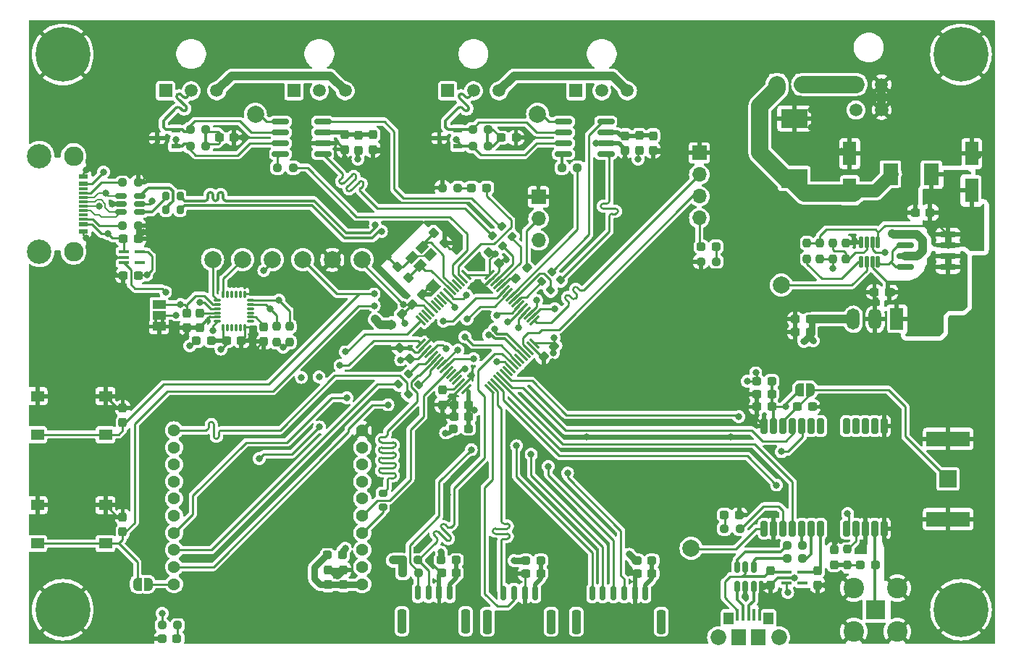
<source format=gbr>
%TF.GenerationSoftware,KiCad,Pcbnew,(7.0.0)*%
%TF.CreationDate,2023-03-06T22:48:15+01:00*%
%TF.ProjectId,RF_module,52465f6d-6f64-4756-9c65-2e6b69636164,1.1*%
%TF.SameCoordinates,Original*%
%TF.FileFunction,Copper,L1,Top*%
%TF.FilePolarity,Positive*%
%FSLAX46Y46*%
G04 Gerber Fmt 4.6, Leading zero omitted, Abs format (unit mm)*
G04 Created by KiCad (PCBNEW (7.0.0)) date 2023-03-06 22:48:15*
%MOMM*%
%LPD*%
G01*
G04 APERTURE LIST*
G04 Aperture macros list*
%AMRoundRect*
0 Rectangle with rounded corners*
0 $1 Rounding radius*
0 $2 $3 $4 $5 $6 $7 $8 $9 X,Y pos of 4 corners*
0 Add a 4 corners polygon primitive as box body*
4,1,4,$2,$3,$4,$5,$6,$7,$8,$9,$2,$3,0*
0 Add four circle primitives for the rounded corners*
1,1,$1+$1,$2,$3*
1,1,$1+$1,$4,$5*
1,1,$1+$1,$6,$7*
1,1,$1+$1,$8,$9*
0 Add four rect primitives between the rounded corners*
20,1,$1+$1,$2,$3,$4,$5,0*
20,1,$1+$1,$4,$5,$6,$7,0*
20,1,$1+$1,$6,$7,$8,$9,0*
20,1,$1+$1,$8,$9,$2,$3,0*%
%AMRotRect*
0 Rectangle, with rotation*
0 The origin of the aperture is its center*
0 $1 length*
0 $2 width*
0 $3 Rotation angle, in degrees counterclockwise*
0 Add horizontal line*
21,1,$1,$2,0,0,$3*%
%AMFreePoly0*
4,1,19,0.500000,-0.750000,0.000000,-0.750000,0.000000,-0.744911,-0.071157,-0.744911,-0.207708,-0.704816,-0.327430,-0.627875,-0.420627,-0.520320,-0.479746,-0.390866,-0.500000,-0.250000,-0.500000,0.250000,-0.479746,0.390866,-0.420627,0.520320,-0.327430,0.627875,-0.207708,0.704816,-0.071157,0.744911,0.000000,0.744911,0.000000,0.750000,0.500000,0.750000,0.500000,-0.750000,0.500000,-0.750000,
$1*%
%AMFreePoly1*
4,1,19,0.000000,0.744911,0.071157,0.744911,0.207708,0.704816,0.327430,0.627875,0.420627,0.520320,0.479746,0.390866,0.500000,0.250000,0.500000,-0.250000,0.479746,-0.390866,0.420627,-0.520320,0.327430,-0.627875,0.207708,-0.704816,0.071157,-0.744911,0.000000,-0.744911,0.000000,-0.750000,-0.500000,-0.750000,-0.500000,0.750000,0.000000,0.750000,0.000000,0.744911,0.000000,0.744911,
$1*%
G04 Aperture macros list end*
%TA.AperFunction,SMDPad,CuDef*%
%ADD10RoundRect,0.237500X-0.250000X-0.237500X0.250000X-0.237500X0.250000X0.237500X-0.250000X0.237500X0*%
%TD*%
%TA.AperFunction,SMDPad,CuDef*%
%ADD11R,5.100000X1.800000*%
%TD*%
%TA.AperFunction,SMDPad,CuDef*%
%ADD12R,2.000000X2.000000*%
%TD*%
%TA.AperFunction,SMDPad,CuDef*%
%ADD13RoundRect,0.237500X-0.237500X0.300000X-0.237500X-0.300000X0.237500X-0.300000X0.237500X0.300000X0*%
%TD*%
%TA.AperFunction,ComponentPad*%
%ADD14C,0.800000*%
%TD*%
%TA.AperFunction,ComponentPad*%
%ADD15C,6.400000*%
%TD*%
%TA.AperFunction,SMDPad,CuDef*%
%ADD16RoundRect,0.200000X-0.275000X0.200000X-0.275000X-0.200000X0.275000X-0.200000X0.275000X0.200000X0*%
%TD*%
%TA.AperFunction,SMDPad,CuDef*%
%ADD17RoundRect,0.237500X0.250000X0.237500X-0.250000X0.237500X-0.250000X-0.237500X0.250000X-0.237500X0*%
%TD*%
%TA.AperFunction,SMDPad,CuDef*%
%ADD18R,1.050000X0.600000*%
%TD*%
%TA.AperFunction,SMDPad,CuDef*%
%ADD19RoundRect,0.237500X0.300000X0.237500X-0.300000X0.237500X-0.300000X-0.237500X0.300000X-0.237500X0*%
%TD*%
%TA.AperFunction,SMDPad,CuDef*%
%ADD20RoundRect,0.075000X-0.075000X0.350000X-0.075000X-0.350000X0.075000X-0.350000X0.075000X0.350000X0*%
%TD*%
%TA.AperFunction,SMDPad,CuDef*%
%ADD21RoundRect,0.075000X-0.350000X-0.075000X0.350000X-0.075000X0.350000X0.075000X-0.350000X0.075000X0*%
%TD*%
%TA.AperFunction,SMDPad,CuDef*%
%ADD22RoundRect,0.237500X0.237500X-0.300000X0.237500X0.300000X-0.237500X0.300000X-0.237500X-0.300000X0*%
%TD*%
%TA.AperFunction,SMDPad,CuDef*%
%ADD23RoundRect,0.237500X-0.300000X-0.237500X0.300000X-0.237500X0.300000X0.237500X-0.300000X0.237500X0*%
%TD*%
%TA.AperFunction,SMDPad,CuDef*%
%ADD24RoundRect,0.150000X0.150000X0.700000X-0.150000X0.700000X-0.150000X-0.700000X0.150000X-0.700000X0*%
%TD*%
%TA.AperFunction,SMDPad,CuDef*%
%ADD25RoundRect,0.250000X0.250000X1.150000X-0.250000X1.150000X-0.250000X-1.150000X0.250000X-1.150000X0*%
%TD*%
%TA.AperFunction,SMDPad,CuDef*%
%ADD26RoundRect,0.237500X0.237500X-0.287500X0.237500X0.287500X-0.237500X0.287500X-0.237500X-0.287500X0*%
%TD*%
%TA.AperFunction,SMDPad,CuDef*%
%ADD27RoundRect,0.200000X-0.053033X0.335876X-0.335876X0.053033X0.053033X-0.335876X0.335876X-0.053033X0*%
%TD*%
%TA.AperFunction,SMDPad,CuDef*%
%ADD28FreePoly0,180.000000*%
%TD*%
%TA.AperFunction,SMDPad,CuDef*%
%ADD29FreePoly1,180.000000*%
%TD*%
%TA.AperFunction,SMDPad,CuDef*%
%ADD30C,2.000000*%
%TD*%
%TA.AperFunction,ComponentPad*%
%ADD31C,1.431000*%
%TD*%
%TA.AperFunction,SMDPad,CuDef*%
%ADD32RoundRect,0.237500X0.380070X-0.044194X-0.044194X0.380070X-0.380070X0.044194X0.044194X-0.380070X0*%
%TD*%
%TA.AperFunction,SMDPad,CuDef*%
%ADD33R,0.400000X1.400000*%
%TD*%
%TA.AperFunction,ComponentPad*%
%ADD34C,1.850000*%
%TD*%
%TA.AperFunction,SMDPad,CuDef*%
%ADD35R,1.750000X1.900000*%
%TD*%
%TA.AperFunction,SMDPad,CuDef*%
%ADD36R,1.150000X1.450000*%
%TD*%
%TA.AperFunction,ComponentPad*%
%ADD37R,1.500000X2.500000*%
%TD*%
%TA.AperFunction,ComponentPad*%
%ADD38O,1.500000X2.500000*%
%TD*%
%TA.AperFunction,ComponentPad*%
%ADD39R,1.520000X1.520000*%
%TD*%
%TA.AperFunction,ComponentPad*%
%ADD40C,1.520000*%
%TD*%
%TA.AperFunction,SMDPad,CuDef*%
%ADD41RoundRect,0.237500X0.044194X0.380070X-0.380070X-0.044194X-0.044194X-0.380070X0.380070X0.044194X0*%
%TD*%
%TA.AperFunction,SMDPad,CuDef*%
%ADD42R,1.800000X2.500000*%
%TD*%
%TA.AperFunction,SMDPad,CuDef*%
%ADD43RoundRect,0.237500X0.237500X-0.250000X0.237500X0.250000X-0.237500X0.250000X-0.237500X-0.250000X0*%
%TD*%
%TA.AperFunction,SMDPad,CuDef*%
%ADD44RotRect,1.000000X1.200000X135.000000*%
%TD*%
%TA.AperFunction,SMDPad,CuDef*%
%ADD45RoundRect,0.237500X-0.237500X0.250000X-0.237500X-0.250000X0.237500X-0.250000X0.237500X0.250000X0*%
%TD*%
%TA.AperFunction,SMDPad,CuDef*%
%ADD46RoundRect,0.200000X0.200000X-0.700000X0.200000X0.700000X-0.200000X0.700000X-0.200000X-0.700000X0*%
%TD*%
%TA.AperFunction,SMDPad,CuDef*%
%ADD47RoundRect,0.075000X-0.548008X0.441942X0.441942X-0.548008X0.548008X-0.441942X-0.441942X0.548008X0*%
%TD*%
%TA.AperFunction,SMDPad,CuDef*%
%ADD48RoundRect,0.075000X-0.548008X-0.441942X-0.441942X-0.548008X0.548008X0.441942X0.441942X0.548008X0*%
%TD*%
%TA.AperFunction,SMDPad,CuDef*%
%ADD49RoundRect,0.150000X0.825000X0.150000X-0.825000X0.150000X-0.825000X-0.150000X0.825000X-0.150000X0*%
%TD*%
%TA.AperFunction,SMDPad,CuDef*%
%ADD50RoundRect,0.237500X0.287500X0.237500X-0.287500X0.237500X-0.287500X-0.237500X0.287500X-0.237500X0*%
%TD*%
%TA.AperFunction,SMDPad,CuDef*%
%ADD51RoundRect,0.150000X0.150000X-0.512500X0.150000X0.512500X-0.150000X0.512500X-0.150000X-0.512500X0*%
%TD*%
%TA.AperFunction,SMDPad,CuDef*%
%ADD52R,1.550000X1.300000*%
%TD*%
%TA.AperFunction,SMDPad,CuDef*%
%ADD53RoundRect,0.237500X-0.044194X-0.380070X0.380070X0.044194X0.044194X0.380070X-0.380070X-0.044194X0*%
%TD*%
%TA.AperFunction,SMDPad,CuDef*%
%ADD54RoundRect,0.200000X-0.200000X-0.275000X0.200000X-0.275000X0.200000X0.275000X-0.200000X0.275000X0*%
%TD*%
%TA.AperFunction,SMDPad,CuDef*%
%ADD55RoundRect,0.237500X-0.035355X-0.371231X0.371231X0.035355X0.035355X0.371231X-0.371231X-0.035355X0*%
%TD*%
%TA.AperFunction,SMDPad,CuDef*%
%ADD56RoundRect,0.200000X0.053033X-0.335876X0.335876X-0.053033X-0.053033X0.335876X-0.335876X0.053033X0*%
%TD*%
%TA.AperFunction,SMDPad,CuDef*%
%ADD57RoundRect,0.237500X-0.287500X-0.237500X0.287500X-0.237500X0.287500X0.237500X-0.287500X0.237500X0*%
%TD*%
%TA.AperFunction,ComponentPad*%
%ADD58R,1.700000X1.700000*%
%TD*%
%TA.AperFunction,ComponentPad*%
%ADD59O,1.700000X1.700000*%
%TD*%
%TA.AperFunction,SMDPad,CuDef*%
%ADD60R,3.150000X2.200000*%
%TD*%
%TA.AperFunction,SMDPad,CuDef*%
%ADD61R,1.150000X0.400000*%
%TD*%
%TA.AperFunction,SMDPad,CuDef*%
%ADD62RoundRect,0.237500X-0.380070X0.044194X0.044194X-0.380070X0.380070X-0.044194X-0.044194X0.380070X0*%
%TD*%
%TA.AperFunction,SMDPad,CuDef*%
%ADD63R,1.500000X1.000000*%
%TD*%
%TA.AperFunction,SMDPad,CuDef*%
%ADD64RoundRect,0.125000X-0.125000X0.537500X-0.125000X-0.537500X0.125000X-0.537500X0.125000X0.537500X0*%
%TD*%
%TA.AperFunction,SMDPad,CuDef*%
%ADD65R,1.200000X1.820000*%
%TD*%
%TA.AperFunction,SMDPad,CuDef*%
%ADD66RoundRect,0.150000X-0.825000X-0.150000X0.825000X-0.150000X0.825000X0.150000X-0.825000X0.150000X0*%
%TD*%
%TA.AperFunction,SMDPad,CuDef*%
%ADD67RoundRect,0.200000X0.335876X0.053033X0.053033X0.335876X-0.335876X-0.053033X-0.053033X-0.335876X0*%
%TD*%
%TA.AperFunction,ComponentPad*%
%ADD68R,2.250000X2.250000*%
%TD*%
%TA.AperFunction,ComponentPad*%
%ADD69C,2.400000*%
%TD*%
%TA.AperFunction,SMDPad,CuDef*%
%ADD70RoundRect,0.150000X-0.512500X-0.150000X0.512500X-0.150000X0.512500X0.150000X-0.512500X0.150000X0*%
%TD*%
%TA.AperFunction,SMDPad,CuDef*%
%ADD71R,1.600000X2.800000*%
%TD*%
%TA.AperFunction,SMDPad,CuDef*%
%ADD72R,1.100000X0.600000*%
%TD*%
%TA.AperFunction,SMDPad,CuDef*%
%ADD73R,1.100000X0.300000*%
%TD*%
%TA.AperFunction,ComponentPad*%
%ADD74C,2.280000*%
%TD*%
%TA.AperFunction,ComponentPad*%
%ADD75C,2.850000*%
%TD*%
%TA.AperFunction,SMDPad,CuDef*%
%ADD76RoundRect,0.237500X0.008839X0.344715X-0.344715X-0.008839X-0.008839X-0.344715X0.344715X0.008839X0*%
%TD*%
%TA.AperFunction,ViaPad*%
%ADD77C,0.800000*%
%TD*%
%TA.AperFunction,Conductor*%
%ADD78C,0.350000*%
%TD*%
%TA.AperFunction,Conductor*%
%ADD79C,0.250000*%
%TD*%
%TA.AperFunction,Conductor*%
%ADD80C,0.400000*%
%TD*%
%TA.AperFunction,Conductor*%
%ADD81C,0.500000*%
%TD*%
%TA.AperFunction,Conductor*%
%ADD82C,0.100000*%
%TD*%
%TA.AperFunction,Conductor*%
%ADD83C,0.750000*%
%TD*%
%TA.AperFunction,Conductor*%
%ADD84C,1.000000*%
%TD*%
%TA.AperFunction,Conductor*%
%ADD85C,0.200000*%
%TD*%
%TA.AperFunction,Conductor*%
%ADD86C,0.280000*%
%TD*%
%TA.AperFunction,Conductor*%
%ADD87C,2.000000*%
%TD*%
%TA.AperFunction,Conductor*%
%ADD88C,1.500000*%
%TD*%
G04 APERTURE END LIST*
%TO.C,JP1*%
G36*
X50203554Y-62050000D02*
G01*
X49803554Y-62050000D01*
X49803554Y-61550000D01*
X50203554Y-61550000D01*
X50203554Y-62050000D01*
G37*
G36*
X51003554Y-62050000D02*
G01*
X50603554Y-62050000D01*
X50603554Y-61550000D01*
X51003554Y-61550000D01*
X51003554Y-62050000D01*
G37*
%TD*%
D10*
%TO.P,R12,1*%
%TO.N,/XBEE/XBEE_LED*%
X50753554Y-97400000D03*
%TO.P,R12,2*%
%TO.N,Net-(D6-A)*%
X52578554Y-97400000D03*
%TD*%
D11*
%TO.P,J10,1,1*%
%TO.N,GND*%
X142653553Y-84999999D03*
%TO.P,J10,2,2*%
X142653553Y-75599999D03*
D12*
%TO.P,J10,3,3*%
%TO.N,/GNSS/V_BCKP*%
X142653553Y-80299999D03*
%TD*%
D13*
%TO.P,C11,1*%
%TO.N,Net-(U1-VCAP_1)*%
X83500000Y-69875000D03*
%TO.P,C11,2*%
%TO.N,GND*%
X83500000Y-71600000D03*
%TD*%
D14*
%TO.P,H3,1,1*%
%TO.N,GND*%
X36753554Y-95600000D03*
X37456498Y-93902944D03*
X37456498Y-97297056D03*
X39153554Y-93200000D03*
D15*
X39153554Y-95600000D03*
D14*
X39153554Y-98000000D03*
X40850610Y-93902944D03*
X40850610Y-97297056D03*
X41553554Y-95600000D03*
%TD*%
D13*
%TO.P,C42,1*%
%TO.N,Net-(U4-REGOUT)*%
X55153554Y-60850000D03*
%TO.P,C42,2*%
%TO.N,GND*%
X55153554Y-62575000D03*
%TD*%
D16*
%TO.P,R3,1*%
%TO.N,/MCU/SPI1_MISO*%
X76553554Y-81950000D03*
%TO.P,R3,2*%
%TO.N,/XBEE/XBEE_MISO*%
X76553554Y-83600000D03*
%TD*%
D17*
%TO.P,R2,1*%
%TO.N,Net-(D2-K)*%
X85353554Y-46200000D03*
%TO.P,R2,2*%
%TO.N,GND*%
X83528554Y-46200000D03*
%TD*%
D18*
%TO.P,D5,1,CATHODE_1*%
%TO.N,/CAN BUS/CAN3+*%
X85353553Y-41349999D03*
%TO.P,D5,2,CATHODE_2*%
%TO.N,/CAN BUS/CAN3-*%
X85353553Y-39449999D03*
%TO.P,D5,3,COMMON_CATHODE*%
%TO.N,GND*%
X83153553Y-40399999D03*
%TD*%
D19*
%TO.P,C81,1*%
%TO.N,/GNSS/3.3V_GPS*%
X122016054Y-70350000D03*
%TO.P,C81,2*%
%TO.N,GND*%
X120291054Y-70350000D03*
%TD*%
D20*
%TO.P,U4,1,CLKIN*%
%TO.N,GND*%
X60403554Y-58650000D03*
%TO.P,U4,2,NC*%
%TO.N,unconnected-(U4-NC-Pad2)*%
X59903554Y-58650000D03*
%TO.P,U4,3,NC*%
%TO.N,unconnected-(U4-NC-Pad3)*%
X59403554Y-58650000D03*
%TO.P,U4,4,NC*%
%TO.N,unconnected-(U4-NC-Pad4)*%
X58903554Y-58650000D03*
%TO.P,U4,5,NC*%
%TO.N,unconnected-(U4-NC-Pad5)*%
X58403554Y-58650000D03*
%TO.P,U4,6,AUX_SDA*%
%TO.N,Net-(U4-AUX_SDA)*%
X57903554Y-58650000D03*
D21*
%TO.P,U4,7,AUX_SCL*%
%TO.N,Net-(U4-AUX_SCL)*%
X57203554Y-59350000D03*
%TO.P,U4,8,VDDIO*%
%TO.N,/IMU/3.3V_IMU*%
X57203554Y-59850000D03*
%TO.P,U4,9,AD0*%
%TO.N,Net-(JP1-C)*%
X57203554Y-60350000D03*
%TO.P,U4,10,REGOUT*%
%TO.N,Net-(U4-REGOUT)*%
X57203554Y-60850000D03*
%TO.P,U4,11,FSYNC*%
%TO.N,GND*%
X57203554Y-61350000D03*
%TO.P,U4,12,INT*%
%TO.N,/IMU/IMU_INT*%
X57203554Y-61850000D03*
D20*
%TO.P,U4,13,VDD*%
%TO.N,/IMU/3.3V_IMU*%
X57903554Y-62550000D03*
%TO.P,U4,14,NC*%
%TO.N,unconnected-(U4-NC-Pad14)*%
X58403554Y-62550000D03*
%TO.P,U4,15,NC*%
%TO.N,unconnected-(U4-NC-Pad15)*%
X58903554Y-62550000D03*
%TO.P,U4,16,NC*%
%TO.N,unconnected-(U4-NC-Pad16)*%
X59403554Y-62550000D03*
%TO.P,U4,17,NC*%
%TO.N,unconnected-(U4-NC-Pad17)*%
X59903554Y-62550000D03*
%TO.P,U4,18,GND*%
%TO.N,GND*%
X60403554Y-62550000D03*
D21*
%TO.P,U4,19,NC*%
%TO.N,unconnected-(U4-NC-Pad19)*%
X61103554Y-61850000D03*
%TO.P,U4,20,CPOUT*%
%TO.N,Net-(U4-CPOUT)*%
X61103554Y-61350000D03*
%TO.P,U4,21,NC*%
%TO.N,unconnected-(U4-NC-Pad21)*%
X61103554Y-60850000D03*
%TO.P,U4,22,NC*%
%TO.N,unconnected-(U4-NC-Pad22)*%
X61103554Y-60350000D03*
%TO.P,U4,23,SCL*%
%TO.N,/IMU/IMU_SCL*%
X61103554Y-59850000D03*
%TO.P,U4,24,SDA*%
%TO.N,/IMU/IMU_SDA*%
X61103554Y-59350000D03*
%TD*%
D19*
%TO.P,C73,1*%
%TO.N,+12V*%
X135762500Y-58400000D03*
%TO.P,C73,2*%
%TO.N,GND*%
X134037500Y-58400000D03*
%TD*%
D10*
%TO.P,R6,1*%
%TO.N,/CONNECTORS/CC2*%
X46128554Y-50650000D03*
%TO.P,R6,2*%
%TO.N,GND*%
X47953554Y-50650000D03*
%TD*%
D22*
%TO.P,C5,1*%
%TO.N,USR_BTN*%
X46153554Y-86462500D03*
%TO.P,C5,2*%
%TO.N,GND*%
X46153554Y-84737500D03*
%TD*%
D23*
%TO.P,C41,1*%
%TO.N,/IMU/3.3V_IMU*%
X58291054Y-64100000D03*
%TO.P,C41,2*%
%TO.N,GND*%
X60016054Y-64100000D03*
%TD*%
D13*
%TO.P,C84,1*%
%TO.N,/GNSS/VDD_USB*%
X127403554Y-90987500D03*
%TO.P,C84,2*%
%TO.N,GND*%
X127403554Y-92712500D03*
%TD*%
D24*
%TO.P,J4,1,Pin_1*%
%TO.N,Net-(J4-Pin_1)*%
X94403554Y-93650000D03*
%TO.P,J4,2,Pin_2*%
%TO.N,GND*%
X93153554Y-93650000D03*
%TO.P,J4,3,Pin_3*%
%TO.N,/CONNECTORS/UART5_RX*%
X91903554Y-93650000D03*
%TO.P,J4,4,Pin_4*%
%TO.N,/CONNECTORS/UART5_TX*%
X90653554Y-93650000D03*
D25*
%TO.P,J4,MP*%
%TO.N,N/C*%
X96253554Y-97000000D03*
X88803554Y-97000000D03*
%TD*%
D26*
%TO.P,FB4,1*%
%TO.N,+3.3V*%
X106553554Y-41800000D03*
%TO.P,FB4,2*%
%TO.N,/CAN BUS/3.3V_CAN2*%
X106553554Y-40050000D03*
%TD*%
D27*
%TO.P,R13,1*%
%TO.N,/MCU/SPI1_SCK*%
X79520280Y-68033274D03*
%TO.P,R13,2*%
%TO.N,/XBEE/XBEE_SCK*%
X78353554Y-69200000D03*
%TD*%
D28*
%TO.P,JP80,1,A*%
%TO.N,/GNSS/V_BCKP*%
X126553554Y-69850000D03*
D29*
%TO.P,JP80,2,B*%
%TO.N,/GNSS/3.3V_GPS*%
X125253554Y-69850000D03*
%TD*%
D22*
%TO.P,C82,1*%
%TO.N,Net-(C82-Pad1)*%
X129300000Y-90325000D03*
%TO.P,C82,2*%
%TO.N,GND*%
X129300000Y-88600000D03*
%TD*%
D30*
%TO.P,TP4,1,1*%
%TO.N,VCC*%
X74153554Y-54600000D03*
%TD*%
D31*
%TO.P,IC1,1,VCC*%
%TO.N,/XBEE/3.3V_XBEE*%
X74153554Y-92600000D03*
%TO.P,IC1,2,DOUT/DIO13*%
%TO.N,/MCU/USART2_RX*%
X74153554Y-90600000D03*
%TO.P,IC1,3,DIN/~{CONFIG}/DIO14*%
%TO.N,/MCU/USART2_TX*%
X74153554Y-88600000D03*
%TO.P,IC1,4,DIO12/SPI_MISO*%
%TO.N,/XBEE/XBEE_MISO*%
X74153554Y-86600000D03*
%TO.P,IC1,5,~{RESET}*%
%TO.N,/MCU/XBEE_RST*%
X74153554Y-84600000D03*
%TO.P,IC1,6,RSSI_PWM/DIO10*%
%TO.N,Net-(IC1-RSSI_PWM{slash}DIO10)*%
X74153554Y-82600000D03*
%TO.P,IC1,7,PWM1/DIO11*%
%TO.N,unconnected-(IC1-PWM1{slash}DIO11-Pad7)*%
X74153554Y-80600000D03*
%TO.P,IC1,8,[RESERVED]_1*%
%TO.N,unconnected-(IC1-[RESERVED]_1-Pad8)*%
X74153554Y-78600000D03*
%TO.P,IC1,9,~{DTR}/SLEEP_RQ/DIO8*%
%TO.N,Net-(IC1-~{DTR}{slash}SLEEP_RQ{slash}DIO8)*%
X74153554Y-76600000D03*
%TO.P,IC1,10,GND*%
%TO.N,GND*%
X74153554Y-74600000D03*
%TO.P,IC1,11,DIO4/SPI_MOSI*%
%TO.N,/XBEE/XBEE_MOSI*%
X52153554Y-74600000D03*
%TO.P,IC1,12,~{CTS}/DIO7*%
%TO.N,unconnected-(IC1-~{CTS}{slash}DIO7-Pad12)*%
X52153554Y-76600000D03*
%TO.P,IC1,13,ON/~{SLEEP}/DIO9*%
%TO.N,/MCU/XBEE_SLEEP*%
X52153554Y-78600000D03*
%TO.P,IC1,14,[RESERVED]_2*%
%TO.N,unconnected-(IC1-[RESERVED]_2-Pad14)*%
X52153554Y-80600000D03*
%TO.P,IC1,15,ASSOCIATE/DIO5*%
%TO.N,/XBEE/XBEE_LED*%
X52153554Y-82600000D03*
%TO.P,IC1,16,~{RTS}/DIO6*%
%TO.N,unconnected-(IC1-~{RTS}{slash}DIO6-Pad16)*%
X52153554Y-84600000D03*
%TO.P,IC1,17,AD3/DIO3/SPI_~{SSEL}*%
%TO.N,/MCU/SPI1_NSS*%
X52153554Y-86600000D03*
%TO.P,IC1,18,AD2/DIO2/SPI_CLK*%
%TO.N,/XBEE/XBEE_SCK*%
X52153554Y-88600000D03*
%TO.P,IC1,19,AD1/DIO1/SPI_~{ATTN}*%
%TO.N,/MCU/SPI1_ATT*%
X52153554Y-90600000D03*
%TO.P,IC1,20,AD0_/DIO0*%
%TO.N,Net-(IC1-AD0_{slash}DIO0)*%
X52153554Y-92600000D03*
%TD*%
D10*
%TO.P,R8,1*%
%TO.N,+3.3V*%
X78887500Y-91300000D03*
%TO.P,R8,2*%
%TO.N,/CONNECTORS/I2C3_SDA*%
X80712500Y-91300000D03*
%TD*%
D32*
%TO.P,C3,1*%
%TO.N,VCC*%
X79763434Y-66209880D03*
%TO.P,C3,2*%
%TO.N,GND*%
X78543674Y-64990120D03*
%TD*%
D33*
%TO.P,J9,1,1*%
%TO.N,Net-(PS1-VIN)*%
X118028553Y-96179999D03*
%TO.P,J9,2,2*%
%TO.N,Net-(J9-Pad2)*%
X118678553Y-96179999D03*
%TO.P,J9,3,3*%
%TO.N,Net-(J9-Pad3)*%
X119328553Y-96179999D03*
%TO.P,J9,4,4*%
%TO.N,unconnected-(J9-Pad4)*%
X119978553Y-96179999D03*
%TO.P,J9,5,5*%
%TO.N,GND*%
X120628553Y-96179999D03*
D34*
%TO.P,J9,MH1,MH1*%
%TO.N,unconnected-(J9-PadMH1)*%
X115753554Y-98830000D03*
%TO.P,J9,MH2,MH2*%
%TO.N,unconnected-(J9-PadMH2)*%
X122903554Y-98830000D03*
D35*
%TO.P,J9,MP1,MP1*%
%TO.N,unconnected-(J9-PadMP1)*%
X118203553Y-98829999D03*
%TO.P,J9,MP2,MP2*%
%TO.N,unconnected-(J9-PadMP2)*%
X120453553Y-98829999D03*
D36*
%TO.P,J9,MP3,MP3*%
%TO.N,unconnected-(J9-PadMP3)*%
X117008553Y-96599999D03*
%TO.P,J9,MP4,MP4*%
%TO.N,unconnected-(J9-PadMP4)*%
X121648553Y-96599999D03*
%TD*%
D13*
%TO.P,C44,1*%
%TO.N,/IMU/3.3V_IMU*%
X53653554Y-60850000D03*
%TO.P,C44,2*%
%TO.N,GND*%
X53653554Y-62575000D03*
%TD*%
D37*
%TO.P,U7,1,Vin*%
%TO.N,+12V*%
X136653553Y-61599999D03*
D38*
%TO.P,U7,2,GND*%
%TO.N,GND*%
X134113553Y-61599999D03*
%TO.P,U7,3,Vout*%
%TO.N,+3.3V*%
X131573553Y-61599999D03*
%TD*%
D10*
%TO.P,R102,1*%
%TO.N,/GNSS/USB_DP*%
X123828554Y-89600000D03*
%TO.P,R102,2*%
%TO.N,Net-(U8-USB_DP)*%
X125653554Y-89600000D03*
%TD*%
D39*
%TO.P,J91,1,1*%
%TO.N,/CAN BUS/CAN3+*%
X84153553Y-34849999D03*
D40*
%TO.P,J91,2,2*%
%TO.N,/CAN BUS/CAN3-*%
X87153553Y-34850000D03*
%TO.P,J91,3,3*%
%TO.N,/CAN BUS/SHIELD2*%
X90153552Y-34850000D03*
%TD*%
D10*
%TO.P,R33,1*%
%TO.N,Net-(U3-Rs)*%
X97491054Y-43850000D03*
%TO.P,R33,2*%
%TO.N,/CAN BUS/CAN3_RS*%
X99316054Y-43850000D03*
%TD*%
D41*
%TO.P,C2,1*%
%TO.N,VCC*%
X96588434Y-64740120D03*
%TO.P,C2,2*%
%TO.N,GND*%
X95368674Y-65959880D03*
%TD*%
D23*
%TO.P,C13,1*%
%TO.N,GND*%
X83416054Y-91300000D03*
%TO.P,C13,2*%
%TO.N,Net-(J5-Pin_1)*%
X85141054Y-91300000D03*
%TD*%
D19*
%TO.P,C7,1*%
%TO.N,VCC*%
X86625000Y-73000000D03*
%TO.P,C7,2*%
%TO.N,GND*%
X84900000Y-73000000D03*
%TD*%
D42*
%TO.P,L1,1,1*%
%TO.N,Net-(C62-Pad1)*%
X135903553Y-44599999D03*
%TO.P,L1,2,2*%
%TO.N,/POWER SUPPLY/+BATT_F*%
X140703553Y-44599999D03*
%TD*%
D10*
%TO.P,R5,1*%
%TO.N,/CONNECTORS/CC1*%
X46128554Y-45600000D03*
%TO.P,R5,2*%
%TO.N,GND*%
X47953554Y-45600000D03*
%TD*%
D43*
%TO.P,R42,1*%
%TO.N,/IMU/3.3V_IMU*%
X65653554Y-64262500D03*
%TO.P,R42,2*%
%TO.N,/IMU/IMU_SDA*%
X65653554Y-62437500D03*
%TD*%
D44*
%TO.P,Y1,1,IN/OUT*%
%TO.N,Net-(U1-PH1)*%
X80897792Y-55269238D03*
%TO.P,Y1,2,GND_1*%
%TO.N,GND*%
X82099873Y-54067157D03*
%TO.P,Y1,3,OUT/IN*%
%TO.N,Net-(U1-PH0)*%
X81180634Y-53147918D03*
%TO.P,Y1,4,GND_2*%
%TO.N,GND*%
X79978553Y-54349999D03*
%TD*%
D45*
%TO.P,R64,1*%
%TO.N,/POWER SUPPLY/+BATT_F*%
X126153554Y-52687500D03*
%TO.P,R64,2*%
%TO.N,Net-(U6-~{SHDN})*%
X126153554Y-54512500D03*
%TD*%
D26*
%TO.P,FB3,1*%
%TO.N,+3.3V*%
X73753554Y-41800000D03*
%TO.P,FB3,2*%
%TO.N,/CAN BUS/3.3V_CAN1*%
X73753554Y-40050000D03*
%TD*%
D46*
%TO.P,U8,1,~{SAFEBOOT}*%
%TO.N,Net-(U8-~{SAFEBOOT})*%
X121153554Y-86100000D03*
%TO.P,U8,2,D_SEL*%
%TO.N,GND*%
X122253554Y-86100000D03*
%TO.P,U8,3,TIMEPULSE*%
%TO.N,/GNSS/GPS_PULSE*%
X123353554Y-86100000D03*
%TO.P,U8,4,EXTINT*%
%TO.N,/GNSS/GPS_EXTINT*%
X124453554Y-86100000D03*
%TO.P,U8,5,USB_DM*%
%TO.N,Net-(U8-USB_DM)*%
X125553554Y-86100000D03*
%TO.P,U8,6,USB_DP*%
%TO.N,Net-(U8-USB_DP)*%
X126653554Y-86100000D03*
%TO.P,U8,7,VDD_USB*%
%TO.N,/GNSS/VDD_USB*%
X127753554Y-86100000D03*
%TO.P,U8,8,~{RESET}*%
%TO.N,/GNSS/GPS_RST*%
X130753554Y-86100000D03*
%TO.P,U8,9,VCC_RF*%
%TO.N,Net-(U8-VCC_RF)*%
X131853554Y-86100000D03*
%TO.P,U8,10,GND*%
%TO.N,GND*%
X132953554Y-86100000D03*
%TO.P,U8,11,RF_IN*%
%TO.N,Net-(J8-In)*%
X134053554Y-86100000D03*
%TO.P,U8,12,GND*%
%TO.N,GND*%
X135153554Y-86100000D03*
%TO.P,U8,13,GND*%
X135153554Y-74100000D03*
%TO.P,U8,14,LNA_EN*%
%TO.N,unconnected-(U8-LNA_EN-Pad14)*%
X134053554Y-74100000D03*
%TO.P,U8,15,RESERVED*%
%TO.N,unconnected-(U8-RESERVED-Pad15)*%
X132953554Y-74100000D03*
%TO.P,U8,16,RESERVED*%
%TO.N,unconnected-(U8-RESERVED-Pad16)*%
X131853554Y-74100000D03*
%TO.P,U8,17,RESERVED*%
%TO.N,unconnected-(U8-RESERVED-Pad17)*%
X130753554Y-74100000D03*
%TO.P,U8,18,SDA/~{SPI_CS}*%
%TO.N,unconnected-(U8-SDA{slash}~{SPI_CS}-Pad18)*%
X127753554Y-74100000D03*
%TO.P,U8,19,SCL/SPI_CLK*%
%TO.N,unconnected-(U8-SCL{slash}SPI_CLK-Pad19)*%
X126653554Y-74100000D03*
%TO.P,U8,20,TXD/SPI_MISO*%
%TO.N,/GNSS/GPS_TX*%
X125553554Y-74100000D03*
%TO.P,U8,21,RXD/SPI_MOSI*%
%TO.N,/GNSS/GPS_RX*%
X124453554Y-74100000D03*
%TO.P,U8,22,V_BCKP*%
%TO.N,/GNSS/V_BCKP*%
X123353554Y-74100000D03*
%TO.P,U8,23,VCC*%
%TO.N,/GNSS/3.3V_GPS*%
X122253554Y-74100000D03*
%TO.P,U8,24,GND*%
%TO.N,GND*%
X121153554Y-74100000D03*
%TD*%
D47*
%TO.P,U1,1,VBAT*%
%TO.N,VCC*%
X86292373Y-56435519D03*
%TO.P,U1,2,PC13*%
%TO.N,/MCU/SYS_LED*%
X85938820Y-56789072D03*
%TO.P,U1,3,PC14*%
%TO.N,/CAN BUS/CAN1_RS*%
X85585267Y-57142625D03*
%TO.P,U1,4,PC15*%
%TO.N,unconnected-(U1-PC15-Pad4)*%
X85231713Y-57496179D03*
%TO.P,U1,5,PH0*%
%TO.N,Net-(U1-PH0)*%
X84878160Y-57849732D03*
%TO.P,U1,6,PH1*%
%TO.N,Net-(U1-PH1)*%
X84524606Y-58203286D03*
%TO.P,U1,7,NRST*%
%TO.N,/MCU/NRST*%
X84171053Y-58556839D03*
%TO.P,U1,8,PC0*%
%TO.N,USR_BTN*%
X83817500Y-58910392D03*
%TO.P,U1,9,PC1*%
%TO.N,unconnected-(U1-PC1-Pad9)*%
X83463946Y-59263946D03*
%TO.P,U1,10,PC2*%
%TO.N,unconnected-(U1-PC2-Pad10)*%
X83110393Y-59617499D03*
%TO.P,U1,11,PC3*%
%TO.N,unconnected-(U1-PC3-Pad11)*%
X82756840Y-59971052D03*
%TO.P,U1,12,VSSA*%
%TO.N,GND*%
X82403286Y-60324606D03*
%TO.P,U1,13,VDDA*%
%TO.N,VCC*%
X82049733Y-60678159D03*
%TO.P,U1,14,PA0*%
%TO.N,unconnected-(U1-PA0-Pad14)*%
X81696179Y-61031713D03*
%TO.P,U1,15,PA1*%
%TO.N,unconnected-(U1-PA1-Pad15)*%
X81342626Y-61385266D03*
%TO.P,U1,16,PA2*%
%TO.N,/MCU/USART2_TX*%
X80989073Y-61738819D03*
D48*
%TO.P,U1,17,PA3*%
%TO.N,/MCU/USART2_RX*%
X80989073Y-64461181D03*
%TO.P,U1,18,VSS*%
%TO.N,GND*%
X81342626Y-64814734D03*
%TO.P,U1,19,VDD*%
%TO.N,VCC*%
X81696179Y-65168287D03*
%TO.P,U1,20,PA4*%
%TO.N,/MCU/SPI1_NSS*%
X82049733Y-65521841D03*
%TO.P,U1,21,PA5*%
%TO.N,/MCU/SPI1_SCK*%
X82403286Y-65875394D03*
%TO.P,U1,22,PA6*%
%TO.N,/MCU/SPI1_MISO*%
X82756840Y-66228948D03*
%TO.P,U1,23,PA7*%
%TO.N,/MCU/SPI1_MOSI*%
X83110393Y-66582501D03*
%TO.P,U1,24,PC4*%
%TO.N,/MCU/SPI1_ATT*%
X83463946Y-66936054D03*
%TO.P,U1,25,PC5*%
%TO.N,/MCU/XBEE_SLEEP*%
X83817500Y-67289608D03*
%TO.P,U1,26,PB0*%
%TO.N,/MCU/XBEE_RST*%
X84171053Y-67643161D03*
%TO.P,U1,27,PB1*%
%TO.N,unconnected-(U1-PB1-Pad27)*%
X84524606Y-67996714D03*
%TO.P,U1,28,PB2*%
%TO.N,/MCU/BOOT1*%
X84878160Y-68350268D03*
%TO.P,U1,29,PB10*%
%TO.N,unconnected-(U1-PB10-Pad29)*%
X85231713Y-68703821D03*
%TO.P,U1,30,VCAP_1*%
%TO.N,Net-(U1-VCAP_1)*%
X85585267Y-69057375D03*
%TO.P,U1,31,VSS*%
%TO.N,GND*%
X85938820Y-69410928D03*
%TO.P,U1,32,VDD*%
%TO.N,VCC*%
X86292373Y-69764481D03*
D47*
%TO.P,U1,33,PB12*%
%TO.N,/CONNECTORS/UART5_RX*%
X89014735Y-69764481D03*
%TO.P,U1,34,PB13*%
%TO.N,/CONNECTORS/UART5_TX*%
X89368288Y-69410928D03*
%TO.P,U1,35,PB14*%
%TO.N,/GNSS/GPS_RST*%
X89721841Y-69057375D03*
%TO.P,U1,36,PB15*%
%TO.N,/GNSS/GPS_EXTINT*%
X90075395Y-68703821D03*
%TO.P,U1,37,PC6*%
%TO.N,/GNSS/GPS_RX*%
X90428948Y-68350268D03*
%TO.P,U1,38,PC7*%
%TO.N,/GNSS/GPS_TX*%
X90782502Y-67996714D03*
%TO.P,U1,39,PC8*%
%TO.N,unconnected-(U1-PC8-Pad39)*%
X91136055Y-67643161D03*
%TO.P,U1,40,PC9*%
%TO.N,/CONNECTORS/I2C3_SDA*%
X91489608Y-67289608D03*
%TO.P,U1,41,PA8*%
%TO.N,/CONNECTORS/I2C3_SCL*%
X91843162Y-66936054D03*
%TO.P,U1,42,PA9*%
%TO.N,/CONNECTORS/USB_VBUS_DET*%
X92196715Y-66582501D03*
%TO.P,U1,43,PA10*%
%TO.N,unconnected-(U1-PA10-Pad43)*%
X92550268Y-66228948D03*
%TO.P,U1,44,PA11*%
%TO.N,/MCU/USB_D-*%
X92903822Y-65875394D03*
%TO.P,U1,45,PA12*%
%TO.N,/MCU/USB_D+*%
X93257375Y-65521841D03*
%TO.P,U1,46,PA13*%
%TO.N,/MCU/SWDIO*%
X93610929Y-65168287D03*
%TO.P,U1,47,VSS*%
%TO.N,GND*%
X93964482Y-64814734D03*
%TO.P,U1,48,VDD*%
%TO.N,VCC*%
X94318035Y-64461181D03*
D48*
%TO.P,U1,49,PA14*%
%TO.N,/MCU/SWCLK*%
X94318035Y-61738819D03*
%TO.P,U1,50,PA15*%
%TO.N,/CONNECTORS/SPI3_NSS*%
X93964482Y-61385266D03*
%TO.P,U1,51,PC10*%
%TO.N,/CONNECTORS/SPI3_SCK*%
X93610929Y-61031713D03*
%TO.P,U1,52,PC11*%
%TO.N,/CONNECTORS/SPI3_MISO*%
X93257375Y-60678159D03*
%TO.P,U1,53,PC12*%
%TO.N,/CONNECTORS/SPI3_MOSI*%
X92903822Y-60324606D03*
%TO.P,U1,54,PD2*%
%TO.N,/IMU/IMU_INT*%
X92550268Y-59971052D03*
%TO.P,U1,55,PB3*%
%TO.N,/MCU/CAN3_RX*%
X92196715Y-59617499D03*
%TO.P,U1,56,PB4*%
%TO.N,/MCU/CAN3_TX*%
X91843162Y-59263946D03*
%TO.P,U1,57,PB5*%
%TO.N,/CAN BUS/CAN3_RS*%
X91489608Y-58910392D03*
%TO.P,U1,58,PB6*%
%TO.N,/IMU/IMU_SCL*%
X91136055Y-58556839D03*
%TO.P,U1,59,PB7*%
%TO.N,/IMU/IMU_SDA*%
X90782502Y-58203286D03*
%TO.P,U1,60,BOOT0*%
%TO.N,/MCU/BOOT0*%
X90428948Y-57849732D03*
%TO.P,U1,61,PB8*%
%TO.N,/MCU/CAN1_RX*%
X90075395Y-57496179D03*
%TO.P,U1,62,PB9*%
%TO.N,/MCU/CAN1_TX*%
X89721841Y-57142625D03*
%TO.P,U1,63,VSS*%
%TO.N,GND*%
X89368288Y-56789072D03*
%TO.P,U1,64,VDD*%
%TO.N,VCC*%
X89014735Y-56435519D03*
%TD*%
D19*
%TO.P,C71,1*%
%TO.N,+3.3V*%
X126516054Y-61600000D03*
%TO.P,C71,2*%
%TO.N,GND*%
X124791054Y-61600000D03*
%TD*%
D49*
%TO.P,U2,1,D*%
%TO.N,/CAN BUS/CAN1_TX*%
X69541054Y-42255000D03*
%TO.P,U2,2,GND*%
%TO.N,GND*%
X69541054Y-40985000D03*
%TO.P,U2,3,VCC*%
%TO.N,/CAN BUS/3.3V_CAN1*%
X69541054Y-39715000D03*
%TO.P,U2,4,R*%
%TO.N,/CAN BUS/CAN1_RX*%
X69541054Y-38445000D03*
%TO.P,U2,5,Vref*%
%TO.N,Net-(U2-Vref)*%
X64591054Y-38445000D03*
%TO.P,U2,6,CANL*%
%TO.N,/CAN BUS/CAN1-*%
X64591054Y-39715000D03*
%TO.P,U2,7,CANH*%
%TO.N,/CAN BUS/CAN1+*%
X64591054Y-40985000D03*
%TO.P,U2,8,Rs*%
%TO.N,Net-(U2-Rs)*%
X64591054Y-42255000D03*
%TD*%
D14*
%TO.P,H1,1,1*%
%TO.N,GND*%
X36753554Y-30600000D03*
X37456498Y-28902944D03*
X37456498Y-32297056D03*
X39153554Y-28200000D03*
D15*
X39153554Y-30600000D03*
D14*
X39153554Y-33000000D03*
X40850610Y-28902944D03*
X40850610Y-32297056D03*
X41553554Y-30600000D03*
%TD*%
D23*
%TO.P,C33,1*%
%TO.N,Net-(C33-Pad1)*%
X90403554Y-40350000D03*
%TO.P,C33,2*%
%TO.N,GND*%
X92128554Y-40350000D03*
%TD*%
D30*
%TO.P,TP2,1,1*%
%TO.N,/MCU/NRST*%
X67200000Y-54600000D03*
%TD*%
D50*
%TO.P,FB5,1*%
%TO.N,/IMU/3.3V_IMU*%
X56528554Y-64100000D03*
%TO.P,FB5,2*%
%TO.N,+3.3V*%
X54778554Y-64100000D03*
%TD*%
D30*
%TO.P,TP41,1,1*%
%TO.N,Net-(U4-AUX_SDA)*%
X60153554Y-54600000D03*
%TD*%
D51*
%TO.P,U9,1,I/O1*%
%TO.N,Net-(J9-Pad2)*%
X118003554Y-92875000D03*
%TO.P,U9,2,GND*%
%TO.N,GND*%
X118953554Y-92875000D03*
%TO.P,U9,3,I/O2*%
%TO.N,Net-(J9-Pad3)*%
X119903554Y-92875000D03*
%TO.P,U9,4,I/O2*%
%TO.N,/GNSS/USB_DP*%
X119903554Y-90600000D03*
%TO.P,U9,5,VBUS*%
%TO.N,Net-(PS1-VIN)*%
X118953554Y-90600000D03*
%TO.P,U9,6,I/O1*%
%TO.N,/GNSS/USB_DM*%
X118003554Y-90600000D03*
%TD*%
D52*
%TO.P,SW1,1,1*%
%TO.N,GND*%
X36178553Y-70599999D03*
X44128553Y-70599999D03*
%TO.P,SW1,2,2*%
%TO.N,/MCU/NRST*%
X36178553Y-75099999D03*
X44128553Y-75099999D03*
%TD*%
D39*
%TO.P,J7,1,1*%
%TO.N,Net-(F1-Pad1)*%
X131875303Y-34105399D03*
D40*
%TO.P,J7,2,2*%
%TO.N,GND*%
X134875304Y-34105400D03*
%TO.P,J7,3,3*%
%TO.N,unconnected-(J7-Pad3)*%
X131875304Y-37105400D03*
%TO.P,J7,4,4*%
%TO.N,GND*%
X134875304Y-37105400D03*
%TD*%
D53*
%TO.P,C8,1*%
%TO.N,VCC*%
X79983794Y-59869760D03*
%TO.P,C8,2*%
%TO.N,GND*%
X81203554Y-58650000D03*
%TD*%
D50*
%TO.P,D1,1,K*%
%TO.N,Net-(D1-K)*%
X115528554Y-53100000D03*
%TO.P,D1,2,A*%
%TO.N,+3.3V*%
X113778554Y-53100000D03*
%TD*%
D28*
%TO.P,JP2,1,A*%
%TO.N,Net-(IC1-AD0_{slash}DIO0)*%
X49153554Y-92600000D03*
D29*
%TO.P,JP2,2,B*%
%TO.N,USR_BTN*%
X47853554Y-92600000D03*
%TD*%
D19*
%TO.P,C60,1*%
%TO.N,/POWER SUPPLY/+BATT_F*%
X140516054Y-49100000D03*
%TO.P,C60,2*%
%TO.N,GND*%
X138791054Y-49100000D03*
%TD*%
D13*
%TO.P,C31,1*%
%TO.N,/CAN BUS/3.3V_CAN2*%
X104903554Y-40112500D03*
%TO.P,C31,2*%
%TO.N,GND*%
X104903554Y-41837500D03*
%TD*%
D30*
%TO.P,TP3,1,1*%
%TO.N,/MCU/BOOT1*%
X63653554Y-54600000D03*
%TD*%
D54*
%TO.P,R18,1*%
%TO.N,/CONNECTORS/USB_D-*%
X51200000Y-48800000D03*
%TO.P,R18,2*%
%TO.N,/MCU/USB_D-*%
X52850000Y-48800000D03*
%TD*%
D50*
%TO.P,D3,1,K*%
%TO.N,GND*%
X118253554Y-84500000D03*
%TO.P,D3,2,A*%
%TO.N,Net-(D3-A)*%
X116503554Y-84500000D03*
%TD*%
D27*
%TO.P,R4,1*%
%TO.N,/MCU/SPI1_MOSI*%
X80720280Y-69233274D03*
%TO.P,R4,2*%
%TO.N,/XBEE/XBEE_MOSI*%
X79553554Y-70400000D03*
%TD*%
D14*
%TO.P,H4,1,1*%
%TO.N,GND*%
X141753554Y-95600000D03*
X142456498Y-93902944D03*
X142456498Y-97297056D03*
X144153554Y-93200000D03*
D15*
X144153554Y-95600000D03*
D14*
X144153554Y-98000000D03*
X145850610Y-93902944D03*
X145850610Y-97297056D03*
X146553554Y-95600000D03*
%TD*%
D55*
%TO.P,FB2,1*%
%TO.N,+3.3V*%
X77553554Y-62200000D03*
%TO.P,FB2,2*%
%TO.N,VCC*%
X78790990Y-60962564D03*
%TD*%
D32*
%TO.P,C9,1*%
%TO.N,Net-(U1-PH1)*%
X79513434Y-56709880D03*
%TO.P,C9,2*%
%TO.N,GND*%
X78293674Y-55490120D03*
%TD*%
D54*
%TO.P,R17,1*%
%TO.N,/CONNECTORS/USB_D+*%
X51200000Y-47200000D03*
%TO.P,R17,2*%
%TO.N,/MCU/USB_D+*%
X52850000Y-47200000D03*
%TD*%
D14*
%TO.P,H2,1,1*%
%TO.N,GND*%
X141753554Y-30600000D03*
X142456498Y-28902944D03*
X142456498Y-32297056D03*
X144153554Y-28200000D03*
D15*
X144153554Y-30600000D03*
D14*
X144153554Y-33000000D03*
X145850610Y-28902944D03*
X145850610Y-32297056D03*
X146553554Y-30600000D03*
%TD*%
D10*
%TO.P,R32,1*%
%TO.N,/CAN BUS/CAN3+*%
X87053554Y-41350000D03*
%TO.P,R32,2*%
%TO.N,Net-(C33-Pad1)*%
X88878554Y-41350000D03*
%TD*%
D56*
%TO.P,R19,1*%
%TO.N,/MCU/CAN3_RX*%
X95153554Y-57200000D03*
%TO.P,R19,2*%
%TO.N,/CAN BUS/CAN3_RX*%
X96320280Y-56033274D03*
%TD*%
D30*
%TO.P,TP7,1,1*%
%TO.N,Net-(U8-~{SAFEBOOT})*%
X112600000Y-88400000D03*
%TD*%
D57*
%TO.P,FB1,1*%
%TO.N,+3.3V*%
X84825000Y-74400000D03*
%TO.P,FB1,2*%
%TO.N,VCC*%
X86575000Y-74400000D03*
%TD*%
D43*
%TO.P,R61,1*%
%TO.N,Net-(U6-OV)*%
X130653554Y-54512500D03*
%TO.P,R61,2*%
%TO.N,GND*%
X130653554Y-52687500D03*
%TD*%
D39*
%TO.P,J81,1,1*%
%TO.N,/CAN BUS/CAN1+*%
X51153553Y-34849999D03*
D40*
%TO.P,J81,2,2*%
%TO.N,/CAN BUS/CAN1-*%
X54153553Y-34850000D03*
%TO.P,J81,3,3*%
%TO.N,/CAN BUS/SHIELD1*%
X57153552Y-34850000D03*
%TD*%
D58*
%TO.P,J1,1,Pin_1*%
%TO.N,GND*%
X113553553Y-42119999D03*
D59*
%TO.P,J1,2,Pin_2*%
%TO.N,/MCU/SWCLK*%
X113553553Y-44659999D03*
%TO.P,J1,3,Pin_3*%
%TO.N,/MCU/SWDIO*%
X113553553Y-47199999D03*
%TO.P,J1,4,Pin_4*%
%TO.N,+3.3V*%
X113553553Y-49739999D03*
%TD*%
D23*
%TO.P,C14,1*%
%TO.N,GND*%
X106291054Y-91350000D03*
%TO.P,C14,2*%
%TO.N,Net-(J6-Pin_1)*%
X108016054Y-91350000D03*
%TD*%
D10*
%TO.P,R7,1*%
%TO.N,+3.3V*%
X78866054Y-89800000D03*
%TO.P,R7,2*%
%TO.N,/CONNECTORS/I2C3_SCL*%
X80691054Y-89800000D03*
%TD*%
D45*
%TO.P,R80,1*%
%TO.N,Net-(U8-VCC_RF)*%
X130900000Y-88525000D03*
%TO.P,R80,2*%
%TO.N,Net-(C82-Pad1)*%
X130900000Y-90350000D03*
%TD*%
D13*
%TO.P,C21,1*%
%TO.N,/CAN BUS/3.3V_CAN1*%
X72066054Y-39987500D03*
%TO.P,C21,2*%
%TO.N,GND*%
X72066054Y-41712500D03*
%TD*%
D19*
%TO.P,C72,1*%
%TO.N,+3.3V*%
X126525000Y-63100000D03*
%TO.P,C72,2*%
%TO.N,GND*%
X124800000Y-63100000D03*
%TD*%
D23*
%TO.P,C30,1*%
%TO.N,/CONNECTORS/VBUS*%
X46228554Y-52200000D03*
%TO.P,C30,2*%
%TO.N,GND*%
X47953554Y-52200000D03*
%TD*%
D58*
%TO.P,J2,1,Pin_1*%
%TO.N,GND*%
X94753553Y-47274999D03*
D59*
%TO.P,J2,2,Pin_2*%
%TO.N,Net-(J2-Pin_2)*%
X94753553Y-49814999D03*
%TO.P,J2,3,Pin_3*%
%TO.N,VCC*%
X94753553Y-52354999D03*
%TD*%
D10*
%TO.P,R22,1*%
%TO.N,/CAN BUS/CAN1+*%
X54028554Y-41350000D03*
%TO.P,R22,2*%
%TO.N,Net-(C23-Pad1)*%
X55853554Y-41350000D03*
%TD*%
D49*
%TO.P,U3,1,D*%
%TO.N,/CAN BUS/CAN3_TX*%
X102628554Y-42255000D03*
%TO.P,U3,2,GND*%
%TO.N,GND*%
X102628554Y-40985000D03*
%TO.P,U3,3,VCC*%
%TO.N,/CAN BUS/3.3V_CAN2*%
X102628554Y-39715000D03*
%TO.P,U3,4,R*%
%TO.N,/CAN BUS/CAN3_RX*%
X102628554Y-38445000D03*
%TO.P,U3,5,Vref*%
%TO.N,Net-(U3-Vref)*%
X97678554Y-38445000D03*
%TO.P,U3,6,CANL*%
%TO.N,/CAN BUS/CAN3-*%
X97678554Y-39715000D03*
%TO.P,U3,7,CANH*%
%TO.N,/CAN BUS/CAN3+*%
X97678554Y-40985000D03*
%TO.P,U3,8,Rs*%
%TO.N,Net-(U3-Rs)*%
X97678554Y-42255000D03*
%TD*%
D23*
%TO.P,C12,1*%
%TO.N,GND*%
X93291054Y-91350000D03*
%TO.P,C12,2*%
%TO.N,Net-(J4-Pin_1)*%
X95016054Y-91350000D03*
%TD*%
D13*
%TO.P,C43,1*%
%TO.N,Net-(U4-CPOUT)*%
X62653554Y-62487500D03*
%TO.P,C43,2*%
%TO.N,GND*%
X62653554Y-64212500D03*
%TD*%
D60*
%TO.P,D7,1*%
%TO.N,Net-(C62-Pad1)*%
X124653553Y-45099999D03*
%TO.P,D7,2*%
%TO.N,GND*%
X124653553Y-38099999D03*
%TD*%
D61*
%TO.P,PS1,1,VIN*%
%TO.N,Net-(PS1-VIN)*%
X123753553Y-91199999D03*
%TO.P,PS1,2,GND*%
%TO.N,GND*%
X123753553Y-91849999D03*
%TO.P,PS1,3,EN*%
%TO.N,/GNSS/3.3V_GPS*%
X123753553Y-92499999D03*
%TO.P,PS1,4,NC*%
%TO.N,unconnected-(PS1-NC-Pad4)*%
X125653553Y-92499999D03*
%TO.P,PS1,5,VOUT*%
%TO.N,/GNSS/VDD_USB*%
X125653553Y-91199999D03*
%TD*%
D23*
%TO.P,C23,1*%
%TO.N,Net-(C23-Pad1)*%
X57441054Y-40350000D03*
%TO.P,C23,2*%
%TO.N,GND*%
X59166054Y-40350000D03*
%TD*%
D17*
%TO.P,R1,1*%
%TO.N,Net-(D1-K)*%
X115566054Y-54850000D03*
%TO.P,R1,2*%
%TO.N,GND*%
X113741054Y-54850000D03*
%TD*%
%TO.P,R82,1*%
%TO.N,/GNSS/GPS_PULSE*%
X118312500Y-86100000D03*
%TO.P,R82,2*%
%TO.N,Net-(D3-A)*%
X116487500Y-86100000D03*
%TD*%
D57*
%TO.P,D2,1,K*%
%TO.N,Net-(D2-K)*%
X86953554Y-46200000D03*
%TO.P,D2,2,A*%
%TO.N,/MCU/SYS_LED*%
X88703554Y-46200000D03*
%TD*%
D13*
%TO.P,C83,1*%
%TO.N,Net-(PS1-VIN)*%
X121903554Y-90987500D03*
%TO.P,C83,2*%
%TO.N,GND*%
X121903554Y-92712500D03*
%TD*%
D50*
%TO.P,FB6,1*%
%TO.N,+3.3V*%
X71828554Y-89200000D03*
%TO.P,FB6,2*%
%TO.N,/XBEE/3.3V_XBEE*%
X70078554Y-89200000D03*
%TD*%
D30*
%TO.P,TP42,1,1*%
%TO.N,Net-(U4-AUX_SCL)*%
X56653554Y-54600000D03*
%TD*%
D52*
%TO.P,SW2,1,1*%
%TO.N,GND*%
X36178553Y-83349999D03*
X44128553Y-83349999D03*
%TO.P,SW2,2,2*%
%TO.N,USR_BTN*%
X36178553Y-87849999D03*
X44128553Y-87849999D03*
%TD*%
D13*
%TO.P,C22,1*%
%TO.N,/CAN BUS/3.3V_CAN1*%
X75403554Y-39987500D03*
%TO.P,C22,2*%
%TO.N,GND*%
X75403554Y-41712500D03*
%TD*%
D22*
%TO.P,C4,1*%
%TO.N,/MCU/NRST*%
X46153554Y-73712500D03*
%TO.P,C4,2*%
%TO.N,GND*%
X46153554Y-71987500D03*
%TD*%
D62*
%TO.P,C10,1*%
%TO.N,Net-(U1-PH0)*%
X82543674Y-51490120D03*
%TO.P,C10,2*%
%TO.N,GND*%
X83763434Y-52709880D03*
%TD*%
D56*
%TO.P,R20,1*%
%TO.N,/MCU/CAN3_TX*%
X96153554Y-58200000D03*
%TO.P,R20,2*%
%TO.N,/CAN BUS/CAN3_TX*%
X97320280Y-57033274D03*
%TD*%
D43*
%TO.P,R41,1*%
%TO.N,/IMU/3.3V_IMU*%
X64153554Y-64262500D03*
%TO.P,R41,2*%
%TO.N,/IMU/IMU_SCL*%
X64153554Y-62437500D03*
%TD*%
D63*
%TO.P,JP1,1,A*%
%TO.N,GND*%
X50403553Y-62449999D03*
%TO.P,JP1,2,C*%
%TO.N,Net-(JP1-C)*%
X50403553Y-61149999D03*
%TO.P,JP1,3,B*%
%TO.N,/IMU/3.3V_IMU*%
X50403553Y-59849999D03*
%TD*%
D45*
%TO.P,R62,1*%
%TO.N,Net-(U6-OV)*%
X129153554Y-52687500D03*
%TO.P,R62,2*%
%TO.N,Net-(U6-UV)*%
X129153554Y-54512500D03*
%TD*%
D30*
%TO.P,TP31,1,1*%
%TO.N,Net-(U3-Vref)*%
X94653554Y-37600000D03*
%TD*%
D64*
%TO.P,U6,1,VIN*%
%TO.N,/POWER SUPPLY/+BATT_F*%
X134453554Y-52600000D03*
%TO.P,U6,2,UV*%
%TO.N,Net-(U6-UV)*%
X133803554Y-52600000D03*
%TO.P,U6,3,OV*%
%TO.N,Net-(U6-OV)*%
X133153554Y-52600000D03*
%TO.P,U6,4,GND*%
%TO.N,GND*%
X132503554Y-52600000D03*
%TO.P,U6,5,~{SHDN}*%
%TO.N,Net-(U6-~{SHDN})*%
X132503554Y-54875000D03*
%TO.P,U6,6,~{FAULT}*%
%TO.N,Net-(U6-~{FAULT})*%
X133153554Y-54875000D03*
%TO.P,U6,7,VOUT*%
%TO.N,+12V*%
X133803554Y-54875000D03*
%TO.P,U6,8,GATE*%
%TO.N,/POWER SUPPLY/GATE*%
X134453554Y-54875000D03*
%TD*%
D57*
%TO.P,FB10,1*%
%TO.N,+3.3V*%
X106278554Y-89850000D03*
%TO.P,FB10,2*%
%TO.N,Net-(J6-Pin_1)*%
X108028554Y-89850000D03*
%TD*%
D23*
%TO.P,C85,1*%
%TO.N,/GNSS/V_BCKP*%
X125041054Y-71850000D03*
%TO.P,C85,2*%
%TO.N,GND*%
X126766054Y-71850000D03*
%TD*%
D10*
%TO.P,R23,1*%
%TO.N,Net-(U2-Rs)*%
X64241054Y-43850000D03*
%TO.P,R23,2*%
%TO.N,/CAN BUS/CAN1_RS*%
X66066054Y-43850000D03*
%TD*%
D30*
%TO.P,TP21,1,1*%
%TO.N,Net-(U2-Vref)*%
X61653554Y-37600000D03*
%TD*%
D61*
%TO.P,PS2,1,VIN*%
%TO.N,/CONNECTORS/VBUS*%
X46253553Y-53699999D03*
%TO.P,PS2,2,GND*%
%TO.N,GND*%
X46253553Y-54349999D03*
%TO.P,PS2,3,EN*%
%TO.N,+3.3V*%
X46253553Y-54999999D03*
%TO.P,PS2,4,NC*%
%TO.N,unconnected-(PS2-NC-Pad4)*%
X48153553Y-54999999D03*
%TO.P,PS2,5,VOUT*%
%TO.N,/CONNECTORS/USB_VBUS_DET*%
X48153553Y-53699999D03*
%TD*%
D39*
%TO.P,J82,1,1*%
%TO.N,/CAN BUS/CAN1+*%
X66153553Y-34849999D03*
D40*
%TO.P,J82,2,2*%
%TO.N,/CAN BUS/CAN1-*%
X69153553Y-34850000D03*
%TO.P,J82,3,3*%
%TO.N,/CAN BUS/SHIELD1*%
X72153552Y-34850000D03*
%TD*%
D24*
%TO.P,J5,1,Pin_1*%
%TO.N,Net-(J5-Pin_1)*%
X84403554Y-93600000D03*
%TO.P,J5,2,Pin_2*%
%TO.N,GND*%
X83153554Y-93600000D03*
%TO.P,J5,3,Pin_3*%
%TO.N,/CONNECTORS/I2C3_SCL*%
X81903554Y-93600000D03*
%TO.P,J5,4,Pin_4*%
%TO.N,/CONNECTORS/I2C3_SDA*%
X80653554Y-93600000D03*
D25*
%TO.P,J5,MP*%
%TO.N,N/C*%
X86253554Y-96950000D03*
X78803554Y-96950000D03*
%TD*%
D65*
%TO.P,F1,1*%
%TO.N,Net-(F1-Pad1)*%
X125658553Y-34099999D03*
%TO.P,F1,2*%
%TO.N,Net-(C62-Pad1)*%
X122648553Y-34099999D03*
%TD*%
D10*
%TO.P,R31,1*%
%TO.N,/CAN BUS/CAN3-*%
X87053554Y-39350000D03*
%TO.P,R31,2*%
%TO.N,Net-(C33-Pad1)*%
X88878554Y-39350000D03*
%TD*%
D22*
%TO.P,C18,1*%
%TO.N,/XBEE/3.3V_XBEE*%
X70153554Y-92662500D03*
%TO.P,C18,2*%
%TO.N,GND*%
X70153554Y-90937500D03*
%TD*%
D57*
%TO.P,D6,1,K*%
%TO.N,GND*%
X50753554Y-99000000D03*
%TO.P,D6,2,A*%
%TO.N,Net-(D6-A)*%
X52503554Y-99000000D03*
%TD*%
D66*
%TO.P,Q1,1,S1*%
%TO.N,Net-(Q1A-S1)*%
X137678554Y-51695000D03*
%TO.P,Q1,2,G1*%
%TO.N,/POWER SUPPLY/GATE*%
X137678554Y-52965000D03*
%TO.P,Q1,3,S2*%
%TO.N,Net-(Q1A-S1)*%
X137678554Y-54235000D03*
%TO.P,Q1,4,G2*%
%TO.N,/POWER SUPPLY/GATE*%
X137678554Y-55505000D03*
%TO.P,Q1,5,D2*%
%TO.N,+12V*%
X142628554Y-55505000D03*
%TO.P,Q1,6,D2*%
X142628554Y-54235000D03*
%TO.P,Q1,7,D1*%
%TO.N,/POWER SUPPLY/+BATT_F*%
X142628554Y-52965000D03*
%TO.P,Q1,8,D1*%
X142628554Y-51695000D03*
%TD*%
D57*
%TO.P,FB9,1*%
%TO.N,+3.3V*%
X83403554Y-89800000D03*
%TO.P,FB9,2*%
%TO.N,Net-(J5-Pin_1)*%
X85153554Y-89800000D03*
%TD*%
D24*
%TO.P,J6,1,Pin_1*%
%TO.N,Net-(J6-Pin_1)*%
X107278554Y-93650000D03*
%TO.P,J6,2,Pin_2*%
%TO.N,GND*%
X106028554Y-93650000D03*
%TO.P,J6,3,Pin_3*%
%TO.N,/CONNECTORS/SPI3_NSS*%
X104778554Y-93650000D03*
%TO.P,J6,4,Pin_4*%
%TO.N,/CONNECTORS/SPI3_SCK*%
X103528554Y-93650000D03*
%TO.P,J6,5,Pin_5*%
%TO.N,/CONNECTORS/SPI3_MISO*%
X102278554Y-93650000D03*
%TO.P,J6,6,Pin_6*%
%TO.N,/CONNECTORS/SPI3_MOSI*%
X101028554Y-93650000D03*
D25*
%TO.P,J6,MP*%
%TO.N,N/C*%
X109128554Y-97000000D03*
X99178554Y-97000000D03*
%TD*%
D19*
%TO.P,C1,1*%
%TO.N,VCC*%
X86625000Y-71600000D03*
%TO.P,C1,2*%
%TO.N,GND*%
X84900000Y-71600000D03*
%TD*%
D67*
%TO.P,R25,1*%
%TO.N,/MCU/CAN1_TX*%
X90553554Y-53000000D03*
%TO.P,R25,2*%
%TO.N,/CAN BUS/CAN1_TX*%
X89386828Y-51833274D03*
%TD*%
D30*
%TO.P,TP1,1,1*%
%TO.N,Net-(U6-~{FAULT})*%
X123153554Y-57600000D03*
%TD*%
D57*
%TO.P,FB7,1*%
%TO.N,+3.3V*%
X120278554Y-68850000D03*
%TO.P,FB7,2*%
%TO.N,/GNSS/3.3V_GPS*%
X122028554Y-68850000D03*
%TD*%
D68*
%TO.P,J8,1,In*%
%TO.N,Net-(J8-In)*%
X134153553Y-95599999D03*
D69*
%TO.P,J8,2,Ext*%
%TO.N,GND*%
X136693554Y-93060000D03*
X131613554Y-93060000D03*
X136693554Y-98140000D03*
X131613554Y-98140000D03*
%TD*%
D70*
%TO.P,U5,1,I/O1*%
%TO.N,/CONNECTORS/D-*%
X45903554Y-47150000D03*
%TO.P,U5,2,GND*%
%TO.N,GND*%
X45903554Y-48100000D03*
%TO.P,U5,3,I/O2*%
%TO.N,/CONNECTORS/D+*%
X45903554Y-49050000D03*
%TO.P,U5,4,I/O2*%
%TO.N,/CONNECTORS/USB_D+*%
X48178554Y-49050000D03*
%TO.P,U5,5,VBUS*%
%TO.N,/CONNECTORS/VBUS*%
X48178554Y-48100000D03*
%TO.P,U5,6,I/O1*%
%TO.N,/CONNECTORS/USB_D-*%
X48178554Y-47150000D03*
%TD*%
D45*
%TO.P,R63,1*%
%TO.N,/POWER SUPPLY/+BATT_F*%
X127653554Y-52687500D03*
%TO.P,R63,2*%
%TO.N,Net-(U6-UV)*%
X127653554Y-54512500D03*
%TD*%
D71*
%TO.P,C61,1*%
%TO.N,/POWER SUPPLY/+BATT_F*%
X145403553Y-46499999D03*
%TO.P,C61,2*%
%TO.N,GND*%
X145403553Y-42199999D03*
%TD*%
D30*
%TO.P,TP234,1,1*%
%TO.N,GND*%
X70653554Y-54650000D03*
%TD*%
D13*
%TO.P,C32,1*%
%TO.N,/CAN BUS/3.3V_CAN2*%
X108153554Y-40112500D03*
%TO.P,C32,2*%
%TO.N,GND*%
X108153554Y-41837500D03*
%TD*%
D72*
%TO.P,J3,A1,GND*%
%TO.N,GND*%
X41553553Y-44899999D03*
%TO.P,J3,A4,VBUS*%
%TO.N,/CONNECTORS/VBUS*%
X41553553Y-45699999D03*
D73*
%TO.P,J3,A5,CC1*%
%TO.N,/CONNECTORS/CC1*%
X41553553Y-46849999D03*
%TO.P,J3,A6,D+*%
%TO.N,/CONNECTORS/D+*%
X41553553Y-47849999D03*
%TO.P,J3,A7,D-*%
%TO.N,/CONNECTORS/D-*%
X41553553Y-48349999D03*
%TO.P,J3,A8,SBU1*%
%TO.N,unconnected-(J3-SBU1-PadA8)*%
X41553553Y-49349999D03*
D72*
%TO.P,J3,A9,VBUS*%
%TO.N,/CONNECTORS/VBUS*%
X41553553Y-50499999D03*
%TO.P,J3,A12,GND*%
%TO.N,GND*%
X41553553Y-51299999D03*
D73*
%TO.P,J3,B5,CC2*%
%TO.N,/CONNECTORS/CC2*%
X41553553Y-49849999D03*
%TO.P,J3,B6,D+*%
%TO.N,/CONNECTORS/D+*%
X41553553Y-48849999D03*
%TO.P,J3,B7,D-*%
%TO.N,/CONNECTORS/D-*%
X41553553Y-47349999D03*
%TO.P,J3,B8,SBU2*%
%TO.N,unconnected-(J3-SBU2-PadB8)*%
X41553553Y-46349999D03*
D74*
%TO.P,J3,SHIELD*%
%TO.N,N/C*%
X40403554Y-42480000D03*
D75*
X36403554Y-42480000D03*
D74*
X40403554Y-53720000D03*
D75*
X36403554Y-53720000D03*
%TD*%
D39*
%TO.P,J92,1,1*%
%TO.N,/CAN BUS/CAN3+*%
X99153553Y-34849999D03*
D40*
%TO.P,J92,2,2*%
%TO.N,/CAN BUS/CAN3-*%
X102153553Y-34850000D03*
%TO.P,J92,3,3*%
%TO.N,/CAN BUS/SHIELD2*%
X105153552Y-34850000D03*
%TD*%
D67*
%TO.P,R24,1*%
%TO.N,/MCU/CAN1_RX*%
X91683363Y-51883363D03*
%TO.P,R24,2*%
%TO.N,/CAN BUS/CAN1_RX*%
X90516637Y-50716637D03*
%TD*%
D22*
%TO.P,C19,1*%
%TO.N,/XBEE/3.3V_XBEE*%
X71953554Y-92662500D03*
%TO.P,C19,2*%
%TO.N,GND*%
X71953554Y-90937500D03*
%TD*%
D62*
%TO.P,C6,1*%
%TO.N,VCC*%
X88953554Y-53800000D03*
%TO.P,C6,2*%
%TO.N,GND*%
X90173314Y-55019760D03*
%TD*%
D71*
%TO.P,C62,1*%
%TO.N,Net-(C62-Pad1)*%
X131153553Y-46499999D03*
%TO.P,C62,2*%
%TO.N,GND*%
X131153553Y-42199999D03*
%TD*%
D18*
%TO.P,D4,1,CATHODE_1*%
%TO.N,/CAN BUS/CAN1+*%
X52353553Y-41349999D03*
%TO.P,D4,2,CATHODE_2*%
%TO.N,/CAN BUS/CAN1-*%
X52353553Y-39449999D03*
%TO.P,D4,3,COMMON_CATHODE*%
%TO.N,GND*%
X50153553Y-40399999D03*
%TD*%
D76*
%TO.P,R9,1*%
%TO.N,Net-(J2-Pin_2)*%
X93398789Y-55554765D03*
%TO.P,R9,2*%
%TO.N,/MCU/BOOT0*%
X92108319Y-56845235D03*
%TD*%
D57*
%TO.P,FB8,1*%
%TO.N,+3.3V*%
X93278554Y-89850000D03*
%TO.P,FB8,2*%
%TO.N,Net-(J4-Pin_1)*%
X95028554Y-89850000D03*
%TD*%
D19*
%TO.P,C34,1*%
%TO.N,/CONNECTORS/USB_VBUS_DET*%
X47953554Y-56500000D03*
%TO.P,C34,2*%
%TO.N,GND*%
X46228554Y-56500000D03*
%TD*%
D10*
%TO.P,R21,1*%
%TO.N,/CAN BUS/CAN1-*%
X54028554Y-39350000D03*
%TO.P,R21,2*%
%TO.N,Net-(C23-Pad1)*%
X55853554Y-39350000D03*
%TD*%
%TO.P,R101,1*%
%TO.N,/GNSS/USB_DM*%
X123828554Y-88100000D03*
%TO.P,R101,2*%
%TO.N,Net-(U8-USB_DM)*%
X125653554Y-88100000D03*
%TD*%
D57*
%TO.P,L2,1*%
%TO.N,Net-(C82-Pad1)*%
X132403554Y-90350000D03*
%TO.P,L2,2*%
%TO.N,Net-(J8-In)*%
X134153554Y-90350000D03*
%TD*%
D19*
%TO.P,C80,1*%
%TO.N,/GNSS/3.3V_GPS*%
X122016054Y-71850000D03*
%TO.P,C80,2*%
%TO.N,GND*%
X120291054Y-71850000D03*
%TD*%
D77*
%TO.N,VCC*%
X89730664Y-53961013D03*
X96588434Y-63784880D03*
X79153554Y-62100000D03*
X87300000Y-72200000D03*
X96502700Y-65552202D03*
X78653554Y-66350000D03*
X79000000Y-59900000D03*
%TO.N,/MCU/NRST*%
X75534276Y-58619278D03*
X86341255Y-58787701D03*
%TO.N,GND*%
X38653554Y-40700000D03*
X56153554Y-77400000D03*
X99653554Y-41750000D03*
X86153554Y-27400000D03*
X61153554Y-27400000D03*
X133153554Y-38650000D03*
X41153554Y-77400000D03*
X112403554Y-54850000D03*
X135153554Y-75850000D03*
X48653554Y-65600000D03*
X56153554Y-27400000D03*
X71953554Y-79800000D03*
X67153554Y-42100000D03*
X49153554Y-87400000D03*
X48153554Y-37600000D03*
X101153554Y-27400000D03*
X126653554Y-37100000D03*
X66153554Y-70600000D03*
X93653554Y-40350000D03*
X118953554Y-94000000D03*
X36153554Y-57400000D03*
X85192110Y-53361444D03*
X87153554Y-55200000D03*
X128300000Y-92700000D03*
X56153554Y-68100000D03*
X44153554Y-35600000D03*
X89403554Y-89350000D03*
X56153554Y-98600000D03*
X60153554Y-40350000D03*
X127153554Y-98600000D03*
X136753554Y-38700000D03*
X120403554Y-53600000D03*
X129153554Y-79600000D03*
X67153554Y-45100000D03*
X68953554Y-67000000D03*
X146153554Y-57400000D03*
X117503554Y-28950000D03*
X102153554Y-66600000D03*
X103900000Y-45150000D03*
X53653554Y-68100000D03*
X106153554Y-97400000D03*
X82103554Y-90050000D03*
X88403554Y-65600000D03*
X61653554Y-65100000D03*
X96153554Y-87400000D03*
X107153554Y-96100000D03*
X43653554Y-65600000D03*
X146153554Y-72400000D03*
X91600000Y-81200000D03*
X109153554Y-30600000D03*
X61153554Y-92350000D03*
X124653554Y-91850000D03*
X105153554Y-47600000D03*
X116300000Y-73700000D03*
X52153554Y-95600000D03*
X146153554Y-62400000D03*
X86900000Y-68200000D03*
X61153554Y-44600000D03*
X46153554Y-97400000D03*
X43403554Y-53100000D03*
X61153554Y-82400000D03*
X79853554Y-50600000D03*
X71153554Y-27400000D03*
X63653554Y-49600000D03*
X51153554Y-27400000D03*
X61153554Y-98600000D03*
X79400000Y-83800000D03*
X44153554Y-81850000D03*
X97153554Y-47600000D03*
X101603554Y-45150000D03*
X38653554Y-58100000D03*
X48600000Y-51400000D03*
X117200000Y-75400000D03*
X146153554Y-82400000D03*
X129153554Y-76600000D03*
X56153554Y-87400000D03*
X127853554Y-30500000D03*
X122253554Y-87900000D03*
X121153554Y-27400000D03*
X71153554Y-87350000D03*
X107568989Y-82954242D03*
X146153554Y-87400000D03*
X48653554Y-68100000D03*
X139153554Y-82600000D03*
X107153554Y-58350000D03*
X46153554Y-40600000D03*
X66153554Y-82400000D03*
X54153554Y-53100000D03*
X82003554Y-57950000D03*
X132153554Y-79600000D03*
X66153554Y-92350000D03*
X135153554Y-63600000D03*
X49903554Y-41350000D03*
X129603554Y-38450000D03*
X52353554Y-71200000D03*
X36153554Y-90600000D03*
X81200000Y-76900000D03*
X135153554Y-79600000D03*
X45153554Y-56400000D03*
X48903554Y-44850000D03*
X81153554Y-27400000D03*
X116403554Y-57850000D03*
X36153554Y-37400000D03*
X116153554Y-27400000D03*
X38653554Y-65600000D03*
X44128554Y-69125000D03*
X111153554Y-85600000D03*
X108653554Y-43100000D03*
X76903554Y-65350000D03*
X118153554Y-37600000D03*
X80653554Y-88600000D03*
X78750000Y-74350000D03*
X71153554Y-91600000D03*
X45153554Y-54400000D03*
X66153554Y-98600000D03*
X90953554Y-54600000D03*
X52153554Y-55600000D03*
X71153554Y-97400000D03*
X105403554Y-90850000D03*
X56153554Y-82400000D03*
X49353554Y-99000000D03*
X101653554Y-95350000D03*
X61153554Y-87400000D03*
X109491054Y-42012500D03*
X106153554Y-27400000D03*
X101153554Y-97400000D03*
X91153554Y-97400000D03*
X146153554Y-77400000D03*
X76303554Y-45950000D03*
X36153554Y-69100000D03*
X109300000Y-64800000D03*
X43653554Y-58100000D03*
X71700000Y-55900000D03*
X95603554Y-43250000D03*
X132903554Y-84600000D03*
X133153554Y-42600000D03*
X136403554Y-32700000D03*
X92700000Y-88100000D03*
X121153554Y-95100000D03*
X115153554Y-87600000D03*
X122153554Y-82600000D03*
X74153554Y-67200000D03*
X96153554Y-27400000D03*
X134153554Y-59400000D03*
X36153554Y-67400000D03*
X127903554Y-71850000D03*
X135403554Y-87600000D03*
X77153554Y-54300000D03*
X61153554Y-63850000D03*
X45000000Y-27200000D03*
X101500000Y-41000000D03*
X132778554Y-87725000D03*
X132153554Y-82600000D03*
X36153554Y-81850000D03*
X135153554Y-72350000D03*
X134153554Y-67600000D03*
X84153554Y-82100000D03*
X38653554Y-55300000D03*
X97653554Y-94850000D03*
X126653554Y-39100000D03*
X136703554Y-35500000D03*
X73153554Y-37100000D03*
X80153554Y-38600000D03*
X83303554Y-41350000D03*
X131153554Y-27400000D03*
X66153554Y-27400000D03*
X76153554Y-97400000D03*
X135153554Y-84600000D03*
X76153554Y-27400000D03*
X126153554Y-76600000D03*
X91903554Y-91350000D03*
X112153554Y-36600000D03*
X76653554Y-41850000D03*
X93500000Y-67800000D03*
X104903554Y-42850000D03*
X44903554Y-48100000D03*
X121100000Y-92900000D03*
X66153554Y-58600000D03*
X75900000Y-88100000D03*
X111153554Y-80600000D03*
X130153554Y-41900000D03*
X101603554Y-50800000D03*
X146153554Y-67400000D03*
X111153554Y-27400000D03*
X82353554Y-46200000D03*
X54953554Y-89600000D03*
X49153554Y-74600000D03*
X131903554Y-39700000D03*
X46153554Y-92400000D03*
X52903554Y-63850000D03*
X100103554Y-38800000D03*
X61153554Y-68100000D03*
X118603554Y-30600000D03*
X86153554Y-87400000D03*
X81153554Y-97400000D03*
X118253554Y-83450000D03*
X146153554Y-37400000D03*
X72066054Y-42762500D03*
X146153554Y-42400000D03*
X131684651Y-52381097D03*
X128153554Y-83600000D03*
X126153554Y-67400000D03*
X139153554Y-39600000D03*
X141153554Y-72600000D03*
X91153554Y-27400000D03*
X132153554Y-76600000D03*
X70500000Y-72600000D03*
X78753554Y-71400000D03*
X99600000Y-73700000D03*
X91300000Y-73800000D03*
X78153554Y-35600000D03*
X119153554Y-70350000D03*
X116153554Y-67400000D03*
X122903554Y-40200000D03*
X129403554Y-87600000D03*
X99800000Y-89200000D03*
X126153554Y-79600000D03*
X103153554Y-80600000D03*
X116153554Y-62600000D03*
X97153554Y-67100000D03*
X41903554Y-52100000D03*
X139153554Y-79600000D03*
X139153554Y-84600000D03*
X115866054Y-32912500D03*
X96403554Y-66600000D03*
X43653554Y-43100000D03*
X126153554Y-83600000D03*
X126153554Y-27400000D03*
X87100000Y-57700000D03*
X100400000Y-75400000D03*
X41903554Y-44100000D03*
X66153554Y-87500000D03*
X122253554Y-84500000D03*
X36153554Y-72400000D03*
X36153554Y-62400000D03*
X87653554Y-80100000D03*
X75953554Y-73600000D03*
X116153554Y-90600000D03*
X36153554Y-77400000D03*
X111153554Y-97400000D03*
X111153554Y-51100000D03*
X139153554Y-34600000D03*
X136153554Y-27400000D03*
X67153554Y-39100000D03*
X73050000Y-50400000D03*
%TO.N,+3.3V*%
X72153554Y-88400000D03*
X77753554Y-89800000D03*
X126876777Y-64123223D03*
X83403554Y-88850000D03*
X51153554Y-58400000D03*
X73653554Y-42850000D03*
X125800000Y-64200000D03*
X83900000Y-74900000D03*
X106403554Y-42850000D03*
X75653554Y-61600000D03*
X105403554Y-89100000D03*
X54000000Y-64700000D03*
X119153554Y-68850000D03*
X91903554Y-89850000D03*
X120153554Y-67850000D03*
%TO.N,/CONNECTORS/USB_VBUS_DET*%
X48953554Y-56400000D03*
X86153554Y-63650000D03*
%TO.N,/IMU/3.3V_IMU*%
X52903554Y-59850000D03*
X57653554Y-65100000D03*
X64903554Y-64850000D03*
%TO.N,/CAN BUS/CAN1+*%
X52403554Y-40600000D03*
%TO.N,/CAN BUS/CAN3+*%
X85153554Y-40600000D03*
%TO.N,/MCU/USART2_RX*%
X71553554Y-67000000D03*
%TO.N,/MCU/USART2_TX*%
X72153554Y-65400000D03*
%TO.N,/GNSS/3.3V_GPS*%
X123653554Y-71850000D03*
X123903554Y-93600000D03*
%TO.N,/MCU/XBEE_SLEEP*%
X69153554Y-74200000D03*
X62100000Y-77900000D03*
X87153554Y-66200000D03*
%TO.N,/XBEE/XBEE_LED*%
X50753554Y-96000000D03*
%TO.N,/MCU/SPI1_NSS*%
X72353554Y-70800000D03*
X83953554Y-65000000D03*
%TO.N,/MCU/SPI1_ATT*%
X77153554Y-71600000D03*
X85353554Y-65200000D03*
%TO.N,/CONNECTORS/VBUS*%
X44403554Y-51600000D03*
X43903554Y-44350000D03*
X49600000Y-47800000D03*
%TO.N,/CONNECTORS/D-*%
X44153554Y-46850000D03*
X43403554Y-48350000D03*
%TO.N,/CONNECTORS/I2C3_SDA*%
X86903554Y-76850000D03*
X89903554Y-66600000D03*
%TO.N,/CONNECTORS/SPI3_NSS*%
X96653554Y-60350000D03*
X98153554Y-79600000D03*
%TO.N,/CONNECTORS/SPI3_SCK*%
X95903554Y-78800000D03*
X94553554Y-59400000D03*
%TO.N,/CONNECTORS/SPI3_MISO*%
X92403554Y-62600000D03*
X93903554Y-77400000D03*
%TO.N,/CONNECTORS/SPI3_MOSI*%
X91153554Y-61900000D03*
X92200000Y-76400000D03*
%TO.N,Net-(JP1-C)*%
X52403554Y-61100000D03*
X55153554Y-59600000D03*
%TO.N,Net-(Q1A-S1)*%
X139153554Y-54100000D03*
X139153554Y-51850000D03*
X136153554Y-51600000D03*
X139653554Y-53100000D03*
%TO.N,/IMU/IMU_SCL*%
X63403554Y-60350000D03*
X86403554Y-61600000D03*
%TO.N,/IMU/IMU_SDA*%
X64403554Y-59350000D03*
X83653554Y-61850000D03*
%TO.N,Net-(U6-UV)*%
X129153554Y-55600000D03*
X135253554Y-53800000D03*
%TO.N,/MCU/BOOT1*%
X67053554Y-68400000D03*
X62653554Y-55900000D03*
X86153554Y-67400000D03*
%TO.N,/IMU/IMU_INT*%
X69103554Y-68350000D03*
X56653554Y-62900000D03*
X89903554Y-61150000D03*
%TO.N,USR_BTN*%
X84953554Y-60200000D03*
X75553554Y-60000000D03*
%TO.N,/MCU/USB_D+*%
X89626235Y-62719127D03*
X75695554Y-50597338D03*
%TO.N,/MCU/USB_D-*%
X88919127Y-63426235D03*
X76402662Y-51304446D03*
%TO.N,/GNSS/GPS_RST*%
X122600000Y-81000000D03*
X130903554Y-84350000D03*
%TO.N,/GNSS/GPS_TX*%
X118200000Y-73000000D03*
X123153554Y-77100000D03*
%TD*%
D78*
%TO.N,VCC*%
X87000000Y-72300000D02*
X87200000Y-72300000D01*
D79*
X96588434Y-64740120D02*
X96403554Y-64925000D01*
X78847272Y-60981282D02*
X78847272Y-61793718D01*
D78*
X86575000Y-70700000D02*
X86575000Y-71875000D01*
D79*
X94429216Y-64350000D02*
X94318035Y-64461181D01*
X89368674Y-54240120D02*
X89014735Y-54594059D01*
X89451557Y-54240120D02*
X89368674Y-54240120D01*
X78847272Y-61793718D02*
X79153554Y-62100000D01*
X78653554Y-66350000D02*
X78793674Y-66209880D01*
D80*
X86575000Y-70047108D02*
X86327729Y-69799837D01*
D79*
X96403554Y-64925000D02*
X96403554Y-65600000D01*
D78*
X87200000Y-72300000D02*
X87300000Y-72200000D01*
D79*
X96588434Y-64740120D02*
X96198314Y-64350000D01*
X89014735Y-54594059D02*
X89014735Y-56435519D01*
X96588434Y-63784880D02*
X96588434Y-64740120D01*
X80654586Y-66209880D02*
X79763434Y-66209880D01*
X96198314Y-64350000D02*
X94429216Y-64350000D01*
D78*
X86575000Y-71875000D02*
X87000000Y-72300000D01*
D79*
X81696179Y-65168287D02*
X80654586Y-66209880D01*
X89014735Y-56435519D02*
X86292373Y-56435519D01*
X79000000Y-59900000D02*
X79000000Y-59846446D01*
D81*
X86575000Y-74400000D02*
X86575000Y-70700000D01*
D79*
X79000000Y-59900000D02*
X79808794Y-59900000D01*
X78847272Y-60981282D02*
X79868674Y-59959880D01*
X79000000Y-59846446D02*
X74153554Y-55000000D01*
X79808794Y-59900000D02*
X79868674Y-59959880D01*
X81331454Y-59959880D02*
X82049733Y-60678159D01*
X89730664Y-53961013D02*
X89451557Y-54240120D01*
X79868674Y-59959880D02*
X81331454Y-59959880D01*
X96454902Y-65600000D02*
X96502700Y-65552202D01*
X74153554Y-55000000D02*
X74153554Y-54600000D01*
X96403554Y-65600000D02*
X96454902Y-65600000D01*
D81*
X86575000Y-70700000D02*
X86575000Y-70047108D01*
D79*
X78793674Y-66209880D02*
X79763434Y-66209880D01*
%TO.N,/MCU/NRST*%
X46153554Y-74600000D02*
X46153554Y-73712500D01*
X44128554Y-75100000D02*
X45653554Y-75100000D01*
X75534276Y-58619278D02*
X71172832Y-58619278D01*
X84765508Y-59151294D02*
X84171053Y-58556839D01*
X36178554Y-75100000D02*
X44128554Y-75100000D01*
X46441054Y-73712500D02*
X46153554Y-73712500D01*
X75534276Y-58619278D02*
X73784276Y-58619278D01*
X63203554Y-69200000D02*
X50953554Y-69200000D01*
X50953554Y-69200000D02*
X46441054Y-73712500D01*
X45653554Y-75100000D02*
X46153554Y-74600000D01*
X85977662Y-59151294D02*
X84765508Y-59151294D01*
X86341255Y-58787701D02*
X85977662Y-59151294D01*
X71172832Y-58619278D02*
X67153554Y-54600000D01*
X73784276Y-58619278D02*
X63203554Y-69200000D01*
D78*
%TO.N,GND*%
X86900000Y-68449748D02*
X86900000Y-68200000D01*
X85938820Y-69410928D02*
X86900000Y-68449748D01*
D79*
X80294365Y-65500000D02*
X79784485Y-64990120D01*
X132778554Y-87725000D02*
X132953554Y-87550000D01*
X132953554Y-84900000D02*
X132903554Y-84850000D01*
X41903554Y-44100000D02*
X41553554Y-44450000D01*
D78*
X89368288Y-56789072D02*
X88457360Y-57700000D01*
D79*
X120628554Y-95625000D02*
X121153554Y-95100000D01*
X62653554Y-64212500D02*
X62541054Y-64212500D01*
D82*
X80128554Y-54200000D02*
X79978554Y-54350000D01*
D83*
X71291054Y-91600000D02*
X71953554Y-90937500D01*
D79*
X78838434Y-55490120D02*
X79978554Y-54350000D01*
X69541054Y-40985000D02*
X71338554Y-40985000D01*
X47953554Y-50600000D02*
X47953554Y-50753554D01*
D81*
X104173554Y-40985000D02*
X104903554Y-41715000D01*
D79*
X83528554Y-46200000D02*
X82353554Y-46200000D01*
D81*
X102628554Y-40985000D02*
X104173554Y-40985000D01*
D78*
X81342626Y-64814734D02*
X82300000Y-63857360D01*
D81*
X108153554Y-42012500D02*
X109491054Y-42012500D01*
D79*
X81342626Y-64814734D02*
X80657360Y-65500000D01*
X95109628Y-65959880D02*
X95368674Y-65959880D01*
D78*
X46153554Y-71987500D02*
X45516054Y-71987500D01*
X118153554Y-83350000D02*
X118253554Y-83450000D01*
X82300000Y-63857360D02*
X82300000Y-63800000D01*
D79*
X50316054Y-40937500D02*
X49903554Y-41350000D01*
X135153554Y-87350000D02*
X135403554Y-87600000D01*
X132953554Y-86100000D02*
X132953554Y-87550000D01*
D82*
X81903554Y-57950000D02*
X82003554Y-57950000D01*
D79*
X93153554Y-91612500D02*
X93153554Y-93650000D01*
D78*
X123753554Y-91850000D02*
X124653554Y-91850000D01*
D79*
X71653554Y-55900000D02*
X71653554Y-55650000D01*
X83153554Y-91562500D02*
X83416054Y-91300000D01*
X62541054Y-64212500D02*
X61903554Y-64850000D01*
D81*
X76616054Y-41887500D02*
X76653554Y-41850000D01*
X53653554Y-62575000D02*
X55153554Y-62575000D01*
D84*
X134875304Y-37105400D02*
X134875304Y-34105400D01*
D78*
X55153554Y-62575000D02*
X56378554Y-61350000D01*
X121287500Y-92712500D02*
X121100000Y-92900000D01*
X135153554Y-74100000D02*
X135153554Y-72350000D01*
D79*
X131684651Y-52381097D02*
X132284651Y-52381097D01*
X78293674Y-55490120D02*
X78838434Y-55490120D01*
X36178554Y-81875000D02*
X36153554Y-81850000D01*
D78*
X88457360Y-57700000D02*
X87100000Y-57700000D01*
D79*
X118953554Y-92400000D02*
X118953554Y-94000000D01*
D78*
X83749748Y-71600000D02*
X84900000Y-70449748D01*
D79*
X81203554Y-59124874D02*
X81203554Y-58650000D01*
X105903554Y-91350000D02*
X106291054Y-91350000D01*
X106028554Y-91612500D02*
X106291054Y-91350000D01*
X72153554Y-42850000D02*
X72066054Y-42762500D01*
X120628554Y-96180000D02*
X120628554Y-95625000D01*
D78*
X45516054Y-71987500D02*
X44128554Y-70600000D01*
D79*
X113741054Y-54850000D02*
X112403554Y-54850000D01*
D78*
X127403554Y-92712500D02*
X128287500Y-92712500D01*
X84900000Y-71600000D02*
X84900000Y-70449748D01*
X120291054Y-71850000D02*
X120291054Y-70350000D01*
X135153554Y-74100000D02*
X135153554Y-75850000D01*
D79*
X45203554Y-54350000D02*
X45153554Y-54400000D01*
X129403554Y-88600000D02*
X129403554Y-87600000D01*
X132903554Y-84850000D02*
X132903554Y-84600000D01*
X71338554Y-40985000D02*
X72066054Y-41712500D01*
X71653554Y-55900000D02*
X71700000Y-55900000D01*
X126766054Y-71850000D02*
X127903554Y-71850000D01*
D78*
X82103554Y-90050000D02*
X83353554Y-91300000D01*
D79*
X36178554Y-69125000D02*
X36178554Y-70600000D01*
D81*
X91903554Y-91350000D02*
X92891054Y-91350000D01*
D79*
X79784485Y-64990120D02*
X78543674Y-64990120D01*
X61903554Y-64850000D02*
X61653554Y-65100000D01*
X47953554Y-50753554D02*
X48600000Y-51400000D01*
D78*
X120291054Y-70350000D02*
X119153554Y-70350000D01*
D79*
X132284651Y-52381097D02*
X132503554Y-52600000D01*
D85*
X81967032Y-54200000D02*
X80128554Y-54200000D01*
D79*
X45903554Y-48100000D02*
X44903554Y-48100000D01*
D78*
X84900000Y-70449748D02*
X85938820Y-69410928D01*
D79*
X78543674Y-64990120D02*
X77263434Y-64990120D01*
D81*
X105403554Y-90850000D02*
X105903554Y-91350000D01*
D79*
X122253554Y-86100000D02*
X122253554Y-87900000D01*
X44153554Y-69100000D02*
X44128554Y-69125000D01*
D78*
X83303554Y-41350000D02*
X83303554Y-40350000D01*
D79*
X60016054Y-64100000D02*
X60403554Y-63712500D01*
X132953554Y-86100000D02*
X132953554Y-84900000D01*
X135153554Y-86100000D02*
X135153554Y-84600000D01*
X46228554Y-56400000D02*
X45153554Y-56400000D01*
D78*
X128287500Y-92712500D02*
X128300000Y-92700000D01*
D84*
X134875304Y-37105400D02*
X135158954Y-37105400D01*
D79*
X50316054Y-40350000D02*
X50316054Y-40937500D01*
D81*
X106028554Y-93650000D02*
X106028554Y-91612500D01*
D79*
X130959957Y-52381097D02*
X130653554Y-52687500D01*
X90173314Y-55984046D02*
X89368288Y-56789072D01*
X60403554Y-63712500D02*
X60403554Y-62550000D01*
D78*
X120291054Y-70350000D02*
X120291054Y-73237500D01*
D79*
X44128554Y-81875000D02*
X44128554Y-83350000D01*
D81*
X104903554Y-41837500D02*
X104903554Y-42850000D01*
D82*
X82099874Y-54067158D02*
X81967032Y-54200000D01*
D83*
X71153554Y-91600000D02*
X70491054Y-90937500D01*
D79*
X72066054Y-41712500D02*
X72066054Y-42762500D01*
X77263434Y-64990120D02*
X76903554Y-65350000D01*
X44128554Y-70600000D02*
X44128554Y-69125000D01*
X90593074Y-54600000D02*
X90173314Y-55019760D01*
X36178554Y-83350000D02*
X36178554Y-81875000D01*
X92128554Y-40350000D02*
X93653554Y-40350000D01*
X135153554Y-86100000D02*
X135153554Y-87350000D01*
X48153554Y-45600000D02*
X48903554Y-44850000D01*
X115903554Y-32950000D02*
X115866054Y-32912500D01*
X71653554Y-55650000D02*
X70653554Y-54650000D01*
X50753554Y-99000000D02*
X49353554Y-99000000D01*
X90173314Y-55019760D02*
X90173314Y-55984046D01*
D83*
X70491054Y-90937500D02*
X70153554Y-90937500D01*
D78*
X83500000Y-71600000D02*
X83749748Y-71600000D01*
X81203554Y-58650000D02*
X81903554Y-57950000D01*
X122766054Y-91850000D02*
X121903554Y-92712500D01*
D79*
X93964482Y-64814734D02*
X95109628Y-65959880D01*
X56378554Y-61350000D02*
X57203554Y-61350000D01*
X47953554Y-45600000D02*
X48153554Y-45600000D01*
D81*
X83153554Y-93600000D02*
X83153554Y-91562500D01*
D78*
X121903554Y-92712500D02*
X121287500Y-92712500D01*
D79*
X84414998Y-53361444D02*
X85192110Y-53361444D01*
X46253554Y-54350000D02*
X45203554Y-54350000D01*
X41553554Y-44450000D02*
X41553554Y-44900000D01*
X92891054Y-91350000D02*
X93153554Y-91612500D01*
X90953554Y-54600000D02*
X90593074Y-54600000D01*
X55153554Y-62575000D02*
X55178554Y-62575000D01*
X45516054Y-84737500D02*
X44128554Y-83350000D01*
X83353554Y-91300000D02*
X83416054Y-91300000D01*
X44153554Y-81850000D02*
X44128554Y-81875000D01*
D78*
X120291054Y-73237500D02*
X121153554Y-74100000D01*
D79*
X122253554Y-86100000D02*
X122253554Y-84500000D01*
D78*
X59166054Y-40350000D02*
X60153554Y-40350000D01*
D79*
X46153554Y-84737500D02*
X45516054Y-84737500D01*
X36153554Y-69100000D02*
X36178554Y-69125000D01*
X78293674Y-55490120D02*
X77153554Y-54350000D01*
X131684651Y-52381097D02*
X130959957Y-52381097D01*
X60016054Y-64100000D02*
X60903554Y-64100000D01*
X60903554Y-64100000D02*
X61153554Y-63850000D01*
X80657360Y-65500000D02*
X80294365Y-65500000D01*
D81*
X104903554Y-41715000D02*
X104903554Y-41837500D01*
D79*
X82403286Y-60324606D02*
X81203554Y-59124874D01*
X41553554Y-51750000D02*
X41553554Y-51300000D01*
D81*
X75566054Y-41887500D02*
X76616054Y-41887500D01*
D79*
X53653554Y-63100000D02*
X52903554Y-63850000D01*
X41903554Y-52100000D02*
X41553554Y-51750000D01*
D78*
X118253554Y-84500000D02*
X118253554Y-83450000D01*
D83*
X71153554Y-91600000D02*
X71291054Y-91600000D01*
D79*
X83763434Y-52709880D02*
X84414998Y-53361444D01*
X118953554Y-93375000D02*
X118953554Y-94000000D01*
X53653554Y-62575000D02*
X53653554Y-63100000D01*
D78*
X123753554Y-91850000D02*
X122766054Y-91850000D01*
D79*
X77153554Y-54350000D02*
X77153554Y-54300000D01*
%TO.N,Net-(U1-PH1)*%
X84524606Y-58203286D02*
X82171320Y-55850000D01*
X81478554Y-55850000D02*
X80897793Y-55269239D01*
X79513434Y-56709880D02*
X79513434Y-56653598D01*
X79513434Y-56653598D02*
X80897793Y-55269239D01*
X82171320Y-55850000D02*
X81478554Y-55850000D01*
%TO.N,Net-(U1-PH0)*%
X81180635Y-52853159D02*
X82543674Y-51490120D01*
X84878160Y-57849732D02*
X83653554Y-56625126D01*
X83653554Y-56625126D02*
X83653554Y-54081345D01*
X81180635Y-53147919D02*
X81180635Y-52853159D01*
X81728554Y-52600000D02*
X81180635Y-53147919D01*
X83653554Y-54081345D02*
X82172209Y-52600000D01*
X82172209Y-52600000D02*
X81728554Y-52600000D01*
D84*
%TO.N,+3.3V*%
X77609836Y-62218718D02*
X76272272Y-62218718D01*
D83*
X83403554Y-89850000D02*
X83403554Y-88850000D01*
D79*
X113778554Y-53100000D02*
X113553554Y-52875000D01*
D84*
X126691054Y-61600000D02*
X131573554Y-61600000D01*
D81*
X73653554Y-41725000D02*
X73653554Y-42850000D01*
D83*
X106153554Y-89850000D02*
X105403554Y-89100000D01*
D79*
X47091054Y-55837500D02*
X47091054Y-57537500D01*
D84*
X78866054Y-89800000D02*
X77753554Y-89800000D01*
X76272272Y-62218718D02*
X75653554Y-61600000D01*
D83*
X71828554Y-88725000D02*
X72153554Y-88400000D01*
D79*
X47091054Y-57537500D02*
X47553554Y-58000000D01*
D81*
X83900000Y-74900000D02*
X84325000Y-74900000D01*
D79*
X120278554Y-68850000D02*
X120278554Y-67975000D01*
D78*
X54178554Y-64700000D02*
X54778554Y-64100000D01*
D79*
X120278554Y-68850000D02*
X119153554Y-68850000D01*
X47553554Y-58000000D02*
X50753554Y-58000000D01*
D84*
X78866054Y-91300000D02*
X78866054Y-89800000D01*
D83*
X126691054Y-63287500D02*
X126378554Y-63600000D01*
X126378554Y-63625000D02*
X126378554Y-63600000D01*
X126691054Y-61600000D02*
X126691054Y-63287500D01*
X125800000Y-64200000D02*
X126378554Y-63621446D01*
X71828554Y-89200000D02*
X71828554Y-88725000D01*
D78*
X54000000Y-64700000D02*
X54178554Y-64700000D01*
D79*
X120278554Y-67975000D02*
X120153554Y-67850000D01*
X106403554Y-42850000D02*
X106403554Y-41850000D01*
D83*
X126378554Y-63621446D02*
X126378554Y-63600000D01*
X93278554Y-89850000D02*
X91903554Y-89850000D01*
D79*
X46253554Y-55000000D02*
X47091054Y-55837500D01*
D81*
X84325000Y-74900000D02*
X84825000Y-74400000D01*
D83*
X126876777Y-64123223D02*
X126378554Y-63625000D01*
D79*
X50753554Y-58000000D02*
X51153554Y-58400000D01*
D84*
X106278554Y-89850000D02*
X106153554Y-89850000D01*
D79*
X113553554Y-52875000D02*
X113553554Y-49740000D01*
%TO.N,/CONNECTORS/USB_VBUS_DET*%
X47953554Y-56400000D02*
X48953554Y-56400000D01*
X91602260Y-65848706D02*
X91602260Y-65988046D01*
X90353554Y-64600000D02*
X91602260Y-65848706D01*
X49553554Y-54200000D02*
X49053554Y-53700000D01*
X87103554Y-64600000D02*
X90353554Y-64600000D01*
X48953554Y-56400000D02*
X49553554Y-55800000D01*
X86153554Y-63650000D02*
X87103554Y-64600000D01*
X49053554Y-53700000D02*
X48153554Y-53700000D01*
X91602260Y-65988046D02*
X92196715Y-66582501D01*
X49553554Y-55800000D02*
X49553554Y-54200000D01*
D83*
%TO.N,/XBEE/3.3V_XBEE*%
X69216054Y-92662500D02*
X70153554Y-92662500D01*
X69953554Y-89200000D02*
X68553554Y-90600000D01*
X68553554Y-92000000D02*
X69216054Y-92662500D01*
X70153554Y-92662500D02*
X71953554Y-92662500D01*
X68553554Y-90600000D02*
X68553554Y-92000000D01*
X70078554Y-89200000D02*
X69953554Y-89200000D01*
X71953554Y-92662500D02*
X74091054Y-92662500D01*
X74091054Y-92662500D02*
X74153554Y-92600000D01*
D81*
%TO.N,/CAN BUS/3.3V_CAN1*%
X73653554Y-39975000D02*
X75403554Y-39975000D01*
X69541054Y-39715000D02*
X71793554Y-39715000D01*
X71793554Y-39715000D02*
X72066054Y-39987500D01*
X73641054Y-39987500D02*
X73653554Y-39975000D01*
X72066054Y-39987500D02*
X73641054Y-39987500D01*
D79*
%TO.N,Net-(U1-VCAP_1)*%
X84842642Y-69800000D02*
X85585267Y-69057375D01*
X83561308Y-69800000D02*
X84842642Y-69800000D01*
D81*
%TO.N,/CAN BUS/3.3V_CAN2*%
X106403554Y-40100000D02*
X107991054Y-40100000D01*
X104416054Y-40112500D02*
X104018554Y-39715000D01*
D79*
X106391054Y-40112500D02*
X106403554Y-40100000D01*
D81*
X104903554Y-40112500D02*
X104416054Y-40112500D01*
X104018554Y-39715000D02*
X102628554Y-39715000D01*
X104903554Y-40112500D02*
X106391054Y-40112500D01*
D78*
%TO.N,Net-(C23-Pad1)*%
X55828554Y-41100000D02*
X55828554Y-39600000D01*
D79*
X57441054Y-39737500D02*
X57441054Y-40350000D01*
X57303554Y-41100000D02*
X57441054Y-40962500D01*
X57441054Y-40962500D02*
X57441054Y-40350000D01*
X55828554Y-41100000D02*
X57303554Y-41100000D01*
X57303554Y-39600000D02*
X57441054Y-39737500D01*
X55828554Y-39600000D02*
X57303554Y-39600000D01*
%TO.N,/IMU/3.3V_IMU*%
X64153554Y-64262500D02*
X64316054Y-64262500D01*
X58291054Y-64100000D02*
X58291054Y-64462500D01*
X64316054Y-64262500D02*
X64903554Y-64850000D01*
X55903554Y-59090685D02*
X55894239Y-59090685D01*
X53653554Y-60850000D02*
X53653554Y-60100000D01*
X58291054Y-64100000D02*
X57903554Y-63712500D01*
D86*
X57903554Y-63712500D02*
X57903554Y-62550000D01*
D79*
X65653554Y-64262500D02*
X65491054Y-64262500D01*
X53653554Y-59850000D02*
X54653554Y-58850000D01*
X53403554Y-59850000D02*
X50903554Y-59850000D01*
X55894239Y-59090685D02*
X55653554Y-58850000D01*
X53653554Y-60100000D02*
X53403554Y-59850000D01*
X65491054Y-64262500D02*
X64903554Y-64850000D01*
X56662869Y-59850000D02*
X57203554Y-59850000D01*
X53653554Y-60850000D02*
X53653554Y-59850000D01*
X54653554Y-58850000D02*
X55653554Y-58850000D01*
X55903554Y-59090685D02*
X56662869Y-59850000D01*
D81*
X56653554Y-64100000D02*
X58291054Y-64100000D01*
D79*
X58291054Y-64462500D02*
X57653554Y-65100000D01*
D78*
%TO.N,Net-(C33-Pad1)*%
X88816054Y-39350000D02*
X88816054Y-41350000D01*
D79*
X88816054Y-39350000D02*
X89403554Y-39350000D01*
X88816054Y-41350000D02*
X89403554Y-41350000D01*
X89403554Y-39350000D02*
X90403554Y-40350000D01*
X89403554Y-41350000D02*
X90403554Y-40350000D01*
%TO.N,Net-(U4-REGOUT)*%
X55153554Y-60850000D02*
X57203554Y-60850000D01*
%TO.N,+12V*%
X133803554Y-55523896D02*
X134142158Y-55862500D01*
X134142158Y-55862500D02*
X134162500Y-55862500D01*
D83*
X142628554Y-54235000D02*
X142628554Y-55505000D01*
D79*
X133803554Y-54875000D02*
X133803554Y-55523896D01*
D81*
X135600000Y-58237500D02*
X135762500Y-58400000D01*
D79*
X134162500Y-55862500D02*
X135600000Y-57300000D01*
D84*
X136000000Y-58400000D02*
X135762500Y-58400000D01*
D81*
X135600000Y-57300000D02*
X137200000Y-57300000D01*
X135600000Y-57300000D02*
X135600000Y-58237500D01*
D79*
%TO.N,Net-(U4-CPOUT)*%
X61653554Y-61350000D02*
X61103554Y-61350000D01*
X62653554Y-62350000D02*
X61653554Y-61350000D01*
%TO.N,/CAN BUS/CAN1+*%
X59603554Y-42400000D02*
X54703554Y-42400000D01*
X54703554Y-42400000D02*
X54003554Y-41700000D01*
X61018554Y-40985000D02*
X59603554Y-42400000D01*
D78*
X52403554Y-40600000D02*
X52403554Y-41187500D01*
D79*
X54003554Y-41700000D02*
X54003554Y-41100000D01*
X64591054Y-40985000D02*
X61018554Y-40985000D01*
D78*
X53103554Y-41300000D02*
X53303554Y-41100000D01*
D81*
X52403554Y-41187500D02*
X52516054Y-41300000D01*
D78*
X52516054Y-41300000D02*
X53103554Y-41300000D01*
X53303554Y-41100000D02*
X54003554Y-41100000D01*
%TO.N,/CAN BUS/CAN1-*%
X53534924Y-36708576D02*
X53534924Y-36708577D01*
X52516054Y-39400000D02*
X51203554Y-39400000D01*
X53676349Y-35577206D02*
X54153553Y-35100001D01*
X54003554Y-39600000D02*
X53303554Y-39600000D01*
X53103554Y-39400000D02*
X52516054Y-39400000D01*
D79*
X61143554Y-39715000D02*
X64591054Y-39715000D01*
D78*
X52969243Y-35294364D02*
X53252086Y-35577207D01*
X52827818Y-36850000D02*
X53110660Y-37132842D01*
X51203554Y-39400000D02*
X50903554Y-39100000D01*
X52969243Y-35294365D02*
X52969243Y-35294364D01*
X53676350Y-35577207D02*
X53676349Y-35577206D01*
X53303554Y-39600000D02*
X53103554Y-39400000D01*
D79*
X54003554Y-39600000D02*
X54003554Y-39000000D01*
X54603554Y-38400000D02*
X59828554Y-38400000D01*
D78*
X54153553Y-34850000D02*
X53926350Y-35077206D01*
X50903554Y-39100000D02*
X50903554Y-38350000D01*
X53534924Y-36708577D02*
X52544977Y-35718629D01*
D79*
X54003554Y-39000000D02*
X54603554Y-38400000D01*
D78*
X54153553Y-35100001D02*
X54153553Y-34850000D01*
D79*
X59828554Y-38400000D02*
X61143554Y-39715000D01*
D78*
X50903554Y-38350000D02*
X52403554Y-36850000D01*
X52969242Y-35294366D02*
G75*
G03*
X52544978Y-35294366I-212132J-212130D01*
G01*
X53110661Y-37132841D02*
G75*
G03*
X53534923Y-37132841I212131J212131D01*
G01*
X53252087Y-35577206D02*
G75*
G03*
X53676349Y-35577206I212131J212131D01*
G01*
X52544980Y-35294368D02*
G75*
G03*
X52544977Y-35718629I212120J-212132D01*
G01*
X53534915Y-37132833D02*
G75*
G03*
X53534924Y-36708576I-212115J212133D01*
G01*
X52827817Y-36850001D02*
G75*
G03*
X52403555Y-36850001I-212131J-212131D01*
G01*
D79*
%TO.N,/CAN BUS/CAN3+*%
X97678554Y-40985000D02*
X94518554Y-40985000D01*
X87991054Y-42350000D02*
X86991054Y-41350000D01*
X94518554Y-40985000D02*
X93153554Y-42350000D01*
D78*
X85503554Y-41300000D02*
X86941054Y-41300000D01*
X86941054Y-41300000D02*
X86991054Y-41350000D01*
X85503554Y-41300000D02*
X85503554Y-40950000D01*
D79*
X93153554Y-42350000D02*
X87991054Y-42350000D01*
D78*
X85503554Y-40950000D02*
X85153554Y-40600000D01*
D79*
%TO.N,Net-(D2-K)*%
X85353554Y-46200000D02*
X86953554Y-46200000D01*
%TO.N,/MCU/SYS_LED*%
X85394365Y-56244617D02*
X85394365Y-55404594D01*
X85938820Y-56789072D02*
X85394365Y-56244617D01*
X91553554Y-50800000D02*
X91553554Y-50000000D01*
X89553554Y-52800000D02*
X91553554Y-50800000D01*
X87998959Y-52800000D02*
X89553554Y-52800000D01*
X85394365Y-55404594D02*
X87998959Y-52800000D01*
X88703554Y-47150000D02*
X91553554Y-50000000D01*
X88703554Y-46200000D02*
X88703554Y-47150000D01*
%TO.N,Net-(D6-A)*%
X52578554Y-97400000D02*
X52578554Y-98925000D01*
X52578554Y-98925000D02*
X52503554Y-99000000D01*
D87*
%TO.N,Net-(F1-Pad1)*%
X131875304Y-34105400D02*
X125646454Y-34105400D01*
D79*
%TO.N,/MCU/USART2_RX*%
X75456003Y-64097551D02*
X80625443Y-64097551D01*
X71553554Y-67000000D02*
X72553554Y-67000000D01*
X80625443Y-64097551D02*
X80989073Y-64461181D01*
X72553554Y-67000000D02*
X75456003Y-64097551D01*
%TO.N,/MCU/USART2_TX*%
X72353554Y-65400000D02*
X74453554Y-63300000D01*
X74453554Y-63300000D02*
X79427892Y-63300000D01*
X79427892Y-63300000D02*
X80989073Y-61738819D01*
X72153554Y-65400000D02*
X72353554Y-65400000D01*
%TO.N,/MCU/SPI1_MISO*%
X77100000Y-75100000D02*
X77100000Y-74653554D01*
X77100000Y-81403554D02*
X77100000Y-80500000D01*
X77400000Y-80200000D02*
X77800000Y-80200000D01*
X76400000Y-75400000D02*
X76800000Y-75400000D01*
X80564430Y-71189124D02*
X80564430Y-70210876D01*
X76553554Y-81950000D02*
X77100000Y-81403554D01*
X80785788Y-68200000D02*
X82756840Y-66228948D01*
X76400000Y-77200000D02*
X77800000Y-77200000D01*
X79909404Y-69555850D02*
X79909404Y-68913820D01*
X80564430Y-70210876D02*
X79909404Y-69555850D01*
X76400000Y-79600000D02*
X77800000Y-79600000D01*
X76400000Y-78400000D02*
X77800000Y-78400000D01*
X76400000Y-79000000D02*
X77800000Y-79000000D01*
X80623224Y-68200000D02*
X80785788Y-68200000D01*
X76400000Y-76000000D02*
X77800000Y-76000000D01*
X77100000Y-74653554D02*
X80564430Y-71189124D01*
X76400000Y-76600000D02*
X77800000Y-76600000D01*
X76400000Y-77800000D02*
X77800000Y-77800000D01*
X79909404Y-68913820D02*
X80623224Y-68200000D01*
X76800000Y-75400000D02*
G75*
G03*
X77100000Y-75100000I0J300000D01*
G01*
X78100000Y-79900000D02*
G75*
G03*
X77800000Y-79600000I-300000J0D01*
G01*
X76400000Y-77800000D02*
G75*
G03*
X76100000Y-78100000I0J-300000D01*
G01*
X78100000Y-78700000D02*
G75*
G03*
X77800000Y-78400000I-300000J0D01*
G01*
X77800000Y-79000000D02*
G75*
G03*
X78100000Y-78700000I0J300000D01*
G01*
X76400000Y-75400000D02*
G75*
G03*
X76100000Y-75700000I0J-300000D01*
G01*
X76400000Y-76600000D02*
G75*
G03*
X76100000Y-76900000I0J-300000D01*
G01*
X77400000Y-80200000D02*
G75*
G03*
X77100000Y-80500000I0J-300000D01*
G01*
X76100000Y-75700000D02*
G75*
G03*
X76400000Y-76000000I300000J0D01*
G01*
X76100000Y-76900000D02*
G75*
G03*
X76400000Y-77200000I300000J0D01*
G01*
X76100000Y-79300000D02*
G75*
G03*
X76400000Y-79600000I300000J0D01*
G01*
X76100000Y-78100000D02*
G75*
G03*
X76400000Y-78400000I300000J0D01*
G01*
X77800000Y-77800000D02*
G75*
G03*
X78100000Y-77500000I0J300000D01*
G01*
X76400000Y-79000000D02*
G75*
G03*
X76100000Y-79300000I0J-300000D01*
G01*
X77800000Y-80200000D02*
G75*
G03*
X78100000Y-79900000I0J300000D01*
G01*
X77800000Y-76600000D02*
G75*
G03*
X78100000Y-76300000I0J300000D01*
G01*
X78100000Y-77500000D02*
G75*
G03*
X77800000Y-77200000I-300000J0D01*
G01*
X78100000Y-76300000D02*
G75*
G03*
X77800000Y-76000000I-300000J0D01*
G01*
%TO.N,/MCU/XBEE_RST*%
X81300000Y-70514214D02*
X84171053Y-67643161D01*
X77353554Y-82800000D02*
X79800000Y-80353554D01*
X75953554Y-82800000D02*
X77353554Y-82800000D01*
X79800000Y-80353554D02*
X79800000Y-74500000D01*
X79800000Y-74500000D02*
X81300000Y-73000000D01*
X81300000Y-73000000D02*
X81300000Y-70514214D01*
X74153554Y-84600000D02*
X75953554Y-82800000D01*
D88*
%TO.N,Net-(C62-Pad1)*%
X131653554Y-46850000D02*
X131903554Y-46600000D01*
D87*
X124153554Y-45100000D02*
X125903554Y-46850000D01*
D88*
X131903554Y-46600000D02*
X134153554Y-46600000D01*
D87*
X122666054Y-34100000D02*
X122666054Y-34600000D01*
D88*
X134153554Y-46600000D02*
X136153554Y-44600000D01*
D87*
X120653554Y-36612500D02*
X120653554Y-42100000D01*
X122666054Y-34600000D02*
X120653554Y-36612500D01*
X125903554Y-46850000D02*
X131653554Y-46850000D01*
X120653554Y-42100000D02*
X123653554Y-45100000D01*
D79*
X123653554Y-45100000D02*
X124153554Y-45100000D01*
D78*
%TO.N,/GNSS/3.3V_GPS*%
X122028554Y-68850000D02*
X122028554Y-70337500D01*
X122253554Y-74100000D02*
X122253554Y-72087500D01*
D79*
X122016054Y-71850000D02*
X123653554Y-71850000D01*
X123753554Y-92500000D02*
X123753554Y-93450000D01*
D78*
X122016054Y-71850000D02*
X122016054Y-70350000D01*
D79*
X123653554Y-71450000D02*
X123653554Y-71850000D01*
D78*
X122028554Y-70337500D02*
X122016054Y-70350000D01*
D79*
X125253554Y-69850000D02*
X123653554Y-71450000D01*
D78*
X122253554Y-72087500D02*
X122016054Y-71850000D01*
D79*
X123753554Y-93450000D02*
X123903554Y-93600000D01*
%TO.N,/MCU/SPI1_MOSI*%
X82136917Y-68016637D02*
X80920280Y-69233274D01*
X83110393Y-66582501D02*
X82136917Y-67555977D01*
X82136917Y-67555977D02*
X82136917Y-68016637D01*
%TO.N,Net-(C82-Pad1)*%
X130878554Y-90325000D02*
X130903554Y-90350000D01*
D81*
X129403554Y-90325000D02*
X130878554Y-90325000D01*
D79*
X130903554Y-90350000D02*
X132528554Y-90350000D01*
%TO.N,/MCU/XBEE_SLEEP*%
X84907108Y-66200000D02*
X87153554Y-66200000D01*
X62600000Y-77400000D02*
X65953554Y-77400000D01*
X83817500Y-67289608D02*
X84907108Y-66200000D01*
X62100000Y-77900000D02*
X62600000Y-77400000D01*
X65953554Y-77400000D02*
X69153554Y-74200000D01*
%TO.N,Net-(PS1-VIN)*%
X116553554Y-94200000D02*
X116553554Y-92300000D01*
X118553554Y-91700000D02*
X118953554Y-91300000D01*
D78*
X122116054Y-91200000D02*
X123753554Y-91200000D01*
D79*
X116553554Y-94200000D02*
X118028554Y-95675000D01*
X118953554Y-91300000D02*
X118953554Y-90600000D01*
D78*
X121903554Y-90987500D02*
X122116054Y-91200000D01*
D79*
X118028554Y-96180000D02*
X118028554Y-95675000D01*
D78*
X121191054Y-91700000D02*
X118553554Y-91700000D01*
D79*
X116553554Y-92300000D02*
X117153554Y-91700000D01*
X117153554Y-91700000D02*
X118553554Y-91700000D01*
D78*
X121903554Y-90987500D02*
X121191054Y-91700000D01*
D79*
%TO.N,/XBEE/XBEE_LED*%
X50753554Y-97400000D02*
X50753554Y-96000000D01*
D78*
%TO.N,/GNSS/VDD_USB*%
X127753554Y-90637500D02*
X127753554Y-86100000D01*
X127403554Y-90987500D02*
X127753554Y-90637500D01*
X127191054Y-91200000D02*
X127403554Y-90987500D01*
X125653554Y-91200000D02*
X127191054Y-91200000D01*
D79*
%TO.N,/MCU/SPI1_NSS*%
X83553554Y-64600000D02*
X83753554Y-64800000D01*
X83953554Y-64800000D02*
X83953554Y-65000000D01*
X65353554Y-76000000D02*
X60553554Y-76000000D01*
X60553554Y-76000000D02*
X54353554Y-82200000D01*
X72353554Y-70800000D02*
X70553554Y-70800000D01*
X54353554Y-84400000D02*
X52153554Y-86600000D01*
X70553554Y-70800000D02*
X65353554Y-76000000D01*
X82049733Y-65521841D02*
X82971574Y-64600000D01*
X83753554Y-64800000D02*
X83953554Y-64800000D01*
X54353554Y-82200000D02*
X54353554Y-84400000D01*
X82971574Y-64600000D02*
X83553554Y-64600000D01*
%TO.N,/MCU/SPI1_SCK*%
X80753554Y-66800000D02*
X79520280Y-68033274D01*
X82403286Y-65875394D02*
X81478680Y-66800000D01*
X81478680Y-66800000D02*
X80753554Y-66800000D01*
%TO.N,/MCU/SPI1_ATT*%
X56753554Y-90600000D02*
X70953554Y-76400000D01*
X72553554Y-74400000D02*
X75353554Y-71600000D01*
X52153554Y-90600000D02*
X56753554Y-90600000D01*
X70953554Y-76399221D02*
X72553554Y-74799221D01*
X75353554Y-71600000D02*
X77153554Y-71600000D01*
X70953554Y-76400000D02*
X70953554Y-76399221D01*
X85200000Y-65200000D02*
X85353554Y-65200000D01*
X83463946Y-66936054D02*
X85200000Y-65200000D01*
X72553554Y-74799221D02*
X72553554Y-74400000D01*
%TO.N,/GNSS/V_BCKP*%
X135653554Y-69850000D02*
X126553554Y-69850000D01*
X126553554Y-70337500D02*
X126553554Y-69850000D01*
X142653554Y-80300000D02*
X137653554Y-75300000D01*
X125041054Y-71850000D02*
X126553554Y-70337500D01*
X137653554Y-71850000D02*
X135653554Y-69850000D01*
X123353554Y-73537500D02*
X125041054Y-71850000D01*
X123353554Y-74100000D02*
X123353554Y-73537500D01*
X137653554Y-75300000D02*
X137653554Y-71850000D01*
%TO.N,/MCU/SWDIO*%
X112753554Y-47200000D02*
X97153554Y-62800000D01*
X93553554Y-63200000D02*
X92953554Y-63800000D01*
X94753554Y-63200000D02*
X93553554Y-63200000D01*
X97153554Y-62800000D02*
X95153554Y-62800000D01*
X92953554Y-64510912D02*
X93610929Y-65168287D01*
X92953554Y-63800000D02*
X92953554Y-64510912D01*
X95153554Y-62800000D02*
X94753554Y-63200000D01*
X113553554Y-47200000D02*
X112753554Y-47200000D01*
%TO.N,/MCU/SWCLK*%
X96213554Y-62000000D02*
X98233554Y-59980000D01*
X98900714Y-57898630D02*
X98900712Y-57898629D01*
X99324978Y-57898630D02*
X99607819Y-58181473D01*
X94579216Y-62000000D02*
X96213554Y-62000000D01*
X99082085Y-59131472D02*
X99082084Y-59131471D01*
X98374978Y-58848629D02*
X98657821Y-59131472D01*
X94318035Y-61738819D02*
X94579216Y-62000000D01*
X100032082Y-58181472D02*
X113553554Y-44660000D01*
X99183553Y-58605737D02*
X99183554Y-58605736D01*
X99082084Y-59131471D02*
X99183554Y-59030000D01*
X100032083Y-58181473D02*
X100032082Y-58181472D01*
X98233554Y-59555736D02*
X97950712Y-59272894D01*
X99324977Y-57898630D02*
X99324978Y-57898630D01*
X98374978Y-58848630D02*
X98374978Y-58848629D01*
X99183554Y-58605736D02*
X98900712Y-58322894D01*
X97950751Y-58848669D02*
G75*
G03*
X97950713Y-59272893I212049J-212131D01*
G01*
X98900752Y-57898668D02*
G75*
G03*
X98900713Y-58322893I212048J-212132D01*
G01*
X99607820Y-58181472D02*
G75*
G03*
X100032082Y-58181472I212131J212131D01*
G01*
X98657822Y-59131471D02*
G75*
G03*
X99082084Y-59131471I212131J212131D01*
G01*
X98233586Y-59980032D02*
G75*
G03*
X98233554Y-59555736I-212186J212132D01*
G01*
X99324933Y-57898674D02*
G75*
G03*
X98900712Y-57898629I-212133J-212126D01*
G01*
X98374977Y-58848631D02*
G75*
G03*
X97950713Y-58848631I-212132J-212130D01*
G01*
X99183584Y-59030030D02*
G75*
G03*
X99183552Y-58605738I-212184J212130D01*
G01*
%TO.N,Net-(D1-K)*%
X115528554Y-54812500D02*
X115566054Y-54850000D01*
X115528554Y-53100000D02*
X115528554Y-54812500D01*
%TO.N,/CONNECTORS/VBUS*%
X49300000Y-48100000D02*
X49600000Y-47800000D01*
X48178554Y-48100000D02*
X49300000Y-48100000D01*
X43903554Y-44350000D02*
X42553554Y-45700000D01*
X46253554Y-53700000D02*
X46253554Y-52225000D01*
X44403554Y-51600000D02*
X44903554Y-52100000D01*
X41803554Y-50500000D02*
X42553554Y-50500000D01*
X42553554Y-50500000D02*
X43653554Y-51600000D01*
X46253554Y-52225000D02*
X46228554Y-52200000D01*
X42553554Y-45700000D02*
X41803554Y-45700000D01*
X44903554Y-52100000D02*
X46128554Y-52100000D01*
X43653554Y-51600000D02*
X44403554Y-51600000D01*
%TO.N,/CONNECTORS/CC1*%
X42403554Y-46850000D02*
X43653554Y-45600000D01*
X43653554Y-45600000D02*
X46128554Y-45600000D01*
X41803554Y-46850000D02*
X42403554Y-46850000D01*
D85*
%TO.N,/CONNECTORS/D+*%
X45353554Y-49600000D02*
X45903554Y-49050000D01*
X45903554Y-49050000D02*
X44603554Y-49050000D01*
X44103554Y-48060050D02*
X43643504Y-47600000D01*
X42403554Y-48850000D02*
X42903554Y-49350000D01*
X44603554Y-49050000D02*
X44103554Y-48550000D01*
X42903554Y-47850000D02*
X41803554Y-47850000D01*
X43643504Y-47600000D02*
X43153554Y-47600000D01*
X43653555Y-49600000D02*
X45353554Y-49600000D01*
X44103554Y-48550000D02*
X44103554Y-48060050D01*
X41803554Y-48850000D02*
X42403554Y-48850000D01*
X43403555Y-49350000D02*
X43653555Y-49600000D01*
X43153554Y-47600000D02*
X42903554Y-47850000D01*
X42903554Y-49350000D02*
X43403555Y-49350000D01*
%TO.N,/CONNECTORS/D-*%
X44153554Y-46850000D02*
X43337869Y-46850000D01*
X43337869Y-46850000D02*
X42837869Y-47350000D01*
X42837869Y-47350000D02*
X41803554Y-47350000D01*
X43403554Y-48350000D02*
X41803554Y-48350000D01*
X44453554Y-47150000D02*
X45903554Y-47150000D01*
X44153554Y-46850000D02*
X44453554Y-47150000D01*
D79*
%TO.N,Net-(J2-Pin_2)*%
X93353554Y-55509530D02*
X93398789Y-55554765D01*
X93353554Y-51215000D02*
X93353554Y-55509530D01*
X94753554Y-49815000D02*
X93353554Y-51215000D01*
%TO.N,/CONNECTORS/CC2*%
X41803554Y-49850000D02*
X42653554Y-49850000D01*
X43403554Y-50600000D02*
X46128554Y-50600000D01*
X42653554Y-49850000D02*
X43403554Y-50600000D01*
%TO.N,/CONNECTORS/UART5_RX*%
X88478554Y-81275000D02*
X89403554Y-80350000D01*
X89403554Y-80350000D02*
X89403554Y-70153300D01*
X91903554Y-93650000D02*
X91903554Y-94450000D01*
X89403554Y-70153300D02*
X89014735Y-69764481D01*
X91153554Y-95200000D02*
X89953554Y-95200000D01*
X91903554Y-94450000D02*
X91153554Y-95200000D01*
X88478554Y-93725000D02*
X88478554Y-81275000D01*
X89953554Y-95200000D02*
X88478554Y-93725000D01*
%TO.N,/CONNECTORS/UART5_TX*%
X90700000Y-85500000D02*
X91100000Y-85500000D01*
X90400000Y-93396446D02*
X90653554Y-93650000D01*
X90400000Y-87600000D02*
X90400000Y-93396446D01*
X89953554Y-71650000D02*
X90400000Y-72096446D01*
X89368288Y-69410928D02*
X89953554Y-69996194D01*
X89953554Y-69996194D02*
X89953554Y-71650000D01*
X89700000Y-86700000D02*
X91100000Y-86700000D01*
X91100000Y-87300000D02*
X90700000Y-87300000D01*
X89700000Y-86100000D02*
X91100000Y-86100000D01*
X90400000Y-72096446D02*
X90400000Y-85200000D01*
X89700000Y-86100000D02*
G75*
G03*
X89400000Y-86400000I0J-300000D01*
G01*
X91100000Y-87300000D02*
G75*
G03*
X91400000Y-87000000I0J300000D01*
G01*
X90400000Y-85200000D02*
G75*
G03*
X90700000Y-85500000I300000J0D01*
G01*
X89400000Y-86400000D02*
G75*
G03*
X89700000Y-86700000I300000J0D01*
G01*
X91100000Y-86100000D02*
G75*
G03*
X91400000Y-85800000I0J300000D01*
G01*
X91400000Y-85800000D02*
G75*
G03*
X91100000Y-85500000I-300000J0D01*
G01*
X90700000Y-87300000D02*
G75*
G03*
X90400000Y-87600000I0J-300000D01*
G01*
X91400000Y-87000000D02*
G75*
G03*
X91100000Y-86700000I-300000J0D01*
G01*
%TO.N,/CONNECTORS/I2C3_SCL*%
X82590627Y-86910477D02*
X82873469Y-87193319D01*
X87653554Y-67600000D02*
X87653554Y-69850000D01*
X82873469Y-87617584D02*
X80691054Y-89800000D01*
X83439155Y-86061948D02*
X84429105Y-87051899D01*
X80691054Y-89800000D02*
X81903554Y-91012500D01*
X81903554Y-91012500D02*
X81903554Y-93600000D01*
X82873469Y-87617583D02*
X82873469Y-87617584D01*
X84903554Y-81350000D02*
X84903554Y-85587500D01*
X83014891Y-86486213D02*
X84004841Y-87476163D01*
X89653554Y-65600000D02*
X87653554Y-67600000D01*
X87653554Y-69850000D02*
X88403554Y-70600000D01*
X84903554Y-85587500D02*
X84570527Y-85920527D01*
X84146261Y-85920527D02*
X84146262Y-85920527D01*
X91843162Y-66936054D02*
X90507108Y-65600000D01*
X88403554Y-70600000D02*
X88403554Y-77850000D01*
X88403554Y-77850000D02*
X84903554Y-81350000D01*
X84146262Y-85920527D02*
X83863419Y-85637684D01*
X90507108Y-65600000D02*
X89653554Y-65600000D01*
X83863418Y-85637685D02*
G75*
G03*
X83439156Y-85637685I-212131J-212131D01*
G01*
X83014890Y-86486214D02*
G75*
G03*
X82590628Y-86486214I-212131J-212131D01*
G01*
X84146261Y-85920527D02*
G75*
G03*
X84570527Y-85920527I212133J212134D01*
G01*
X82590583Y-86486169D02*
G75*
G03*
X82590628Y-86910476I212217J-212131D01*
G01*
X84004842Y-87476162D02*
G75*
G03*
X84429104Y-87476162I212131J212131D01*
G01*
X83439139Y-85637668D02*
G75*
G03*
X83439155Y-86061948I212161J-212132D01*
G01*
X84429073Y-87476131D02*
G75*
G03*
X84429104Y-87051900I-212073J212131D01*
G01*
X82873517Y-87617631D02*
G75*
G03*
X82873468Y-87193320I-212217J212131D01*
G01*
%TO.N,/CONNECTORS/I2C3_SDA*%
X80653554Y-91337500D02*
X80691054Y-91300000D01*
X89903554Y-66600000D02*
X90800000Y-66600000D01*
X83153554Y-80600000D02*
X83153554Y-84600000D01*
X80653554Y-93600000D02*
X80653554Y-91337500D01*
X79691054Y-88062500D02*
X79691054Y-90082995D01*
X83153554Y-84600000D02*
X79691054Y-88062500D01*
X80691054Y-91082995D02*
X80691054Y-91300000D01*
X79691054Y-90082995D02*
X80691054Y-91082995D01*
X86903554Y-76850000D02*
X83153554Y-80600000D01*
X90800000Y-66600000D02*
X91489608Y-67289608D01*
%TO.N,/CONNECTORS/SPI3_NSS*%
X98153554Y-79600000D02*
X98153554Y-80100000D01*
X94999748Y-60350000D02*
X93964482Y-61385266D01*
X98153554Y-80100000D02*
X104403554Y-86350000D01*
X104778554Y-91975000D02*
X104778554Y-93650000D01*
X104403554Y-91600000D02*
X104778554Y-91975000D01*
X104403554Y-86350000D02*
X104403554Y-91600000D01*
X96653554Y-60350000D02*
X94999748Y-60350000D01*
%TO.N,/CONNECTORS/SPI3_SCK*%
X95903554Y-79850000D02*
X103528554Y-87475000D01*
X94553554Y-60089088D02*
X93610929Y-61031713D01*
X103528554Y-87475000D02*
X103528554Y-93650000D01*
X94553554Y-59400000D02*
X94553554Y-60089088D01*
X95903554Y-78800000D02*
X95903554Y-79850000D01*
%TO.N,/CONNECTORS/SPI3_MISO*%
X102278554Y-88225000D02*
X102278554Y-93650000D01*
X93903554Y-77400000D02*
X93903554Y-79850000D01*
X93903554Y-79850000D02*
X102278554Y-88225000D01*
X93257375Y-60678159D02*
X92403554Y-61531980D01*
X92403554Y-61531980D02*
X92403554Y-62600000D01*
%TO.N,/CONNECTORS/SPI3_MOSI*%
X101028554Y-88878554D02*
X101028554Y-93650000D01*
X91153554Y-61900000D02*
X91328428Y-61900000D01*
X92153554Y-80003554D02*
X101028554Y-88878554D01*
X91328428Y-61900000D02*
X92903822Y-60324606D01*
X92153554Y-76446446D02*
X92153554Y-80003554D01*
X92200000Y-76400000D02*
X92153554Y-76446446D01*
%TO.N,/POWER SUPPLY/+BATT_F*%
X127653554Y-52687500D02*
X126153554Y-52687500D01*
X134453554Y-52600000D02*
X134453554Y-51400000D01*
X141533554Y-50600000D02*
X142628554Y-51695000D01*
X135253554Y-50600000D02*
X141533554Y-50600000D01*
X134153554Y-51100000D02*
X128403554Y-51100000D01*
X134453554Y-51400000D02*
X134153554Y-51100000D01*
X127653554Y-51850000D02*
X127653554Y-52687500D01*
X134453554Y-51400000D02*
X135253554Y-50600000D01*
D83*
X142628554Y-52965000D02*
X142628554Y-51695000D01*
D79*
X128403554Y-51100000D02*
X127653554Y-51850000D01*
%TO.N,Net-(JP1-C)*%
X52403554Y-61100000D02*
X52353554Y-61150000D01*
X55653554Y-59600000D02*
X56403554Y-60350000D01*
X52353554Y-61150000D02*
X50903554Y-61150000D01*
X57203554Y-60350000D02*
X56403554Y-60350000D01*
X55653554Y-59600000D02*
X55153554Y-59600000D01*
%TO.N,/MCU/BOOT0*%
X90428948Y-57849732D02*
X91433445Y-56845235D01*
X91433445Y-56845235D02*
X92108319Y-56845235D01*
D84*
%TO.N,Net-(Q1A-S1)*%
X139653554Y-52350000D02*
X139653554Y-53600000D01*
X139153554Y-51850000D02*
X138998554Y-51695000D01*
X136248554Y-51695000D02*
X136153554Y-51600000D01*
X137678554Y-51695000D02*
X136248554Y-51695000D01*
X139153554Y-54100000D02*
X139018554Y-54235000D01*
X139153554Y-51850000D02*
X139653554Y-52350000D01*
X139018554Y-54235000D02*
X137678554Y-54235000D01*
X139653554Y-53600000D02*
X139153554Y-54100000D01*
X138998554Y-51695000D02*
X137678554Y-51695000D01*
D79*
%TO.N,/CAN BUS/CAN1_RS*%
X85585267Y-57142625D02*
X84753554Y-56310912D01*
X84403554Y-49600000D02*
X73500000Y-49600000D01*
X84753554Y-56310912D02*
X84753554Y-55200000D01*
X73500000Y-49600000D02*
X67750000Y-43850000D01*
X86403554Y-51600000D02*
X84403554Y-49600000D01*
X84753554Y-55200000D02*
X86403554Y-53550000D01*
X86403554Y-53550000D02*
X86403554Y-51600000D01*
X67750000Y-43850000D02*
X66066054Y-43850000D01*
%TO.N,Net-(U2-Rs)*%
X64241054Y-42605000D02*
X64591054Y-42255000D01*
X64241054Y-43850000D02*
X64241054Y-42605000D01*
%TO.N,/CAN BUS/CAN3_RS*%
X91489608Y-58910392D02*
X99316054Y-51083946D01*
X99316054Y-51083946D02*
X99316054Y-43850000D01*
%TO.N,/IMU/IMU_SCL*%
X64153554Y-61100000D02*
X63403554Y-60350000D01*
X61103554Y-59850000D02*
X62903554Y-59850000D01*
X89592894Y-60100000D02*
X91136055Y-58556839D01*
X62903554Y-59850000D02*
X63403554Y-60350000D01*
X86403554Y-61600000D02*
X87903554Y-60100000D01*
X87903554Y-60100000D02*
X89592894Y-60100000D01*
X64153554Y-62437500D02*
X64153554Y-61100000D01*
%TO.N,/IMU/IMU_SDA*%
X87453554Y-59100000D02*
X89885788Y-59100000D01*
X65653554Y-60600000D02*
X64403554Y-59350000D01*
X83653554Y-61850000D02*
X84703554Y-61850000D01*
X84703554Y-61850000D02*
X87453554Y-59100000D01*
X61103554Y-59350000D02*
X64403554Y-59350000D01*
X89885788Y-59100000D02*
X90782502Y-58203286D01*
X65653554Y-62437500D02*
X65653554Y-60600000D01*
D78*
%TO.N,Net-(U3-Rs)*%
X97491054Y-42442500D02*
X97678554Y-42255000D01*
X97491054Y-43850000D02*
X97491054Y-42442500D01*
D79*
%TO.N,Net-(U6-OV)*%
X131753554Y-53800000D02*
X132753554Y-53800000D01*
X129153554Y-52687500D02*
X129153554Y-53450000D01*
X130403554Y-53600000D02*
X130653554Y-53850000D01*
X130653554Y-53850000D02*
X130653554Y-54512500D01*
X129303554Y-53600000D02*
X130403554Y-53600000D01*
X131041054Y-54512500D02*
X131753554Y-53800000D01*
X130653554Y-54512500D02*
X131041054Y-54512500D01*
X129153554Y-53450000D02*
X129303554Y-53600000D01*
X132753554Y-53800000D02*
X133153554Y-53400000D01*
X133153554Y-53400000D02*
X133153554Y-52600000D01*
%TO.N,Net-(U6-UV)*%
X127653554Y-54512500D02*
X129153554Y-54512500D01*
X133803554Y-53450000D02*
X133803554Y-52600000D01*
X135253554Y-53800000D02*
X134153554Y-53800000D01*
X129153554Y-55600000D02*
X129153554Y-54512500D01*
X134153554Y-53800000D02*
X133803554Y-53450000D01*
%TO.N,Net-(U6-~{SHDN})*%
X132128554Y-54875000D02*
X130153554Y-56850000D01*
X127903554Y-56850000D02*
X126153554Y-55100000D01*
X132503554Y-54875000D02*
X132128554Y-54875000D01*
X126153554Y-55100000D02*
X126153554Y-54512500D01*
X130153554Y-56850000D02*
X127903554Y-56850000D01*
%TO.N,/MCU/BOOT1*%
X85828428Y-67400000D02*
X86153554Y-67400000D01*
X62653554Y-55900000D02*
X63653554Y-54900000D01*
X63653554Y-54900000D02*
X63653554Y-54600000D01*
X84878160Y-68350268D02*
X85828428Y-67400000D01*
%TO.N,Net-(U6-~{FAULT})*%
X133153554Y-55850000D02*
X131403554Y-57600000D01*
X133153554Y-54875000D02*
X133153554Y-55850000D01*
X131403554Y-57600000D02*
X123153554Y-57600000D01*
%TO.N,Net-(U2-Vref)*%
X62998554Y-38445000D02*
X62153554Y-37600000D01*
X62153554Y-37600000D02*
X61653554Y-37600000D01*
X64591054Y-38445000D02*
X62998554Y-38445000D01*
%TO.N,Net-(U3-Vref)*%
X95153554Y-37600000D02*
X94653554Y-37600000D01*
X95998554Y-38445000D02*
X95153554Y-37600000D01*
X97678554Y-38445000D02*
X95998554Y-38445000D01*
%TO.N,Net-(U4-AUX_SDA)*%
X60153554Y-54600000D02*
X57903554Y-56850000D01*
X57903554Y-56850000D02*
X57903554Y-58650000D01*
%TO.N,Net-(U4-AUX_SCL)*%
X56653554Y-58800000D02*
X57203554Y-59350000D01*
X56653554Y-54600000D02*
X56653554Y-58800000D01*
D78*
%TO.N,/CONNECTORS/USB_D-*%
X50975000Y-48800000D02*
X52000000Y-47775000D01*
X52000000Y-46600000D02*
X51600000Y-46200000D01*
X51600000Y-46200000D02*
X49128554Y-46200000D01*
X49128554Y-46200000D02*
X48178554Y-47150000D01*
X52000000Y-47775000D02*
X52000000Y-46600000D01*
%TO.N,/CONNECTORS/USB_D+*%
X51175000Y-47425000D02*
X51175000Y-47200000D01*
X48178554Y-49050000D02*
X49550000Y-49050000D01*
X49550000Y-49050000D02*
X51175000Y-47425000D01*
D79*
%TO.N,/CAN BUS/CAN3_RX*%
X102251803Y-38445000D02*
X102628554Y-38445000D01*
X96320280Y-56033274D02*
X100653554Y-51700000D01*
X100653554Y-40043248D02*
X102251803Y-38445000D01*
X100653554Y-51700000D02*
X100653554Y-40043248D01*
%TO.N,/CAN BUS/CAN3_TX*%
X103050000Y-49550000D02*
X103050000Y-49622302D01*
X102750000Y-48050000D02*
X102350000Y-48050000D01*
X102350000Y-48650000D02*
X103750000Y-48650000D01*
X103750000Y-49250000D02*
X103350000Y-49250000D01*
X103050000Y-49622302D02*
X103050000Y-51303554D01*
X103050000Y-42676446D02*
X103050000Y-47750000D01*
X103050000Y-51303554D02*
X97320280Y-57033274D01*
X102628554Y-42255000D02*
X103050000Y-42676446D01*
X102050000Y-48350000D02*
G75*
G03*
X102350000Y-48650000I300000J0D01*
G01*
X103350000Y-49250000D02*
G75*
G03*
X103050000Y-49550000I0J-300000D01*
G01*
X103750000Y-49250000D02*
G75*
G03*
X104050000Y-48950000I0J300000D01*
G01*
X102350000Y-48050000D02*
G75*
G03*
X102050000Y-48350000I0J-300000D01*
G01*
X104050000Y-48950000D02*
G75*
G03*
X103750000Y-48650000I-300000J0D01*
G01*
X102750000Y-48050000D02*
G75*
G03*
X103050000Y-47750000I0J300000D01*
G01*
%TO.N,/IMU/IMU_INT*%
X92550268Y-59971052D02*
X91621320Y-60900000D01*
X90153554Y-60900000D02*
X89903554Y-61150000D01*
X56653554Y-62400000D02*
X56653554Y-62900000D01*
X57203554Y-61850000D02*
X56653554Y-62400000D01*
X91621320Y-60900000D02*
X90153554Y-60900000D01*
%TO.N,/CAN BUS/CAN1_RX*%
X77903554Y-46350000D02*
X78953554Y-47400000D01*
X76748554Y-38445000D02*
X77903554Y-39600000D01*
X77903554Y-39600000D02*
X77903554Y-46350000D01*
X69541054Y-38445000D02*
X76748554Y-38445000D01*
X86953554Y-47400000D02*
X90353554Y-50800000D01*
X78953554Y-47400000D02*
X86953554Y-47400000D01*
%TO.N,/CAN BUS/CAN1_TX*%
X71821699Y-44535645D02*
X69541054Y-42255000D01*
X71538855Y-45242750D02*
X71538857Y-45242751D01*
X89386828Y-51833274D02*
X86153554Y-48600000D01*
X71538857Y-45242751D02*
X71821698Y-44959907D01*
X72387390Y-46091284D02*
X73377336Y-45101333D01*
X71821698Y-44535643D02*
X71821699Y-44535645D01*
X86153554Y-48600000D02*
X75886054Y-48600000D01*
X72953071Y-44677068D02*
X72953071Y-44677069D01*
X72387388Y-46091283D02*
X72387390Y-46091284D01*
X73943026Y-46232708D02*
X73943027Y-46232708D01*
X75886054Y-48600000D02*
X73943027Y-46656973D01*
X73801604Y-45525601D02*
X72811653Y-46515548D01*
X73943027Y-46232708D02*
X74225869Y-45949865D01*
X72953071Y-44677069D02*
X71963120Y-45667015D01*
X73801604Y-45525600D02*
X73801604Y-45525601D01*
X73377332Y-44677073D02*
G75*
G03*
X72953072Y-44677069I-212132J-212127D01*
G01*
X74225832Y-45525638D02*
G75*
G03*
X73801605Y-45525601I-212132J-212062D01*
G01*
X71821723Y-44959932D02*
G75*
G03*
X71821698Y-44535643I-212123J212132D01*
G01*
X72387373Y-46091268D02*
G75*
G03*
X72387389Y-46515548I212127J-212132D01*
G01*
X71538857Y-45667014D02*
G75*
G03*
X71963119Y-45667014I212131J212131D01*
G01*
X71538873Y-45242768D02*
G75*
G03*
X71538856Y-45667015I212127J-212132D01*
G01*
X72387390Y-46515547D02*
G75*
G03*
X72811652Y-46515547I212131J212131D01*
G01*
X74225835Y-45949831D02*
G75*
G03*
X74225868Y-45525602I-212135J212131D01*
G01*
X73942987Y-46232669D02*
G75*
G03*
X73943028Y-46656972I212213J-212131D01*
G01*
X73377335Y-45101332D02*
G75*
G03*
X73377336Y-44677069I-212135J212132D01*
G01*
D84*
%TO.N,/CAN BUS/SHIELD1*%
X70403552Y-33100000D02*
X72153552Y-34850000D01*
X70403552Y-33100000D02*
X58903552Y-33100000D01*
X58903552Y-33100000D02*
X57153552Y-34850000D01*
D79*
%TO.N,/POWER SUPPLY/GATE*%
X137678554Y-52965000D02*
X136788554Y-52965000D01*
X136153554Y-54600000D02*
X135903554Y-54850000D01*
X136788554Y-52965000D02*
X136153554Y-53600000D01*
X135653554Y-55100000D02*
X134678554Y-55100000D01*
X136153554Y-53600000D02*
X136153554Y-54600000D01*
X137678554Y-55505000D02*
X136558554Y-55505000D01*
X135903554Y-54850000D02*
X135653554Y-55100000D01*
X136558554Y-55505000D02*
X135903554Y-54850000D01*
X134678554Y-55100000D02*
X134453554Y-54875000D01*
D78*
%TO.N,/CAN BUS/CAN3-*%
X87153553Y-35100001D02*
X87153553Y-34850000D01*
X83903554Y-39100000D02*
X83903554Y-38350000D01*
X85969243Y-35294364D02*
X86252086Y-35577207D01*
D79*
X86991054Y-39350000D02*
X87791054Y-38550000D01*
D78*
X86534924Y-36708577D02*
X85544977Y-35718629D01*
D79*
X87791054Y-38550000D02*
X93353554Y-38550000D01*
D78*
X85503554Y-39400000D02*
X84203554Y-39400000D01*
X86534924Y-36708576D02*
X86534924Y-36708577D01*
D79*
X93353554Y-38550000D02*
X94518554Y-39715000D01*
D78*
X84203554Y-39400000D02*
X83903554Y-39100000D01*
X85503554Y-39400000D02*
X86941054Y-39400000D01*
X86676350Y-35577207D02*
X86676349Y-35577206D01*
X86941054Y-39400000D02*
X86991054Y-39350000D01*
X86676349Y-35577206D02*
X87153553Y-35100001D01*
X85827818Y-36850000D02*
X86110660Y-37132842D01*
X83903554Y-38350000D02*
X85403554Y-36850000D01*
X85969243Y-35294365D02*
X85969243Y-35294364D01*
D79*
X94518554Y-39715000D02*
X97678554Y-39715000D01*
D78*
X85969242Y-35294366D02*
G75*
G03*
X85544978Y-35294366I-212132J-212130D01*
G01*
X86110661Y-37132841D02*
G75*
G03*
X86534923Y-37132841I212131J212131D01*
G01*
X86534915Y-37132833D02*
G75*
G03*
X86534924Y-36708576I-212115J212133D01*
G01*
X86252087Y-35577206D02*
G75*
G03*
X86676349Y-35577206I212131J212131D01*
G01*
X85827817Y-36850001D02*
G75*
G03*
X85403555Y-36850001I-212131J-212131D01*
G01*
X85544980Y-35294368D02*
G75*
G03*
X85544977Y-35718629I212120J-212132D01*
G01*
D79*
%TO.N,USR_BTN*%
X46491054Y-86462500D02*
X46153554Y-86462500D01*
X47853554Y-90050000D02*
X45653554Y-87850000D01*
X47553554Y-73846446D02*
X47553554Y-85400000D01*
X44128554Y-87850000D02*
X45653554Y-87850000D01*
X83817500Y-58910392D02*
X84953554Y-60046446D01*
X73700000Y-60000000D02*
X63700000Y-70000000D01*
X47853554Y-92600000D02*
X47853554Y-90050000D01*
X63700000Y-70000000D02*
X51400000Y-70000000D01*
X51400000Y-70000000D02*
X47553554Y-73846446D01*
X47553554Y-85400000D02*
X46491054Y-86462500D01*
X84953554Y-60046446D02*
X84953554Y-60200000D01*
X46153554Y-87350000D02*
X46153554Y-86462500D01*
X75553554Y-60000000D02*
X73700000Y-60000000D01*
X36178554Y-87850000D02*
X44128554Y-87850000D01*
X45653554Y-87850000D02*
X46153554Y-87350000D01*
%TO.N,Net-(D3-A)*%
X116541054Y-86100000D02*
X116541054Y-84537500D01*
X116541054Y-84537500D02*
X116503554Y-84500000D01*
D81*
%TO.N,Net-(J4-Pin_1)*%
X94403554Y-92600000D02*
X95016054Y-91987500D01*
X95016054Y-91987500D02*
X95016054Y-91350000D01*
X95016054Y-91350000D02*
X95016054Y-89862500D01*
X94403554Y-93650000D02*
X94403554Y-92600000D01*
D79*
X95016054Y-89862500D02*
X95028554Y-89850000D01*
D81*
%TO.N,Net-(J5-Pin_1)*%
X85153554Y-91850000D02*
X85153554Y-91312500D01*
X84403554Y-92600000D02*
X85153554Y-91850000D01*
D79*
X85141054Y-89862500D02*
X85153554Y-89850000D01*
D81*
X85141054Y-91300000D02*
X85141054Y-89862500D01*
X85153554Y-91312500D02*
X85141054Y-91300000D01*
X84403554Y-93600000D02*
X84403554Y-92600000D01*
%TO.N,Net-(J6-Pin_1)*%
X108028554Y-89850000D02*
X108028554Y-91337500D01*
X107278554Y-93650000D02*
X107278554Y-92725000D01*
X107278554Y-92725000D02*
X108016054Y-91987500D01*
D79*
X108028554Y-91337500D02*
X108016054Y-91350000D01*
D81*
X108016054Y-91987500D02*
X108016054Y-91350000D01*
D79*
%TO.N,/XBEE/XBEE_MISO*%
X76553554Y-84200000D02*
X76553554Y-83600000D01*
X74153554Y-86600000D02*
X76553554Y-84200000D01*
%TO.N,/XBEE/XBEE_MOSI*%
X64553554Y-74600000D02*
X57700000Y-74600000D01*
X56200000Y-73900000D02*
X56200000Y-74300000D01*
X70953554Y-68200000D02*
X64553554Y-74600000D01*
X56800000Y-75300000D02*
X56800000Y-73900000D01*
X79353554Y-70000000D02*
X79353554Y-69000000D01*
X52153554Y-74600000D02*
X55900000Y-74600000D01*
X78553554Y-68200000D02*
X70953554Y-68200000D01*
X79753554Y-70400000D02*
X79353554Y-70000000D01*
X79353554Y-69000000D02*
X78553554Y-68200000D01*
X57400000Y-74900000D02*
X57400000Y-75300000D01*
X57700000Y-74600000D02*
G75*
G03*
X57400000Y-74900000I0J-300000D01*
G01*
X57100000Y-75600000D02*
G75*
G03*
X57400000Y-75300000I0J300000D01*
G01*
X56500000Y-73600000D02*
G75*
G03*
X56200000Y-73900000I0J-300000D01*
G01*
X56800000Y-73900000D02*
G75*
G03*
X56500000Y-73600000I-300000J0D01*
G01*
X55900000Y-74600000D02*
G75*
G03*
X56200000Y-74300000I0J300000D01*
G01*
X56800000Y-75300000D02*
G75*
G03*
X57100000Y-75600000I300000J0D01*
G01*
%TO.N,/XBEE/XBEE_SCK*%
X52153554Y-88600000D02*
X56553554Y-88600000D01*
X56553554Y-88600000D02*
X75953554Y-69200000D01*
X75953554Y-69200000D02*
X78553554Y-69200000D01*
%TO.N,Net-(IC1-AD0_{slash}DIO0)*%
X49153554Y-92600000D02*
X52153554Y-92600000D01*
D84*
%TO.N,Net-(J8-In)*%
X134153554Y-95600000D02*
X134053554Y-95500000D01*
D78*
X134053554Y-95500000D02*
X134053554Y-89600000D01*
X134053554Y-90125000D02*
X134053554Y-86100000D01*
%TO.N,Net-(J9-Pad2)*%
X118003554Y-94455000D02*
X118678554Y-95130000D01*
X118003554Y-92875000D02*
X118003554Y-94455000D01*
X118678554Y-95130000D02*
X118678554Y-96180000D01*
%TO.N,Net-(J9-Pad3)*%
X119903554Y-94555000D02*
X119328554Y-95130000D01*
X119328554Y-95130000D02*
X119328554Y-96180000D01*
X119903554Y-92875000D02*
X119903554Y-94555000D01*
%TO.N,/MCU/USB_D+*%
X91037593Y-63325000D02*
X92386580Y-64673987D01*
X75695554Y-50915537D02*
X75695554Y-50597338D01*
X89626235Y-62719127D02*
X89626235Y-63037326D01*
X56100000Y-47425000D02*
X56100000Y-47025000D01*
X68513910Y-47725000D02*
X72313910Y-51525000D01*
X56700000Y-47025000D02*
X56700000Y-47425000D01*
X53375000Y-47725000D02*
X55800000Y-47725000D01*
X58200000Y-47725000D02*
X68513910Y-47725000D01*
X57900000Y-47025000D02*
X57900000Y-47425000D01*
X89626235Y-63037326D02*
X89913909Y-63325000D01*
D79*
X92386580Y-64673987D02*
X92386580Y-64686400D01*
X92386580Y-64686400D02*
X93239698Y-65539518D01*
D78*
X75086090Y-51525000D02*
X75695554Y-50915537D01*
X52850000Y-47200000D02*
X53375000Y-47725000D01*
X89913909Y-63325000D02*
X91037593Y-63325000D01*
X72313910Y-51525000D02*
X75086090Y-51525000D01*
X57300000Y-47425000D02*
X57300000Y-47025000D01*
X57900000Y-47425000D02*
G75*
G03*
X58200000Y-47725000I300000J0D01*
G01*
X57600000Y-46725000D02*
G75*
G03*
X57300000Y-47025000I0J-300000D01*
G01*
X56700000Y-47425000D02*
G75*
G03*
X57000000Y-47725000I300000J0D01*
G01*
X55800000Y-47725000D02*
G75*
G03*
X56100000Y-47425000I0J300000D01*
G01*
X57900000Y-47025000D02*
G75*
G03*
X57600000Y-46725000I-300000J0D01*
G01*
X56400000Y-46725000D02*
G75*
G03*
X56100000Y-47025000I0J-300000D01*
G01*
X57000000Y-47725000D02*
G75*
G03*
X57300000Y-47425000I0J300000D01*
G01*
X56700000Y-47025000D02*
G75*
G03*
X56400000Y-46725000I-300000J0D01*
G01*
%TO.N,/MCU/USB_D-*%
X76084463Y-51304446D02*
X76402662Y-51304446D01*
X90809773Y-63875000D02*
X91997670Y-65062897D01*
X53375000Y-48275000D02*
X68286090Y-48275000D01*
D79*
X92237769Y-65173987D02*
X92921499Y-65857717D01*
D78*
X75313910Y-52075000D02*
X76084463Y-51304446D01*
D79*
X91997670Y-65062897D02*
X92108760Y-65173987D01*
D78*
X52850000Y-48800000D02*
X53375000Y-48275000D01*
D79*
X92108760Y-65173987D02*
X92237769Y-65173987D01*
D78*
X89237326Y-63426235D02*
X89686091Y-63875000D01*
X88919127Y-63426235D02*
X89237326Y-63426235D01*
X89686091Y-63875000D02*
X90809773Y-63875000D01*
X72086090Y-52075000D02*
X75313910Y-52075000D01*
X68286090Y-48275000D02*
X72086090Y-52075000D01*
D79*
%TO.N,/MCU/CAN3_RX*%
X93330510Y-59023044D02*
X95153554Y-57200000D01*
X92196715Y-59617499D02*
X92791170Y-59023044D01*
X92791170Y-59023044D02*
X93330510Y-59023044D01*
%TO.N,/MCU/CAN3_TX*%
X96153554Y-57000000D02*
X96153554Y-58200000D01*
X91843162Y-59263946D02*
X94907108Y-56200000D01*
X95353554Y-56200000D02*
X96153554Y-57000000D01*
X94907108Y-56200000D02*
X95353554Y-56200000D01*
%TO.N,/MCU/CAN1_RX*%
X92653554Y-54918020D02*
X92653554Y-53100000D01*
X90075395Y-57496179D02*
X92653554Y-54918020D01*
X92653554Y-53100000D02*
X91520280Y-51966726D01*
%TO.N,/MCU/CAN1_TX*%
X89721841Y-57142625D02*
X91753554Y-55110912D01*
X91753554Y-54200000D02*
X90553554Y-53000000D01*
X91753554Y-55110912D02*
X91753554Y-54200000D01*
%TO.N,Net-(U8-VCC_RF)*%
X131853554Y-86100000D02*
X131853554Y-87575000D01*
X131853554Y-87575000D02*
X130903554Y-88525000D01*
%TO.N,/GNSS/GPS_PULSE*%
X118453554Y-86100000D02*
X121053554Y-83500000D01*
X123353554Y-84000000D02*
X123353554Y-86100000D01*
X122853554Y-83500000D02*
X123353554Y-84000000D01*
X118366054Y-86100000D02*
X118453554Y-86100000D01*
X121053554Y-83500000D02*
X122853554Y-83500000D01*
%TO.N,Net-(U8-~{SAFEBOOT})*%
X117800000Y-88500000D02*
X120200000Y-86100000D01*
X112953554Y-88046446D02*
X113407108Y-88500000D01*
X113407108Y-88500000D02*
X117800000Y-88500000D01*
X120200000Y-86100000D02*
X121153554Y-86100000D01*
%TO.N,/GNSS/GPS_RST*%
X122600000Y-81000000D02*
X119200000Y-77600000D01*
X119200000Y-77600000D02*
X97200000Y-77600000D01*
X90653554Y-71053554D02*
X90653554Y-69989088D01*
X97200000Y-77600000D02*
X90653554Y-71053554D01*
X131003554Y-86100000D02*
X131003554Y-84450000D01*
X90653554Y-69989088D02*
X89721841Y-69057375D01*
X131003554Y-84450000D02*
X130903554Y-84350000D01*
%TO.N,/GNSS/GPS_EXTINT*%
X120000000Y-76200000D02*
X124453554Y-80653554D01*
X124453554Y-80653554D02*
X124453554Y-86100000D01*
X97571574Y-76200000D02*
X120000000Y-76200000D01*
X90075395Y-68703821D02*
X97571574Y-76200000D01*
%TO.N,/GNSS/GPS_RX*%
X91678680Y-69600000D02*
X90428948Y-68350268D01*
X124703554Y-74800000D02*
X123653554Y-75850000D01*
X124703554Y-74100000D02*
X124703554Y-74800000D01*
X123653554Y-75850000D02*
X120941054Y-75850000D01*
X97900000Y-74600000D02*
X92900000Y-69600000D01*
X119691054Y-74600000D02*
X97900000Y-74600000D01*
X120941054Y-75850000D02*
X119691054Y-74600000D01*
X92900000Y-69600000D02*
X91678680Y-69600000D01*
%TO.N,/GNSS/GPS_TX*%
X91585788Y-68800000D02*
X90782502Y-67996714D01*
X118200000Y-73000000D02*
X118000000Y-72800000D01*
X118000000Y-72800000D02*
X98000000Y-72800000D01*
X125653554Y-75350000D02*
X125653554Y-74250000D01*
X94000000Y-68800000D02*
X91585788Y-68800000D01*
X98000000Y-72800000D02*
X94000000Y-68800000D01*
X123903554Y-77100000D02*
X125653554Y-75350000D01*
X123153554Y-77100000D02*
X123903554Y-77100000D01*
D78*
%TO.N,/GNSS/USB_DM*%
X118903554Y-88850000D02*
X118003554Y-89750000D01*
X123828554Y-88100000D02*
X123078554Y-88850000D01*
X123078554Y-88850000D02*
X118903554Y-88850000D01*
X118003554Y-89750000D02*
X118003554Y-90600000D01*
%TO.N,/GNSS/USB_DP*%
X123828554Y-89600000D02*
X120200000Y-89600000D01*
X120200000Y-89600000D02*
X119903554Y-89896446D01*
X119903554Y-89896446D02*
X119903554Y-90600000D01*
%TO.N,Net-(U8-USB_DM)*%
X125553554Y-86100000D02*
X125553554Y-88000000D01*
X125553554Y-88000000D02*
X125653554Y-88100000D01*
%TO.N,Net-(U8-USB_DP)*%
X126653554Y-89100000D02*
X126153554Y-89600000D01*
X126153554Y-89600000D02*
X125653554Y-89600000D01*
X126653554Y-86100000D02*
X126653554Y-89100000D01*
D84*
%TO.N,/CAN BUS/SHIELD2*%
X91903552Y-33100000D02*
X103403552Y-33100000D01*
X90153552Y-34850000D02*
X91903552Y-33100000D01*
X103403552Y-33100000D02*
X105153552Y-34850000D01*
%TD*%
%TA.AperFunction,Conductor*%
%TO.N,GND*%
G36*
X131904654Y-51594106D02*
G01*
X131950379Y-51644340D01*
X131962777Y-51711127D01*
X131938127Y-51774425D01*
X131921753Y-51796016D01*
X131913519Y-51810660D01*
X131866601Y-51929636D01*
X131862737Y-51944924D01*
X131853995Y-52017720D01*
X131853554Y-52025098D01*
X131853554Y-52333674D01*
X131857004Y-52346549D01*
X131869880Y-52350000D01*
X132429054Y-52350000D01*
X132491054Y-52366613D01*
X132536441Y-52412000D01*
X132553054Y-52474000D01*
X132553055Y-52726000D01*
X132536442Y-52788000D01*
X132491055Y-52833387D01*
X132429055Y-52850000D01*
X131869880Y-52850000D01*
X131857004Y-52853450D01*
X131853554Y-52866326D01*
X131853554Y-53174902D01*
X131853995Y-53182270D01*
X131854409Y-53185718D01*
X131843273Y-53253758D01*
X131797520Y-53305333D01*
X131731293Y-53324500D01*
X131719543Y-53324500D01*
X131715170Y-53325128D01*
X131715163Y-53325129D01*
X131707061Y-53326293D01*
X131698280Y-53327237D01*
X131660285Y-53329956D01*
X131660284Y-53329956D01*
X131651439Y-53330589D01*
X131643129Y-53333687D01*
X131634468Y-53335572D01*
X131634423Y-53335365D01*
X131622110Y-53338508D01*
X131620807Y-53338695D01*
X131559905Y-53332179D01*
X131509550Y-53297306D01*
X131482032Y-53242584D01*
X131484064Y-53181366D01*
X131523941Y-53044108D01*
X131526207Y-53031702D01*
X131528362Y-53004317D01*
X131528554Y-52999438D01*
X131528554Y-52953826D01*
X131525103Y-52940950D01*
X131512228Y-52937500D01*
X130527554Y-52937500D01*
X130465554Y-52920887D01*
X130420167Y-52875500D01*
X130403554Y-52813500D01*
X130403554Y-52561500D01*
X130420167Y-52499500D01*
X130465554Y-52454113D01*
X130527554Y-52437500D01*
X131512227Y-52437500D01*
X131525102Y-52434049D01*
X131528553Y-52421174D01*
X131528553Y-52375541D01*
X131528362Y-52370701D01*
X131526206Y-52343295D01*
X131523942Y-52330895D01*
X131482949Y-52189798D01*
X131476801Y-52175590D01*
X131402754Y-52050382D01*
X131393263Y-52038147D01*
X131290406Y-51935290D01*
X131278171Y-51925799D01*
X131152963Y-51851752D01*
X131138755Y-51845604D01*
X131045724Y-51818576D01*
X130994963Y-51789446D01*
X130963216Y-51740279D01*
X130957556Y-51682028D01*
X130979243Y-51627669D01*
X131023446Y-51589311D01*
X131080319Y-51575500D01*
X131839323Y-51575500D01*
X131904654Y-51594106D01*
G37*
%TD.AperFunction*%
%TA.AperFunction,Conductor*%
G36*
X148091054Y-26617113D02*
G01*
X148136441Y-26662500D01*
X148153054Y-26724500D01*
X148153054Y-99475500D01*
X148136441Y-99537500D01*
X148091054Y-99582887D01*
X148029054Y-99599500D01*
X137755713Y-99599500D01*
X137692335Y-99582079D01*
X137646764Y-99534712D01*
X137631806Y-99470708D01*
X137633037Y-99438862D01*
X137625614Y-99425614D01*
X136705096Y-98505095D01*
X136693553Y-98498431D01*
X136682011Y-98505095D01*
X135761496Y-99425610D01*
X135754073Y-99438861D01*
X135755313Y-99470671D01*
X135740368Y-99534691D01*
X135694796Y-99582073D01*
X135631407Y-99599500D01*
X132675713Y-99599500D01*
X132612335Y-99582079D01*
X132566764Y-99534712D01*
X132551806Y-99470708D01*
X132553037Y-99438862D01*
X132545614Y-99425614D01*
X131625096Y-98505095D01*
X131613553Y-98498431D01*
X131602011Y-98505095D01*
X130681496Y-99425610D01*
X130674073Y-99438861D01*
X130675313Y-99470671D01*
X130660368Y-99534691D01*
X130614796Y-99582073D01*
X130551407Y-99599500D01*
X124146729Y-99599500D01*
X124087086Y-99584214D01*
X124042148Y-99542125D01*
X124022994Y-99483610D01*
X124034346Y-99423097D01*
X124106710Y-99267913D01*
X124164474Y-99052334D01*
X124183926Y-98830000D01*
X124164474Y-98607666D01*
X124106710Y-98392087D01*
X124012389Y-98189814D01*
X123980908Y-98144854D01*
X130008988Y-98144854D01*
X130027984Y-98386216D01*
X130029502Y-98395802D01*
X130086020Y-98631219D01*
X130089022Y-98640456D01*
X130181669Y-98864126D01*
X130186083Y-98872789D01*
X130309686Y-99074491D01*
X130316032Y-99078727D01*
X130327943Y-99072055D01*
X131248457Y-98151542D01*
X131255121Y-98140000D01*
X131248457Y-98128457D01*
X130327948Y-97207948D01*
X130316034Y-97201276D01*
X130309675Y-97205526D01*
X130186083Y-97407210D01*
X130181669Y-97415873D01*
X130089022Y-97639543D01*
X130086020Y-97648780D01*
X130029502Y-97884197D01*
X130027984Y-97893783D01*
X130008988Y-98135146D01*
X130008988Y-98144854D01*
X123980908Y-98144854D01*
X123924066Y-98063676D01*
X123887481Y-98011427D01*
X123887479Y-98011425D01*
X123884376Y-98006993D01*
X123726561Y-97849178D01*
X123722130Y-97846075D01*
X123722126Y-97846072D01*
X123548177Y-97724272D01*
X123548178Y-97724272D01*
X123543740Y-97721165D01*
X123469894Y-97686730D01*
X123346377Y-97629133D01*
X123346371Y-97629131D01*
X123341467Y-97626844D01*
X123336239Y-97625443D01*
X123336236Y-97625442D01*
X123131112Y-97570479D01*
X123131103Y-97570477D01*
X123125888Y-97569080D01*
X123120500Y-97568608D01*
X123120497Y-97568608D01*
X122908949Y-97550100D01*
X122903554Y-97549628D01*
X122898159Y-97550100D01*
X122697660Y-97567641D01*
X122642774Y-97560014D01*
X122596690Y-97529241D01*
X122568613Y-97481467D01*
X122564149Y-97426238D01*
X122574054Y-97358260D01*
X122574054Y-95841740D01*
X122564127Y-95773607D01*
X122559769Y-95764692D01*
X122517264Y-95677746D01*
X122517263Y-95677744D01*
X122512752Y-95668517D01*
X122430037Y-95585802D01*
X122420810Y-95581291D01*
X122420807Y-95581289D01*
X122333599Y-95538656D01*
X122333595Y-95538654D01*
X122324947Y-95534427D01*
X122305419Y-95531581D01*
X122261251Y-95525146D01*
X122261244Y-95525145D01*
X122256814Y-95524500D01*
X121346494Y-95524500D01*
X121290199Y-95510985D01*
X121246175Y-95473384D01*
X121224020Y-95419896D01*
X121215244Y-95364487D01*
X121209290Y-95346159D01*
X121160625Y-95250650D01*
X121149293Y-95235053D01*
X121073500Y-95159260D01*
X121057903Y-95147928D01*
X120962398Y-95099266D01*
X120944059Y-95093307D01*
X120864857Y-95080763D01*
X120855155Y-95080000D01*
X120844880Y-95080000D01*
X120832004Y-95083450D01*
X120828554Y-95096326D01*
X120828554Y-95572957D01*
X120819115Y-95620410D01*
X120797469Y-95652804D01*
X120797591Y-95652891D01*
X120794793Y-95656809D01*
X120792235Y-95660638D01*
X120791621Y-95661251D01*
X120791618Y-95661254D01*
X120784356Y-95668517D01*
X120779844Y-95677745D01*
X120779842Y-95677749D01*
X120764454Y-95709226D01*
X120720875Y-95758574D01*
X120658178Y-95778659D01*
X120594036Y-95763820D01*
X120546531Y-95718239D01*
X120529054Y-95654765D01*
X120529054Y-95451222D01*
X120529054Y-95446740D01*
X120519127Y-95378607D01*
X120512224Y-95364487D01*
X120472264Y-95282746D01*
X120472263Y-95282744D01*
X120467752Y-95273517D01*
X120460486Y-95266251D01*
X120454517Y-95257891D01*
X120455761Y-95257002D01*
X120437993Y-95230410D01*
X120428554Y-95182957D01*
X120428554Y-95096327D01*
X120425103Y-95083451D01*
X120396460Y-95075776D01*
X120397066Y-95073510D01*
X120353263Y-95060833D01*
X120307510Y-95009254D01*
X120296377Y-94941212D01*
X120317555Y-94891296D01*
X120315022Y-94889756D01*
X120315023Y-94889755D01*
X120335255Y-94856482D01*
X120342382Y-94846011D01*
X120365919Y-94814975D01*
X120372026Y-94799485D01*
X120381439Y-94780537D01*
X120385670Y-94773579D01*
X120390080Y-94766328D01*
X120400584Y-94728832D01*
X120404627Y-94716813D01*
X120406187Y-94712858D01*
X120418913Y-94680589D01*
X120420615Y-94664023D01*
X120424565Y-94643246D01*
X120426765Y-94635395D01*
X120429054Y-94627228D01*
X120429054Y-94588304D01*
X120429704Y-94575623D01*
X120429906Y-94573661D01*
X120433686Y-94536890D01*
X120430946Y-94521001D01*
X120430857Y-94520482D01*
X120429054Y-94499413D01*
X120429054Y-93762335D01*
X120435400Y-93723176D01*
X120453787Y-93688024D01*
X120464884Y-93673200D01*
X120497350Y-93629831D01*
X120547645Y-93494983D01*
X120554054Y-93435373D01*
X120554054Y-93074459D01*
X121028555Y-93074459D01*
X121028745Y-93079298D01*
X121030901Y-93106704D01*
X121033165Y-93119104D01*
X121074158Y-93260201D01*
X121080306Y-93274409D01*
X121154353Y-93399617D01*
X121163844Y-93411852D01*
X121266701Y-93514709D01*
X121278936Y-93524200D01*
X121404144Y-93598247D01*
X121418352Y-93604395D01*
X121559445Y-93645387D01*
X121571851Y-93647653D01*
X121599236Y-93649808D01*
X121604116Y-93650000D01*
X121637228Y-93650000D01*
X121650103Y-93646549D01*
X121653554Y-93633674D01*
X121653554Y-92978826D01*
X121650103Y-92965950D01*
X121637228Y-92962500D01*
X121044881Y-92962500D01*
X121032005Y-92965950D01*
X121028555Y-92978826D01*
X121028555Y-93074459D01*
X120554054Y-93074459D01*
X120554053Y-92349499D01*
X120570666Y-92287500D01*
X120616053Y-92242113D01*
X120678053Y-92225500D01*
X120904554Y-92225500D01*
X120966554Y-92242113D01*
X121011941Y-92287500D01*
X121028554Y-92349500D01*
X121028554Y-92446174D01*
X121032004Y-92459049D01*
X121044880Y-92462500D01*
X122029554Y-92462500D01*
X122091554Y-92479113D01*
X122136941Y-92524500D01*
X122153554Y-92586500D01*
X122153554Y-93633673D01*
X122157004Y-93646548D01*
X122169880Y-93649999D01*
X122203013Y-93649999D01*
X122207852Y-93649808D01*
X122235258Y-93647652D01*
X122247658Y-93645388D01*
X122388755Y-93604395D01*
X122402963Y-93598247D01*
X122528171Y-93524200D01*
X122540406Y-93514709D01*
X122643263Y-93411852D01*
X122652754Y-93399617D01*
X122726801Y-93274409D01*
X122732949Y-93260201D01*
X122773941Y-93119108D01*
X122776207Y-93106702D01*
X122778333Y-93079689D01*
X122800075Y-93018725D01*
X122849574Y-92977022D01*
X122913343Y-92965941D01*
X122969816Y-92986943D01*
X122972071Y-92989198D01*
X122981300Y-92993710D01*
X122981302Y-92993711D01*
X123057000Y-93030717D01*
X123077161Y-93040573D01*
X123136924Y-93049280D01*
X123140846Y-93049852D01*
X123140847Y-93049852D01*
X123145294Y-93050500D01*
X123147889Y-93050500D01*
X123207118Y-93070769D01*
X123249046Y-93117980D01*
X123262290Y-93179717D01*
X123243417Y-93239971D01*
X123226801Y-93266415D01*
X123226797Y-93266422D01*
X123223098Y-93272310D01*
X123220801Y-93278872D01*
X123220799Y-93278878D01*
X123169541Y-93425366D01*
X123169539Y-93425371D01*
X123167241Y-93431941D01*
X123166461Y-93438855D01*
X123166460Y-93438864D01*
X123152321Y-93564360D01*
X123148305Y-93600000D01*
X123149085Y-93606923D01*
X123166460Y-93761135D01*
X123166461Y-93761142D01*
X123167241Y-93768059D01*
X123169540Y-93774630D01*
X123169541Y-93774633D01*
X123217985Y-93913080D01*
X123223098Y-93927690D01*
X123281227Y-94020201D01*
X123301562Y-94052565D01*
X123313077Y-94070890D01*
X123432664Y-94190477D01*
X123575864Y-94280456D01*
X123735495Y-94336313D01*
X123742418Y-94337093D01*
X123867272Y-94351161D01*
X123903554Y-94355249D01*
X124071613Y-94336313D01*
X124231244Y-94280456D01*
X124374444Y-94190477D01*
X124494031Y-94070890D01*
X124584010Y-93927690D01*
X124639867Y-93768059D01*
X124658803Y-93600000D01*
X124639867Y-93431941D01*
X124584010Y-93272310D01*
X124507328Y-93150273D01*
X124488524Y-93091375D01*
X124500497Y-93030717D01*
X124535225Y-92989386D01*
X124535037Y-92989198D01*
X124535732Y-92988503D01*
X124615872Y-92908362D01*
X124671460Y-92876268D01*
X124735648Y-92876268D01*
X124791234Y-92908361D01*
X124872071Y-92989198D01*
X124881298Y-92993709D01*
X124881300Y-92993710D01*
X124957000Y-93030717D01*
X124977161Y-93040573D01*
X125045294Y-93050500D01*
X126257332Y-93050500D01*
X126261814Y-93050500D01*
X126329947Y-93040573D01*
X126356302Y-93027688D01*
X126411566Y-93015091D01*
X126466664Y-93028403D01*
X126510081Y-93064845D01*
X126531130Y-93113097D01*
X126531398Y-93113020D01*
X126532000Y-93115092D01*
X126532745Y-93116800D01*
X126533166Y-93119107D01*
X126574158Y-93260201D01*
X126580306Y-93274409D01*
X126654353Y-93399617D01*
X126663844Y-93411852D01*
X126766701Y-93514709D01*
X126778936Y-93524200D01*
X126904144Y-93598247D01*
X126918352Y-93604395D01*
X127059445Y-93645387D01*
X127071851Y-93647653D01*
X127099236Y-93649808D01*
X127104116Y-93650000D01*
X127137228Y-93650000D01*
X127150103Y-93646549D01*
X127153554Y-93633674D01*
X127153554Y-93633673D01*
X127653554Y-93633673D01*
X127657004Y-93646548D01*
X127669880Y-93649999D01*
X127703013Y-93649999D01*
X127707852Y-93649808D01*
X127735258Y-93647652D01*
X127747658Y-93645388D01*
X127888755Y-93604395D01*
X127902963Y-93598247D01*
X128028171Y-93524200D01*
X128040406Y-93514709D01*
X128143263Y-93411852D01*
X128152754Y-93399617D01*
X128226801Y-93274409D01*
X128232949Y-93260201D01*
X128273941Y-93119108D01*
X128276207Y-93106702D01*
X128278362Y-93079317D01*
X128278554Y-93074438D01*
X128278554Y-93064854D01*
X130008988Y-93064854D01*
X130027984Y-93306216D01*
X130029502Y-93315802D01*
X130086020Y-93551219D01*
X130089022Y-93560456D01*
X130181669Y-93784126D01*
X130186083Y-93792789D01*
X130309686Y-93994491D01*
X130316032Y-93998727D01*
X130327943Y-93992055D01*
X131248457Y-93071542D01*
X131255121Y-93060000D01*
X131248457Y-93048457D01*
X130327948Y-92127948D01*
X130316034Y-92121276D01*
X130309675Y-92125526D01*
X130186083Y-92327210D01*
X130181669Y-92335873D01*
X130089022Y-92559543D01*
X130086020Y-92568780D01*
X130029502Y-92804197D01*
X130027984Y-92813783D01*
X130008988Y-93055146D01*
X130008988Y-93064854D01*
X128278554Y-93064854D01*
X128278554Y-92978826D01*
X128275103Y-92965950D01*
X128262228Y-92962500D01*
X127669880Y-92962500D01*
X127657004Y-92965950D01*
X127653554Y-92978826D01*
X127653554Y-93633673D01*
X127153554Y-93633673D01*
X127153554Y-92586500D01*
X127170167Y-92524500D01*
X127215554Y-92479113D01*
X127277554Y-92462500D01*
X128262227Y-92462500D01*
X128275102Y-92459049D01*
X128278553Y-92446174D01*
X128278553Y-92350541D01*
X128278362Y-92345701D01*
X128276206Y-92318295D01*
X128273942Y-92305895D01*
X128232949Y-92164798D01*
X128226801Y-92150590D01*
X128152754Y-92025382D01*
X128143263Y-92013147D01*
X128034888Y-91904772D01*
X128036495Y-91903164D01*
X128010080Y-91870652D01*
X127997523Y-91815927D01*
X128010390Y-91761275D01*
X128046039Y-91717902D01*
X128060421Y-91706867D01*
X128154671Y-91584037D01*
X128213919Y-91440999D01*
X128229054Y-91326040D01*
X128229054Y-90897080D01*
X128238560Y-90851326D01*
X128240080Y-90848828D01*
X128250584Y-90811332D01*
X128254619Y-90799332D01*
X128260920Y-90783355D01*
X128294461Y-90735668D01*
X128346092Y-90708578D01*
X128404396Y-90708080D01*
X128456482Y-90734284D01*
X128490834Y-90781396D01*
X128539385Y-90898607D01*
X128548883Y-90921537D01*
X128553830Y-90927984D01*
X128620818Y-91015286D01*
X128643133Y-91044367D01*
X128765963Y-91138617D01*
X128909001Y-91197865D01*
X129023960Y-91213000D01*
X129571987Y-91213000D01*
X129576040Y-91213000D01*
X129690999Y-91197865D01*
X129834037Y-91138617D01*
X129956867Y-91044367D01*
X130010850Y-90974013D01*
X130054382Y-90938288D01*
X130109226Y-90925500D01*
X130109957Y-90925500D01*
X130164801Y-90938288D01*
X130208333Y-90974014D01*
X130235879Y-91009914D01*
X130243133Y-91019367D01*
X130249579Y-91024313D01*
X130355040Y-91105236D01*
X130390766Y-91148768D01*
X130403554Y-91203612D01*
X130403554Y-91350000D01*
X130937467Y-91350000D01*
X131002257Y-91368273D01*
X131047952Y-91417705D01*
X131061085Y-91483729D01*
X131037785Y-91546885D01*
X130984920Y-91588561D01*
X130889427Y-91628115D01*
X130880764Y-91632529D01*
X130679080Y-91756121D01*
X130674830Y-91762480D01*
X130681502Y-91774394D01*
X131613554Y-92706447D01*
X131879426Y-92972319D01*
X131911520Y-93027906D01*
X131911520Y-93092094D01*
X131879426Y-93147681D01*
X130681496Y-94345610D01*
X130674824Y-94357520D01*
X130679058Y-94363865D01*
X130880764Y-94487470D01*
X130889427Y-94491884D01*
X131113097Y-94584531D01*
X131122334Y-94587533D01*
X131357751Y-94644051D01*
X131367337Y-94645569D01*
X131608700Y-94664566D01*
X131618408Y-94664566D01*
X131859770Y-94645569D01*
X131869356Y-94644051D01*
X132104773Y-94587533D01*
X132114010Y-94584531D01*
X132337680Y-94491884D01*
X132346334Y-94487475D01*
X132464764Y-94414902D01*
X132527120Y-94396654D01*
X132590143Y-94412441D01*
X132636533Y-94457929D01*
X132653554Y-94520630D01*
X132653554Y-96679370D01*
X132636533Y-96742071D01*
X132590143Y-96787559D01*
X132527120Y-96803346D01*
X132464764Y-96785098D01*
X132346334Y-96712524D01*
X132337680Y-96708115D01*
X132114010Y-96615468D01*
X132104773Y-96612466D01*
X131869356Y-96555948D01*
X131859770Y-96554430D01*
X131618408Y-96535434D01*
X131608700Y-96535434D01*
X131367337Y-96554430D01*
X131357751Y-96555948D01*
X131122334Y-96612466D01*
X131113097Y-96615468D01*
X130889427Y-96708115D01*
X130880764Y-96712529D01*
X130679080Y-96836121D01*
X130674830Y-96842480D01*
X130681502Y-96854394D01*
X131613554Y-97786447D01*
X132899168Y-99072060D01*
X132911076Y-99078732D01*
X132917410Y-99074509D01*
X133041024Y-98872789D01*
X133045438Y-98864126D01*
X133138085Y-98640456D01*
X133141087Y-98631219D01*
X133197605Y-98395802D01*
X133199123Y-98386216D01*
X133218120Y-98144854D01*
X133218120Y-98135146D01*
X133199123Y-97893783D01*
X133197605Y-97884197D01*
X133141087Y-97648780D01*
X133138085Y-97639543D01*
X133045438Y-97415873D01*
X133041029Y-97407219D01*
X132968456Y-97288790D01*
X132950208Y-97226434D01*
X132965995Y-97163411D01*
X133011483Y-97117021D01*
X133074184Y-97100000D01*
X135232924Y-97100000D01*
X135295625Y-97117021D01*
X135341113Y-97163411D01*
X135356900Y-97226434D01*
X135338652Y-97288790D01*
X135266078Y-97407219D01*
X135261669Y-97415873D01*
X135169022Y-97639543D01*
X135166020Y-97648780D01*
X135109502Y-97884197D01*
X135107984Y-97893783D01*
X135088988Y-98135146D01*
X135088988Y-98144854D01*
X135107984Y-98386216D01*
X135109502Y-98395802D01*
X135166020Y-98631219D01*
X135169022Y-98640456D01*
X135261669Y-98864126D01*
X135266083Y-98872789D01*
X135389686Y-99074491D01*
X135396032Y-99078727D01*
X135407943Y-99072055D01*
X136340001Y-98139999D01*
X137051985Y-98139999D01*
X137058649Y-98151542D01*
X137979168Y-99072060D01*
X137991076Y-99078732D01*
X137997410Y-99074509D01*
X138121024Y-98872789D01*
X138125438Y-98864126D01*
X138218085Y-98640456D01*
X138221087Y-98631219D01*
X138277605Y-98395802D01*
X138279123Y-98386216D01*
X138284531Y-98317505D01*
X141794960Y-98317505D01*
X141802847Y-98328769D01*
X142032097Y-98514412D01*
X142037351Y-98518229D01*
X142348356Y-98720198D01*
X142353977Y-98723444D01*
X142684400Y-98891803D01*
X142690324Y-98894440D01*
X143036542Y-99027341D01*
X143042694Y-99029340D01*
X143400910Y-99125323D01*
X143407253Y-99126671D01*
X143773529Y-99184684D01*
X143779972Y-99185361D01*
X144150310Y-99204770D01*
X144156798Y-99204770D01*
X144527135Y-99185361D01*
X144533578Y-99184684D01*
X144899854Y-99126671D01*
X144906197Y-99125323D01*
X145264413Y-99029340D01*
X145270565Y-99027341D01*
X145616783Y-98894440D01*
X145622707Y-98891803D01*
X145953130Y-98723444D01*
X145958751Y-98720198D01*
X146269756Y-98518229D01*
X146275010Y-98514412D01*
X146504259Y-98328769D01*
X146512146Y-98317505D01*
X146505480Y-98305479D01*
X144165096Y-95965095D01*
X144153554Y-95958431D01*
X144142011Y-95965095D01*
X141801626Y-98305479D01*
X141794960Y-98317505D01*
X138284531Y-98317505D01*
X138298120Y-98144854D01*
X138298120Y-98135146D01*
X138279123Y-97893783D01*
X138277605Y-97884197D01*
X138221087Y-97648780D01*
X138218085Y-97639543D01*
X138125438Y-97415873D01*
X138121024Y-97407210D01*
X137997419Y-97205504D01*
X137991074Y-97201270D01*
X137979164Y-97207942D01*
X137058649Y-98128457D01*
X137051985Y-98139999D01*
X136340001Y-98139999D01*
X136693554Y-97786447D01*
X137625609Y-96854389D01*
X137632281Y-96842478D01*
X137628045Y-96836132D01*
X137426343Y-96712529D01*
X137417680Y-96708115D01*
X137194010Y-96615468D01*
X137184773Y-96612466D01*
X136949356Y-96555948D01*
X136939770Y-96554430D01*
X136698408Y-96535434D01*
X136688700Y-96535434D01*
X136447337Y-96554430D01*
X136437751Y-96555948D01*
X136202334Y-96612466D01*
X136193097Y-96615468D01*
X136075007Y-96664383D01*
X136015400Y-96673225D01*
X135958663Y-96652924D01*
X135918196Y-96608275D01*
X135903554Y-96549822D01*
X135903554Y-95603244D01*
X140548784Y-95603244D01*
X140568192Y-95973581D01*
X140568869Y-95980024D01*
X140626882Y-96346300D01*
X140628230Y-96352643D01*
X140724213Y-96710859D01*
X140726212Y-96717011D01*
X140859113Y-97063229D01*
X140861750Y-97069153D01*
X141030109Y-97399576D01*
X141033355Y-97405197D01*
X141235324Y-97716202D01*
X141239141Y-97721456D01*
X141424783Y-97950705D01*
X141436047Y-97958592D01*
X141448073Y-97951926D01*
X143788458Y-95611542D01*
X143795122Y-95600000D01*
X144511985Y-95600000D01*
X144518649Y-95611542D01*
X146859033Y-97951926D01*
X146871059Y-97958592D01*
X146882323Y-97950705D01*
X147067966Y-97721456D01*
X147071783Y-97716202D01*
X147273752Y-97405197D01*
X147276998Y-97399576D01*
X147445357Y-97069153D01*
X147447994Y-97063229D01*
X147580895Y-96717011D01*
X147582894Y-96710859D01*
X147678877Y-96352643D01*
X147680225Y-96346300D01*
X147738238Y-95980024D01*
X147738915Y-95973581D01*
X147758324Y-95603244D01*
X147758324Y-95596756D01*
X147738915Y-95226418D01*
X147738238Y-95219975D01*
X147680225Y-94853699D01*
X147678877Y-94847356D01*
X147582894Y-94489140D01*
X147580895Y-94482988D01*
X147447994Y-94136770D01*
X147445357Y-94130846D01*
X147276998Y-93800423D01*
X147273752Y-93794802D01*
X147071783Y-93483797D01*
X147067966Y-93478543D01*
X146882323Y-93249293D01*
X146871059Y-93241406D01*
X146859033Y-93248072D01*
X144518649Y-95588457D01*
X144511985Y-95600000D01*
X143795122Y-95600000D01*
X143788458Y-95588457D01*
X141448073Y-93248072D01*
X141436047Y-93241406D01*
X141424784Y-93249292D01*
X141239141Y-93478543D01*
X141235324Y-93483797D01*
X141033355Y-93794802D01*
X141030109Y-93800423D01*
X140861750Y-94130846D01*
X140859113Y-94136770D01*
X140726212Y-94482988D01*
X140724213Y-94489140D01*
X140628230Y-94847356D01*
X140626882Y-94853699D01*
X140568869Y-95219975D01*
X140568192Y-95226418D01*
X140548784Y-95596756D01*
X140548784Y-95603244D01*
X135903554Y-95603244D01*
X135903554Y-94650178D01*
X135918196Y-94591725D01*
X135958663Y-94547076D01*
X136015400Y-94526775D01*
X136075007Y-94535617D01*
X136193097Y-94584531D01*
X136202334Y-94587533D01*
X136437751Y-94644051D01*
X136447337Y-94645569D01*
X136688700Y-94664566D01*
X136698408Y-94664566D01*
X136939770Y-94645569D01*
X136949356Y-94644051D01*
X137184773Y-94587533D01*
X137194010Y-94584531D01*
X137417680Y-94491884D01*
X137426343Y-94487470D01*
X137628063Y-94363856D01*
X137632286Y-94357522D01*
X137625614Y-94345614D01*
X136693554Y-93413553D01*
X136340001Y-93060000D01*
X137051985Y-93060000D01*
X137058649Y-93071542D01*
X137979168Y-93992060D01*
X137991076Y-93998732D01*
X137997410Y-93994509D01*
X138121024Y-93792789D01*
X138125438Y-93784126D01*
X138218085Y-93560456D01*
X138221087Y-93551219D01*
X138277605Y-93315802D01*
X138279123Y-93306216D01*
X138298120Y-93064854D01*
X138298120Y-93055146D01*
X138284531Y-92882493D01*
X141794960Y-92882493D01*
X141801626Y-92894519D01*
X144142011Y-95234904D01*
X144153554Y-95241568D01*
X144165096Y-95234904D01*
X146505480Y-92894519D01*
X146512146Y-92882493D01*
X146504259Y-92871229D01*
X146275010Y-92685587D01*
X146269756Y-92681770D01*
X145958751Y-92479801D01*
X145953130Y-92476555D01*
X145622707Y-92308196D01*
X145616783Y-92305559D01*
X145270565Y-92172658D01*
X145264413Y-92170659D01*
X144906197Y-92074676D01*
X144899854Y-92073328D01*
X144533578Y-92015315D01*
X144527135Y-92014638D01*
X144156798Y-91995230D01*
X144150310Y-91995230D01*
X143779972Y-92014638D01*
X143773529Y-92015315D01*
X143407253Y-92073328D01*
X143400910Y-92074676D01*
X143042694Y-92170659D01*
X143036542Y-92172658D01*
X142690324Y-92305559D01*
X142684400Y-92308196D01*
X142353977Y-92476555D01*
X142348356Y-92479801D01*
X142037351Y-92681770D01*
X142032097Y-92685587D01*
X141802846Y-92871230D01*
X141794960Y-92882493D01*
X138284531Y-92882493D01*
X138279123Y-92813783D01*
X138277605Y-92804197D01*
X138221087Y-92568780D01*
X138218085Y-92559543D01*
X138125438Y-92335873D01*
X138121024Y-92327210D01*
X137997419Y-92125504D01*
X137991074Y-92121270D01*
X137979164Y-92127942D01*
X137058649Y-93048457D01*
X137051985Y-93060000D01*
X136340001Y-93060000D01*
X135407948Y-92127948D01*
X135396034Y-92121276D01*
X135389675Y-92125526D01*
X135383281Y-92135961D01*
X135337291Y-92179833D01*
X135275606Y-92195156D01*
X135214433Y-92177903D01*
X135169844Y-92132608D01*
X135153554Y-92071171D01*
X135153554Y-91762480D01*
X135754830Y-91762480D01*
X135761502Y-91774394D01*
X136682011Y-92694903D01*
X136693554Y-92701567D01*
X136705096Y-92694903D01*
X137625609Y-91774389D01*
X137632281Y-91762478D01*
X137628045Y-91756132D01*
X137426343Y-91632529D01*
X137417680Y-91628115D01*
X137194010Y-91535468D01*
X137184773Y-91532466D01*
X136949356Y-91475948D01*
X136939770Y-91474430D01*
X136698408Y-91455434D01*
X136688700Y-91455434D01*
X136447337Y-91474430D01*
X136437751Y-91475948D01*
X136202334Y-91532466D01*
X136193097Y-91535468D01*
X135969427Y-91628115D01*
X135960764Y-91632529D01*
X135759080Y-91756121D01*
X135754830Y-91762480D01*
X135153554Y-91762480D01*
X135153554Y-88359996D01*
X135153554Y-88350000D01*
X134907925Y-87613114D01*
X134902178Y-87586244D01*
X134889633Y-87460795D01*
X134893972Y-87413763D01*
X134903553Y-87380892D01*
X135403554Y-87380892D01*
X135407426Y-87394176D01*
X135421106Y-87396282D01*
X135502124Y-87385617D01*
X135517696Y-87381444D01*
X135648632Y-87327209D01*
X135662590Y-87319152D01*
X135775036Y-87232868D01*
X135786422Y-87221482D01*
X135872706Y-87109036D01*
X135880763Y-87095078D01*
X135934998Y-86964143D01*
X135939171Y-86948569D01*
X135953024Y-86843342D01*
X135953554Y-86835270D01*
X135953554Y-86366326D01*
X135950103Y-86353450D01*
X135937228Y-86350000D01*
X135419880Y-86350000D01*
X135407004Y-86353450D01*
X135403554Y-86366326D01*
X135403554Y-87380892D01*
X134903553Y-87380892D01*
X134903554Y-87380890D01*
X134903554Y-85926609D01*
X139703555Y-85926609D01*
X139704316Y-85936288D01*
X139716863Y-86015512D01*
X139722817Y-86033840D01*
X139771482Y-86129349D01*
X139782814Y-86144946D01*
X139858607Y-86220739D01*
X139874204Y-86232071D01*
X139969709Y-86280733D01*
X139988048Y-86286692D01*
X140067250Y-86299236D01*
X140076953Y-86300000D01*
X142387228Y-86300000D01*
X142400103Y-86296549D01*
X142403554Y-86283674D01*
X142403554Y-86283673D01*
X142903554Y-86283673D01*
X142907004Y-86296548D01*
X142919880Y-86299999D01*
X145230163Y-86299999D01*
X145239842Y-86299237D01*
X145319066Y-86286690D01*
X145337394Y-86280736D01*
X145432903Y-86232071D01*
X145448500Y-86220739D01*
X145524293Y-86144946D01*
X145535625Y-86129349D01*
X145584287Y-86033844D01*
X145590246Y-86015505D01*
X145602790Y-85936303D01*
X145603554Y-85926601D01*
X145603554Y-85266326D01*
X145600103Y-85253450D01*
X145587228Y-85250000D01*
X142919880Y-85250000D01*
X142907004Y-85253450D01*
X142903554Y-85266326D01*
X142903554Y-86283673D01*
X142403554Y-86283673D01*
X142403554Y-85266326D01*
X142400103Y-85253450D01*
X142387228Y-85250000D01*
X139719881Y-85250000D01*
X139707005Y-85253450D01*
X139703555Y-85266326D01*
X139703555Y-85926609D01*
X134903554Y-85926609D01*
X134903554Y-85833674D01*
X135403554Y-85833674D01*
X135407004Y-85846549D01*
X135419880Y-85850000D01*
X135937227Y-85850000D01*
X135950102Y-85846549D01*
X135953553Y-85833674D01*
X135953553Y-85364733D01*
X135953023Y-85356655D01*
X135939171Y-85251429D01*
X135934998Y-85235857D01*
X135880763Y-85104921D01*
X135872706Y-85090963D01*
X135786422Y-84978517D01*
X135775036Y-84967131D01*
X135662590Y-84880847D01*
X135648632Y-84872790D01*
X135517697Y-84818555D01*
X135502123Y-84814382D01*
X135421106Y-84803716D01*
X135407426Y-84805822D01*
X135403554Y-84819107D01*
X135403554Y-85833674D01*
X134903554Y-85833674D01*
X134903554Y-84819108D01*
X134899681Y-84805823D01*
X134886001Y-84803717D01*
X134804983Y-84814382D01*
X134789411Y-84818555D01*
X134658477Y-84872789D01*
X134644511Y-84880852D01*
X134629980Y-84892002D01*
X134571730Y-84916421D01*
X134509008Y-84908979D01*
X134496511Y-84904051D01*
X134456241Y-84888170D01*
X134414052Y-84860498D01*
X134412192Y-84858638D01*
X134403554Y-84850000D01*
X134391343Y-84850000D01*
X134305017Y-84850000D01*
X134299431Y-84849833D01*
X134296656Y-84849500D01*
X133810452Y-84849500D01*
X133807676Y-84849833D01*
X133802091Y-84850000D01*
X133653554Y-84850000D01*
X133644919Y-84858634D01*
X133644914Y-84858638D01*
X133630078Y-84873474D01*
X133579684Y-84904051D01*
X133520866Y-84907905D01*
X133466914Y-84884165D01*
X133462594Y-84880850D01*
X133448632Y-84872790D01*
X133317697Y-84818555D01*
X133302123Y-84814382D01*
X133221106Y-84803716D01*
X133207426Y-84805822D01*
X133203554Y-84819107D01*
X133203554Y-87380892D01*
X133207905Y-87395820D01*
X133211554Y-87399020D01*
X133244284Y-87444621D01*
X133253554Y-87499983D01*
X133190910Y-88502308D01*
X133160897Y-88982526D01*
X133160821Y-88983735D01*
X133141777Y-89042414D01*
X133096814Y-89084654D01*
X133037062Y-89100000D01*
X131824906Y-89100000D01*
X131766396Y-89085328D01*
X131721732Y-89044783D01*
X131701484Y-88987960D01*
X131707993Y-88944619D01*
X131705151Y-88943858D01*
X131707253Y-88936010D01*
X131710365Y-88928499D01*
X131725500Y-88813540D01*
X131725500Y-88426875D01*
X131734939Y-88379422D01*
X131761819Y-88339194D01*
X131856301Y-88244712D01*
X132144207Y-87956804D01*
X132154116Y-87948820D01*
X132153977Y-87948659D01*
X132160680Y-87942850D01*
X132168143Y-87938055D01*
X132198897Y-87902560D01*
X132204936Y-87896076D01*
X132206303Y-87894709D01*
X132213833Y-87887180D01*
X132221393Y-87877078D01*
X132226928Y-87870210D01*
X132257684Y-87834718D01*
X132261370Y-87826645D01*
X132265874Y-87819638D01*
X132269863Y-87812332D01*
X132275183Y-87805226D01*
X132291598Y-87761211D01*
X132294970Y-87753071D01*
X132314485Y-87710342D01*
X132315747Y-87701559D01*
X132318095Y-87693563D01*
X132319864Y-87685428D01*
X132322966Y-87677115D01*
X132326316Y-87630266D01*
X132327263Y-87621463D01*
X132327988Y-87616422D01*
X132329054Y-87609011D01*
X132329054Y-87596426D01*
X132329370Y-87587580D01*
X132332088Y-87549574D01*
X132332721Y-87540729D01*
X132330835Y-87532062D01*
X132330203Y-87523216D01*
X132330415Y-87523200D01*
X132329054Y-87510541D01*
X132329054Y-87459180D01*
X132343696Y-87400727D01*
X132384163Y-87356078D01*
X132440900Y-87335777D01*
X132500507Y-87344619D01*
X132589413Y-87381444D01*
X132604984Y-87385617D01*
X132686001Y-87396283D01*
X132699681Y-87394177D01*
X132703554Y-87380893D01*
X132703554Y-84819108D01*
X132699681Y-84805823D01*
X132686001Y-84803717D01*
X132604983Y-84814382D01*
X132589411Y-84818555D01*
X132458477Y-84872789D01*
X132444511Y-84880852D01*
X132429980Y-84892002D01*
X132371729Y-84916421D01*
X132309007Y-84908979D01*
X132185118Y-84860123D01*
X132177228Y-84859175D01*
X132177222Y-84859174D01*
X132100335Y-84849941D01*
X132100321Y-84849940D01*
X132096656Y-84849500D01*
X131697750Y-84849500D01*
X131637768Y-84834027D01*
X131592755Y-84791470D01*
X131574335Y-84733674D01*
X139703554Y-84733674D01*
X139707004Y-84746549D01*
X139719880Y-84750000D01*
X142387228Y-84750000D01*
X142400103Y-84746549D01*
X142403554Y-84733674D01*
X142903554Y-84733674D01*
X142907004Y-84746549D01*
X142919880Y-84750000D01*
X145587227Y-84750000D01*
X145600102Y-84746549D01*
X145603553Y-84733674D01*
X145603553Y-84073391D01*
X145602791Y-84063711D01*
X145590244Y-83984487D01*
X145584290Y-83966159D01*
X145535625Y-83870650D01*
X145524293Y-83855053D01*
X145448500Y-83779260D01*
X145432903Y-83767928D01*
X145337398Y-83719266D01*
X145319059Y-83713307D01*
X145239857Y-83700763D01*
X145230155Y-83700000D01*
X142919880Y-83700000D01*
X142907004Y-83703450D01*
X142903554Y-83716326D01*
X142903554Y-84733674D01*
X142403554Y-84733674D01*
X142403554Y-83716327D01*
X142400103Y-83703451D01*
X142387228Y-83700001D01*
X140076945Y-83700001D01*
X140067265Y-83700762D01*
X139988041Y-83713309D01*
X139969713Y-83719263D01*
X139874204Y-83767928D01*
X139858607Y-83779260D01*
X139782814Y-83855053D01*
X139771482Y-83870650D01*
X139722820Y-83966155D01*
X139716861Y-83984494D01*
X139704317Y-84063696D01*
X139703554Y-84073399D01*
X139703554Y-84733674D01*
X131574335Y-84733674D01*
X131573945Y-84732449D01*
X131584785Y-84677961D01*
X131584010Y-84677690D01*
X131584224Y-84677078D01*
X131639867Y-84518059D01*
X131658803Y-84350000D01*
X131639867Y-84181941D01*
X131584010Y-84022310D01*
X131494031Y-83879110D01*
X131374444Y-83759523D01*
X131231244Y-83669544D01*
X131224678Y-83667246D01*
X131224675Y-83667245D01*
X131078187Y-83615987D01*
X131078184Y-83615986D01*
X131071613Y-83613687D01*
X131064696Y-83612907D01*
X131064689Y-83612906D01*
X130910477Y-83595531D01*
X130903554Y-83594751D01*
X130896631Y-83595531D01*
X130742418Y-83612906D01*
X130742409Y-83612907D01*
X130735495Y-83613687D01*
X130728925Y-83615985D01*
X130728920Y-83615987D01*
X130582432Y-83667245D01*
X130582426Y-83667247D01*
X130575864Y-83669544D01*
X130569973Y-83673245D01*
X130569972Y-83673246D01*
X130438564Y-83755815D01*
X130438559Y-83755818D01*
X130432664Y-83759523D01*
X130427739Y-83764447D01*
X130427735Y-83764451D01*
X130318005Y-83874181D01*
X130318001Y-83874185D01*
X130313077Y-83879110D01*
X130309372Y-83885005D01*
X130309369Y-83885010D01*
X130234039Y-84004897D01*
X130223098Y-84022310D01*
X130220801Y-84028872D01*
X130220799Y-84028878D01*
X130169541Y-84175366D01*
X130169539Y-84175371D01*
X130167241Y-84181941D01*
X130166461Y-84188855D01*
X130166460Y-84188864D01*
X130149934Y-84335541D01*
X130148305Y-84350000D01*
X130149085Y-84356923D01*
X130166460Y-84511135D01*
X130166461Y-84511142D01*
X130167241Y-84518059D01*
X130169540Y-84524630D01*
X130169541Y-84524633D01*
X130220797Y-84671116D01*
X130223098Y-84677690D01*
X130264393Y-84743410D01*
X130282696Y-84772539D01*
X130301426Y-84830250D01*
X130290535Y-84889938D01*
X130252628Y-84937314D01*
X130167390Y-85001952D01*
X130167384Y-85001957D01*
X130160632Y-85007078D01*
X130155511Y-85013830D01*
X130155507Y-85013835D01*
X130077923Y-85116146D01*
X130069193Y-85127658D01*
X130066081Y-85135548D01*
X130066080Y-85135551D01*
X130019587Y-85253450D01*
X130013677Y-85268436D01*
X130012729Y-85276324D01*
X130012728Y-85276331D01*
X130003495Y-85353218D01*
X130003494Y-85353233D01*
X130003054Y-85356898D01*
X130003054Y-86843102D01*
X130003494Y-86846767D01*
X130003495Y-86846781D01*
X130012728Y-86923668D01*
X130012729Y-86923674D01*
X130013677Y-86931564D01*
X130069193Y-87072342D01*
X130092152Y-87102618D01*
X130152248Y-87181867D01*
X130160632Y-87192922D01*
X130281212Y-87284361D01*
X130421990Y-87339877D01*
X130510452Y-87350500D01*
X130992955Y-87350500D01*
X130996656Y-87350500D01*
X131085118Y-87339877D01*
X131092519Y-87336958D01*
X131093387Y-87336739D01*
X131157228Y-87337556D01*
X131212200Y-87370028D01*
X131243729Y-87425546D01*
X131243457Y-87489392D01*
X131211455Y-87544639D01*
X131105411Y-87650683D01*
X131065186Y-87677561D01*
X131017733Y-87687000D01*
X130623960Y-87687000D01*
X130619943Y-87687528D01*
X130619940Y-87687529D01*
X130517061Y-87701073D01*
X130517054Y-87701074D01*
X130509001Y-87702135D01*
X130501490Y-87705245D01*
X130501490Y-87705246D01*
X130373470Y-87758273D01*
X130373466Y-87758274D01*
X130365963Y-87761383D01*
X130359518Y-87766327D01*
X130359515Y-87766330D01*
X130249579Y-87850686D01*
X130249575Y-87850689D01*
X130243133Y-87855633D01*
X130238189Y-87862075D01*
X130238186Y-87862079D01*
X130221341Y-87884032D01*
X130165376Y-87925066D01*
X130096128Y-87929604D01*
X130035286Y-87896224D01*
X129936852Y-87797790D01*
X129924617Y-87788299D01*
X129799409Y-87714252D01*
X129785201Y-87708104D01*
X129644108Y-87667112D01*
X129631702Y-87664846D01*
X129604317Y-87662691D01*
X129599438Y-87662500D01*
X129566326Y-87662500D01*
X129553450Y-87665950D01*
X129550000Y-87678826D01*
X129550000Y-88726000D01*
X129533387Y-88788000D01*
X129488000Y-88833387D01*
X129426000Y-88850000D01*
X129174000Y-88850000D01*
X129112000Y-88833387D01*
X129066613Y-88788000D01*
X129050000Y-88726000D01*
X129050000Y-87678827D01*
X129046549Y-87665951D01*
X129033674Y-87662501D01*
X129000541Y-87662501D01*
X128995701Y-87662691D01*
X128968295Y-87664847D01*
X128955895Y-87667111D01*
X128814798Y-87708104D01*
X128800590Y-87714252D01*
X128675382Y-87788299D01*
X128663147Y-87797790D01*
X128560290Y-87900647D01*
X128550799Y-87912882D01*
X128509786Y-87982234D01*
X128464153Y-88027016D01*
X128402275Y-88043111D01*
X128340605Y-88026240D01*
X128295537Y-87980888D01*
X128279054Y-87919113D01*
X128279054Y-87305640D01*
X128291998Y-87250480D01*
X128328128Y-87206837D01*
X128339717Y-87198048D01*
X128339718Y-87198046D01*
X128346476Y-87192922D01*
X128437915Y-87072342D01*
X128493431Y-86931564D01*
X128504054Y-86843102D01*
X128504054Y-85356898D01*
X128493431Y-85268436D01*
X128437915Y-85127658D01*
X128346476Y-85007078D01*
X128339716Y-85001952D01*
X128258052Y-84940024D01*
X128225896Y-84915639D01*
X128146084Y-84884165D01*
X128092515Y-84863040D01*
X128092514Y-84863039D01*
X128085118Y-84860123D01*
X128077228Y-84859175D01*
X128077222Y-84859174D01*
X128000335Y-84849941D01*
X128000321Y-84849940D01*
X127996656Y-84849500D01*
X127510452Y-84849500D01*
X127506787Y-84849940D01*
X127506772Y-84849941D01*
X127429885Y-84859174D01*
X127429878Y-84859175D01*
X127421990Y-84860123D01*
X127414594Y-84863039D01*
X127414592Y-84863040D01*
X127289105Y-84912526D01*
X127289102Y-84912527D01*
X127281212Y-84915639D01*
X127274452Y-84920764D01*
X127267059Y-84924922D01*
X127266195Y-84923386D01*
X127230138Y-84940024D01*
X127176932Y-84940016D01*
X127140912Y-84923384D01*
X127140048Y-84924922D01*
X127132657Y-84920766D01*
X127125896Y-84915639D01*
X127118001Y-84912525D01*
X127118000Y-84912525D01*
X126992515Y-84863040D01*
X126992514Y-84863039D01*
X126985118Y-84860123D01*
X126977228Y-84859175D01*
X126977222Y-84859174D01*
X126900335Y-84849941D01*
X126900321Y-84849940D01*
X126896656Y-84849500D01*
X126410452Y-84849500D01*
X126406787Y-84849940D01*
X126406772Y-84849941D01*
X126329885Y-84859174D01*
X126329878Y-84859175D01*
X126321990Y-84860123D01*
X126314594Y-84863039D01*
X126314592Y-84863040D01*
X126189105Y-84912526D01*
X126189102Y-84912527D01*
X126181212Y-84915639D01*
X126174452Y-84920764D01*
X126167059Y-84924922D01*
X126166195Y-84923386D01*
X126130138Y-84940024D01*
X126076932Y-84940016D01*
X126040912Y-84923384D01*
X126040048Y-84924922D01*
X126032657Y-84920766D01*
X126025896Y-84915639D01*
X126018001Y-84912525D01*
X126018000Y-84912525D01*
X125892515Y-84863040D01*
X125892514Y-84863039D01*
X125885118Y-84860123D01*
X125877228Y-84859175D01*
X125877222Y-84859174D01*
X125800335Y-84849941D01*
X125800321Y-84849940D01*
X125796656Y-84849500D01*
X125310452Y-84849500D01*
X125306787Y-84849940D01*
X125306772Y-84849941D01*
X125229885Y-84859174D01*
X125229878Y-84859175D01*
X125221990Y-84860123D01*
X125214594Y-84863039D01*
X125214592Y-84863040D01*
X125098544Y-84908804D01*
X125039321Y-84916687D01*
X124983286Y-84895960D01*
X124943447Y-84851436D01*
X124929054Y-84793450D01*
X124929054Y-80718008D01*
X124930414Y-80705352D01*
X124930202Y-80705337D01*
X124930834Y-80696490D01*
X124932720Y-80687824D01*
X124929369Y-80640987D01*
X124929054Y-80632141D01*
X124929054Y-80623978D01*
X124929054Y-80619543D01*
X124927259Y-80607065D01*
X124926314Y-80598271D01*
X124922965Y-80551439D01*
X124919866Y-80543132D01*
X124918097Y-80534997D01*
X124915747Y-80526995D01*
X124914485Y-80518212D01*
X124894968Y-80475476D01*
X124891589Y-80467317D01*
X124890597Y-80464658D01*
X124875182Y-80423327D01*
X124869866Y-80416226D01*
X124865875Y-80408917D01*
X124861368Y-80401903D01*
X124857684Y-80393836D01*
X124843282Y-80377215D01*
X124826934Y-80358347D01*
X124821386Y-80351464D01*
X124816480Y-80344911D01*
X124816479Y-80344910D01*
X124813832Y-80341374D01*
X124804939Y-80332481D01*
X124798906Y-80326002D01*
X124796518Y-80323246D01*
X124768143Y-80290499D01*
X124760684Y-80285705D01*
X124753981Y-80279897D01*
X124754119Y-80279736D01*
X124744202Y-80271744D01*
X121009640Y-76537181D01*
X120979390Y-76487818D01*
X120974848Y-76430102D01*
X120997003Y-76376615D01*
X121041026Y-76339015D01*
X121097321Y-76325500D01*
X122567325Y-76325500D01*
X122623620Y-76339015D01*
X122667643Y-76376615D01*
X122689798Y-76430102D01*
X122685256Y-76487818D01*
X122655006Y-76537181D01*
X122568005Y-76624181D01*
X122568001Y-76624185D01*
X122563077Y-76629110D01*
X122559372Y-76635005D01*
X122559369Y-76635010D01*
X122500092Y-76729349D01*
X122473098Y-76772310D01*
X122470801Y-76778872D01*
X122470799Y-76778878D01*
X122419541Y-76925366D01*
X122419539Y-76925371D01*
X122417241Y-76931941D01*
X122416461Y-76938855D01*
X122416460Y-76938864D01*
X122403413Y-77054663D01*
X122398305Y-77100000D01*
X122399085Y-77106923D01*
X122416460Y-77261135D01*
X122416461Y-77261142D01*
X122417241Y-77268059D01*
X122419540Y-77274630D01*
X122419541Y-77274633D01*
X122468513Y-77414589D01*
X122473098Y-77427690D01*
X122563077Y-77570890D01*
X122682664Y-77690477D01*
X122825864Y-77780456D01*
X122985495Y-77836313D01*
X123153554Y-77855249D01*
X123321613Y-77836313D01*
X123481244Y-77780456D01*
X123624444Y-77690477D01*
X123703101Y-77611819D01*
X123743330Y-77584939D01*
X123790783Y-77575500D01*
X123839095Y-77575500D01*
X123851754Y-77576861D01*
X123851770Y-77576649D01*
X123860616Y-77577281D01*
X123869283Y-77579167D01*
X123916129Y-77575815D01*
X123924976Y-77575500D01*
X123933140Y-77575500D01*
X123937565Y-77575500D01*
X123950048Y-77573704D01*
X123958826Y-77572761D01*
X124005669Y-77569411D01*
X124013980Y-77566310D01*
X124022121Y-77564540D01*
X124030111Y-77562193D01*
X124038896Y-77560931D01*
X124081622Y-77541417D01*
X124089747Y-77538051D01*
X124133780Y-77521629D01*
X124140887Y-77516308D01*
X124148193Y-77512319D01*
X124155197Y-77507817D01*
X124163272Y-77504130D01*
X124198764Y-77473374D01*
X124205632Y-77467839D01*
X124215734Y-77460279D01*
X124224633Y-77451378D01*
X124231114Y-77445343D01*
X124266609Y-77414589D01*
X124271404Y-77407126D01*
X124277213Y-77400423D01*
X124277374Y-77400562D01*
X124285358Y-77390653D01*
X125944207Y-75731804D01*
X125954116Y-75723820D01*
X125953977Y-75723659D01*
X125960680Y-75717850D01*
X125968143Y-75713055D01*
X125998897Y-75677560D01*
X126004936Y-75671076D01*
X126013833Y-75662180D01*
X126021393Y-75652078D01*
X126026928Y-75645210D01*
X126057684Y-75609718D01*
X126061370Y-75601645D01*
X126065874Y-75594638D01*
X126069863Y-75587332D01*
X126075183Y-75580226D01*
X126091598Y-75536211D01*
X126094970Y-75528071D01*
X126114485Y-75485342D01*
X126115747Y-75476559D01*
X126118095Y-75468563D01*
X126119864Y-75460429D01*
X126122966Y-75452115D01*
X126124183Y-75435095D01*
X126141520Y-75380171D01*
X126181802Y-75339004D01*
X126236337Y-75320476D01*
X126293353Y-75328584D01*
X126321990Y-75339877D01*
X126410452Y-75350500D01*
X126892955Y-75350500D01*
X126896656Y-75350500D01*
X126985118Y-75339877D01*
X127125896Y-75284361D01*
X127132659Y-75279232D01*
X127140048Y-75275078D01*
X127140914Y-75276619D01*
X127176920Y-75259986D01*
X127230143Y-75259976D01*
X127266195Y-75276615D01*
X127267060Y-75275078D01*
X127274449Y-75279232D01*
X127281212Y-75284361D01*
X127421990Y-75339877D01*
X127510452Y-75350500D01*
X127992955Y-75350500D01*
X127996656Y-75350500D01*
X128085118Y-75339877D01*
X128225896Y-75284361D01*
X128346476Y-75192922D01*
X128437915Y-75072342D01*
X128493431Y-74931564D01*
X128504054Y-74843102D01*
X130003054Y-74843102D01*
X130003494Y-74846767D01*
X130003495Y-74846781D01*
X130012728Y-74923668D01*
X130012729Y-74923674D01*
X130013677Y-74931564D01*
X130016593Y-74938960D01*
X130016594Y-74938961D01*
X130044538Y-75009821D01*
X130069193Y-75072342D01*
X130110482Y-75126789D01*
X130152653Y-75182401D01*
X130160632Y-75192922D01*
X130281212Y-75284361D01*
X130421990Y-75339877D01*
X130510452Y-75350500D01*
X130992955Y-75350500D01*
X130996656Y-75350500D01*
X131085118Y-75339877D01*
X131225896Y-75284361D01*
X131232659Y-75279232D01*
X131240048Y-75275078D01*
X131240914Y-75276619D01*
X131276920Y-75259986D01*
X131330143Y-75259976D01*
X131366195Y-75276615D01*
X131367060Y-75275078D01*
X131374449Y-75279232D01*
X131381212Y-75284361D01*
X131521990Y-75339877D01*
X131610452Y-75350500D01*
X132092955Y-75350500D01*
X132096656Y-75350500D01*
X132185118Y-75339877D01*
X132325896Y-75284361D01*
X132332659Y-75279232D01*
X132340048Y-75275078D01*
X132340914Y-75276619D01*
X132376920Y-75259986D01*
X132430143Y-75259976D01*
X132466195Y-75276615D01*
X132467060Y-75275078D01*
X132474449Y-75279232D01*
X132481212Y-75284361D01*
X132621990Y-75339877D01*
X132710452Y-75350500D01*
X133192955Y-75350500D01*
X133196656Y-75350500D01*
X133285118Y-75339877D01*
X133425896Y-75284361D01*
X133432659Y-75279232D01*
X133440048Y-75275078D01*
X133440914Y-75276619D01*
X133476920Y-75259986D01*
X133530143Y-75259976D01*
X133566195Y-75276615D01*
X133567060Y-75275078D01*
X133574449Y-75279232D01*
X133581212Y-75284361D01*
X133721990Y-75339877D01*
X133810452Y-75350500D01*
X134292955Y-75350500D01*
X134296656Y-75350500D01*
X134385118Y-75339877D01*
X134509008Y-75291020D01*
X134571730Y-75283578D01*
X134629982Y-75307999D01*
X134644513Y-75319149D01*
X134658475Y-75327209D01*
X134789410Y-75381444D01*
X134804984Y-75385617D01*
X134886001Y-75396283D01*
X134899681Y-75394177D01*
X134903554Y-75380893D01*
X134903554Y-75380892D01*
X135403554Y-75380892D01*
X135407426Y-75394176D01*
X135421106Y-75396282D01*
X135502124Y-75385617D01*
X135517696Y-75381444D01*
X135648632Y-75327209D01*
X135662590Y-75319152D01*
X135775036Y-75232868D01*
X135786422Y-75221482D01*
X135872706Y-75109036D01*
X135880763Y-75095078D01*
X135934998Y-74964143D01*
X135939171Y-74948569D01*
X135953024Y-74843342D01*
X135953554Y-74835270D01*
X135953554Y-74366326D01*
X135950103Y-74353450D01*
X135937228Y-74350000D01*
X135419880Y-74350000D01*
X135407004Y-74353450D01*
X135403554Y-74366326D01*
X135403554Y-75380892D01*
X134903554Y-75380892D01*
X134903554Y-73833674D01*
X135403554Y-73833674D01*
X135407004Y-73846549D01*
X135419880Y-73850000D01*
X135937227Y-73850000D01*
X135950102Y-73846549D01*
X135953553Y-73833674D01*
X135953553Y-73364733D01*
X135953023Y-73356655D01*
X135939171Y-73251429D01*
X135934998Y-73235857D01*
X135880763Y-73104921D01*
X135872706Y-73090963D01*
X135786422Y-72978517D01*
X135775036Y-72967131D01*
X135662590Y-72880847D01*
X135648632Y-72872790D01*
X135517697Y-72818555D01*
X135502123Y-72814382D01*
X135421106Y-72803716D01*
X135407426Y-72805822D01*
X135403554Y-72819107D01*
X135403554Y-73833674D01*
X134903554Y-73833674D01*
X134903554Y-72819108D01*
X134899681Y-72805823D01*
X134886001Y-72803717D01*
X134804983Y-72814382D01*
X134789411Y-72818555D01*
X134658477Y-72872789D01*
X134644511Y-72880852D01*
X134629980Y-72892002D01*
X134571729Y-72916421D01*
X134509007Y-72908979D01*
X134385118Y-72860123D01*
X134377228Y-72859175D01*
X134377222Y-72859174D01*
X134300335Y-72849941D01*
X134300321Y-72849940D01*
X134296656Y-72849500D01*
X133810452Y-72849500D01*
X133806787Y-72849940D01*
X133806772Y-72849941D01*
X133729885Y-72859174D01*
X133729878Y-72859175D01*
X133721990Y-72860123D01*
X133714594Y-72863039D01*
X133714592Y-72863040D01*
X133589105Y-72912526D01*
X133589102Y-72912527D01*
X133581212Y-72915639D01*
X133574453Y-72920764D01*
X133567059Y-72924922D01*
X133566194Y-72923385D01*
X133530158Y-72940019D01*
X133476950Y-72940019D01*
X133440913Y-72923385D01*
X133440049Y-72924922D01*
X133432655Y-72920765D01*
X133425896Y-72915639D01*
X133285118Y-72860123D01*
X133277228Y-72859175D01*
X133277222Y-72859174D01*
X133200335Y-72849941D01*
X133200321Y-72849940D01*
X133196656Y-72849500D01*
X132710452Y-72849500D01*
X132706787Y-72849940D01*
X132706772Y-72849941D01*
X132629885Y-72859174D01*
X132629878Y-72859175D01*
X132621990Y-72860123D01*
X132614594Y-72863039D01*
X132614592Y-72863040D01*
X132489105Y-72912526D01*
X132489102Y-72912527D01*
X132481212Y-72915639D01*
X132474453Y-72920764D01*
X132467059Y-72924922D01*
X132466194Y-72923385D01*
X132430158Y-72940019D01*
X132376950Y-72940019D01*
X132340913Y-72923385D01*
X132340049Y-72924922D01*
X132332655Y-72920765D01*
X132325896Y-72915639D01*
X132185118Y-72860123D01*
X132177228Y-72859175D01*
X132177222Y-72859174D01*
X132100335Y-72849941D01*
X132100321Y-72849940D01*
X132096656Y-72849500D01*
X131610452Y-72849500D01*
X131606787Y-72849940D01*
X131606772Y-72849941D01*
X131529885Y-72859174D01*
X131529878Y-72859175D01*
X131521990Y-72860123D01*
X131514594Y-72863039D01*
X131514592Y-72863040D01*
X131389105Y-72912526D01*
X131389102Y-72912527D01*
X131381212Y-72915639D01*
X131374453Y-72920764D01*
X131367059Y-72924922D01*
X131366194Y-72923385D01*
X131330158Y-72940019D01*
X131276950Y-72940019D01*
X131240913Y-72923385D01*
X131240049Y-72924922D01*
X131232655Y-72920765D01*
X131225896Y-72915639D01*
X131085118Y-72860123D01*
X131077228Y-72859175D01*
X131077222Y-72859174D01*
X131000335Y-72849941D01*
X131000321Y-72849940D01*
X130996656Y-72849500D01*
X130510452Y-72849500D01*
X130506787Y-72849940D01*
X130506772Y-72849941D01*
X130429885Y-72859174D01*
X130429878Y-72859175D01*
X130421990Y-72860123D01*
X130414594Y-72863039D01*
X130414592Y-72863040D01*
X130289105Y-72912526D01*
X130289102Y-72912527D01*
X130281212Y-72915639D01*
X130274453Y-72920764D01*
X130274452Y-72920765D01*
X130167389Y-73001953D01*
X130167384Y-73001957D01*
X130160632Y-73007078D01*
X130155511Y-73013830D01*
X130155507Y-73013835D01*
X130076313Y-73118269D01*
X130069193Y-73127658D01*
X130066081Y-73135548D01*
X130066080Y-73135551D01*
X130016637Y-73260931D01*
X130013677Y-73268436D01*
X130012729Y-73276324D01*
X130012728Y-73276331D01*
X130003495Y-73353218D01*
X130003494Y-73353233D01*
X130003054Y-73356898D01*
X130003054Y-74843102D01*
X128504054Y-74843102D01*
X128504054Y-73356898D01*
X128493431Y-73268436D01*
X128437915Y-73127658D01*
X128346476Y-73007078D01*
X128337142Y-73000000D01*
X128293798Y-72967131D01*
X128225896Y-72915639D01*
X128085118Y-72860123D01*
X128077228Y-72859175D01*
X128077222Y-72859174D01*
X128000335Y-72849941D01*
X128000321Y-72849940D01*
X127996656Y-72849500D01*
X127510452Y-72849500D01*
X127492931Y-72851603D01*
X127426919Y-72841410D01*
X127375772Y-72798450D01*
X127354332Y-72735189D01*
X127368820Y-72669984D01*
X127415032Y-72621755D01*
X127453170Y-72599200D01*
X127465406Y-72589709D01*
X127568263Y-72486852D01*
X127577754Y-72474617D01*
X127651801Y-72349409D01*
X127657949Y-72335201D01*
X127698941Y-72194108D01*
X127701207Y-72181702D01*
X127703362Y-72154317D01*
X127703554Y-72149438D01*
X127703554Y-72116326D01*
X127700103Y-72103450D01*
X127687228Y-72100000D01*
X126640054Y-72100000D01*
X126578054Y-72083387D01*
X126532667Y-72038000D01*
X126516054Y-71976000D01*
X126516054Y-71724000D01*
X126532667Y-71662000D01*
X126578054Y-71616613D01*
X126640054Y-71600000D01*
X127687227Y-71600000D01*
X127700102Y-71596549D01*
X127703553Y-71583674D01*
X127703553Y-71550541D01*
X127703362Y-71545701D01*
X127701206Y-71518295D01*
X127698942Y-71505895D01*
X127657949Y-71364798D01*
X127651801Y-71350590D01*
X127577754Y-71225382D01*
X127568263Y-71213147D01*
X127465406Y-71110290D01*
X127453171Y-71100799D01*
X127327963Y-71026752D01*
X127313755Y-71020604D01*
X127172660Y-70979612D01*
X127157871Y-70976911D01*
X127096320Y-70946299D01*
X127060534Y-70887606D01*
X127061510Y-70818870D01*
X127098946Y-70761217D01*
X127152906Y-70714461D01*
X127247060Y-70605800D01*
X127301740Y-70520717D01*
X127357788Y-70397988D01*
X127403544Y-70345184D01*
X127470583Y-70325500D01*
X135405233Y-70325500D01*
X135452686Y-70334939D01*
X135492914Y-70361819D01*
X137141735Y-72010640D01*
X137168615Y-72050868D01*
X137178054Y-72098321D01*
X137178054Y-75235541D01*
X137176692Y-75248200D01*
X137176905Y-75248216D01*
X137176271Y-75257065D01*
X137174387Y-75265729D01*
X137175019Y-75274569D01*
X137175019Y-75274574D01*
X137177738Y-75312575D01*
X137178054Y-75321422D01*
X137178054Y-75334011D01*
X137178681Y-75338377D01*
X137178682Y-75338383D01*
X137179847Y-75346485D01*
X137180792Y-75355278D01*
X137183322Y-75390648D01*
X137184143Y-75402115D01*
X137187240Y-75410420D01*
X137189012Y-75418564D01*
X137191360Y-75426562D01*
X137192623Y-75435342D01*
X137212131Y-75478059D01*
X137215513Y-75486223D01*
X137228825Y-75521916D01*
X137228826Y-75521919D01*
X137231925Y-75530226D01*
X137237237Y-75537323D01*
X137241232Y-75544639D01*
X137245740Y-75551653D01*
X137249424Y-75559718D01*
X137274542Y-75588706D01*
X137280170Y-75595201D01*
X137285723Y-75602092D01*
X137293275Y-75612180D01*
X137296412Y-75615316D01*
X137296412Y-75615317D01*
X137302181Y-75621086D01*
X137308213Y-75627565D01*
X137326395Y-75648549D01*
X137338965Y-75663055D01*
X137346424Y-75667849D01*
X137353132Y-75673661D01*
X137352992Y-75673822D01*
X137362904Y-75681809D01*
X141266735Y-79585640D01*
X141293615Y-79625868D01*
X141303054Y-79673321D01*
X141303054Y-81333260D01*
X141303699Y-81337690D01*
X141303700Y-81337697D01*
X141307137Y-81361285D01*
X141312981Y-81401393D01*
X141317208Y-81410041D01*
X141317210Y-81410045D01*
X141359843Y-81497253D01*
X141359845Y-81497256D01*
X141364356Y-81506483D01*
X141447071Y-81589198D01*
X141456298Y-81593709D01*
X141456300Y-81593710D01*
X141543508Y-81636343D01*
X141552161Y-81640573D01*
X141620294Y-81650500D01*
X143682332Y-81650500D01*
X143686814Y-81650500D01*
X143754947Y-81640573D01*
X143860037Y-81589198D01*
X143942752Y-81506483D01*
X143994127Y-81401393D01*
X144004054Y-81333260D01*
X144004054Y-79266740D01*
X143994127Y-79198607D01*
X143942752Y-79093517D01*
X143860037Y-79010802D01*
X143850810Y-79006291D01*
X143850807Y-79006289D01*
X143763599Y-78963656D01*
X143763595Y-78963654D01*
X143754947Y-78959427D01*
X143735419Y-78956581D01*
X143691251Y-78950146D01*
X143691244Y-78950145D01*
X143686814Y-78949500D01*
X143682332Y-78949500D01*
X142026875Y-78949500D01*
X141979422Y-78940061D01*
X141939194Y-78913181D01*
X140137694Y-77111681D01*
X140107444Y-77062318D01*
X140102902Y-77004602D01*
X140125057Y-76951115D01*
X140169080Y-76913515D01*
X140225375Y-76900000D01*
X142387228Y-76900000D01*
X142400103Y-76896549D01*
X142403554Y-76883674D01*
X142403554Y-76883673D01*
X142903554Y-76883673D01*
X142907004Y-76896548D01*
X142919880Y-76899999D01*
X145230163Y-76899999D01*
X145239842Y-76899237D01*
X145319066Y-76886690D01*
X145337394Y-76880736D01*
X145432903Y-76832071D01*
X145448500Y-76820739D01*
X145524293Y-76744946D01*
X145535625Y-76729349D01*
X145584287Y-76633844D01*
X145590246Y-76615505D01*
X145602790Y-76536303D01*
X145603554Y-76526601D01*
X145603554Y-75866326D01*
X145600103Y-75853450D01*
X145587228Y-75850000D01*
X142919880Y-75850000D01*
X142907004Y-75853450D01*
X142903554Y-75866326D01*
X142903554Y-76883673D01*
X142403554Y-76883673D01*
X142403554Y-75866326D01*
X142400103Y-75853450D01*
X142387228Y-75850000D01*
X139719881Y-75850000D01*
X139707005Y-75853450D01*
X139703555Y-75866326D01*
X139703555Y-76378180D01*
X139690040Y-76434475D01*
X139652440Y-76478498D01*
X139598953Y-76500653D01*
X139541237Y-76496111D01*
X139491874Y-76465861D01*
X138359687Y-75333674D01*
X139703554Y-75333674D01*
X139707004Y-75346549D01*
X139719880Y-75350000D01*
X142387228Y-75350000D01*
X142400103Y-75346549D01*
X142403554Y-75333674D01*
X142903554Y-75333674D01*
X142907004Y-75346549D01*
X142919880Y-75350000D01*
X145587227Y-75350000D01*
X145600102Y-75346549D01*
X145603553Y-75333674D01*
X145603553Y-74673391D01*
X145602791Y-74663711D01*
X145590244Y-74584487D01*
X145584290Y-74566159D01*
X145535625Y-74470650D01*
X145524293Y-74455053D01*
X145448500Y-74379260D01*
X145432903Y-74367928D01*
X145337398Y-74319266D01*
X145319059Y-74313307D01*
X145239857Y-74300763D01*
X145230155Y-74300000D01*
X142919880Y-74300000D01*
X142907004Y-74303450D01*
X142903554Y-74316326D01*
X142903554Y-75333674D01*
X142403554Y-75333674D01*
X142403554Y-74316327D01*
X142400103Y-74303451D01*
X142387228Y-74300001D01*
X140076945Y-74300001D01*
X140067265Y-74300762D01*
X139988041Y-74313309D01*
X139969713Y-74319263D01*
X139874204Y-74367928D01*
X139858607Y-74379260D01*
X139782814Y-74455053D01*
X139771482Y-74470650D01*
X139722820Y-74566155D01*
X139716861Y-74584494D01*
X139704317Y-74663696D01*
X139703554Y-74673399D01*
X139703554Y-75333674D01*
X138359687Y-75333674D01*
X138165373Y-75139360D01*
X138138493Y-75099132D01*
X138129054Y-75051679D01*
X138129054Y-71914459D01*
X138130415Y-71901799D01*
X138130203Y-71901784D01*
X138130835Y-71892937D01*
X138132721Y-71884271D01*
X138129369Y-71837424D01*
X138129054Y-71828578D01*
X138129054Y-71820415D01*
X138129054Y-71815989D01*
X138127259Y-71803505D01*
X138126315Y-71794729D01*
X138122965Y-71747885D01*
X138119863Y-71739569D01*
X138118090Y-71731419D01*
X138115747Y-71723441D01*
X138114485Y-71714658D01*
X138094973Y-71671934D01*
X138091596Y-71663783D01*
X138075183Y-71619774D01*
X138069866Y-71612671D01*
X138065877Y-71605365D01*
X138061368Y-71598350D01*
X138057684Y-71590282D01*
X138051876Y-71583579D01*
X138051874Y-71583576D01*
X138026933Y-71554792D01*
X138021379Y-71547900D01*
X138016492Y-71541372D01*
X138016491Y-71541371D01*
X138013833Y-71537820D01*
X138004925Y-71528912D01*
X137998908Y-71522450D01*
X137968143Y-71486945D01*
X137960680Y-71482149D01*
X137953980Y-71476343D01*
X137954119Y-71476182D01*
X137944207Y-71468194D01*
X136035363Y-69559350D01*
X136027376Y-69549438D01*
X136027215Y-69549578D01*
X136021403Y-69542870D01*
X136016609Y-69535411D01*
X135981119Y-69504659D01*
X135974640Y-69498627D01*
X135968871Y-69492858D01*
X135965734Y-69489721D01*
X135955646Y-69482169D01*
X135948755Y-69476616D01*
X135948382Y-69476293D01*
X135913272Y-69445870D01*
X135905207Y-69442186D01*
X135898193Y-69437678D01*
X135890877Y-69433683D01*
X135883780Y-69428371D01*
X135875473Y-69425272D01*
X135875470Y-69425271D01*
X135839777Y-69411959D01*
X135831613Y-69408577D01*
X135788896Y-69389069D01*
X135780116Y-69387806D01*
X135772118Y-69385458D01*
X135763974Y-69383686D01*
X135755669Y-69380589D01*
X135746828Y-69379956D01*
X135746826Y-69379956D01*
X135708832Y-69377238D01*
X135700039Y-69376293D01*
X135691937Y-69375128D01*
X135691931Y-69375127D01*
X135687565Y-69374500D01*
X135683145Y-69374500D01*
X135674976Y-69374500D01*
X135666129Y-69374184D01*
X135628128Y-69371465D01*
X135628123Y-69371465D01*
X135619283Y-69370833D01*
X135610619Y-69372717D01*
X135601770Y-69373351D01*
X135601754Y-69373138D01*
X135589095Y-69374500D01*
X127470583Y-69374500D01*
X127403544Y-69354816D01*
X127357789Y-69302012D01*
X127329925Y-69240999D01*
X127301740Y-69179283D01*
X127247060Y-69094200D01*
X127240226Y-69086313D01*
X127155812Y-68988892D01*
X127155807Y-68988887D01*
X127152906Y-68985539D01*
X127095214Y-68935548D01*
X127079806Y-68922196D01*
X127079804Y-68922194D01*
X127076466Y-68919302D01*
X127072753Y-68916916D01*
X127072748Y-68916912D01*
X126959233Y-68843961D01*
X126959229Y-68843959D01*
X126955512Y-68841570D01*
X126884755Y-68809257D01*
X126867533Y-68801392D01*
X126867530Y-68801391D01*
X126863510Y-68799555D01*
X126859270Y-68798310D01*
X126859262Y-68798307D01*
X126729807Y-68760296D01*
X126729800Y-68760294D01*
X126725555Y-68759048D01*
X126721174Y-68758418D01*
X126721169Y-68758417D01*
X126629823Y-68745283D01*
X126629812Y-68745282D01*
X126625443Y-68744654D01*
X126053554Y-68744654D01*
X126048740Y-68745416D01*
X126048733Y-68745417D01*
X125953381Y-68760519D01*
X125953375Y-68760520D01*
X125943746Y-68762046D01*
X125938286Y-68764827D01*
X125903554Y-68770328D01*
X125868821Y-68764827D01*
X125863362Y-68762046D01*
X125853730Y-68760520D01*
X125853726Y-68760519D01*
X125758374Y-68745417D01*
X125758368Y-68745416D01*
X125753554Y-68744654D01*
X125181665Y-68744654D01*
X125177296Y-68745282D01*
X125177284Y-68745283D01*
X125085938Y-68758417D01*
X125085930Y-68758418D01*
X125081553Y-68759048D01*
X125077310Y-68760293D01*
X125077300Y-68760296D01*
X124947845Y-68798307D01*
X124947832Y-68798311D01*
X124943598Y-68799555D01*
X124939581Y-68801389D01*
X124939574Y-68801392D01*
X124855618Y-68839733D01*
X124855615Y-68839734D01*
X124851596Y-68841570D01*
X124847884Y-68843955D01*
X124847874Y-68843961D01*
X124734359Y-68916912D01*
X124734347Y-68916920D01*
X124730642Y-68919302D01*
X124727309Y-68922189D01*
X124727301Y-68922196D01*
X124657552Y-68982635D01*
X124657543Y-68982643D01*
X124654202Y-68985539D01*
X124651307Y-68988879D01*
X124651295Y-68988892D01*
X124562951Y-69090848D01*
X124562941Y-69090860D01*
X124560048Y-69094200D01*
X124557657Y-69097919D01*
X124557652Y-69097927D01*
X124507762Y-69175557D01*
X124507758Y-69175562D01*
X124505368Y-69179283D01*
X124503530Y-69183305D01*
X124503528Y-69183311D01*
X124447482Y-69306033D01*
X124447478Y-69306041D01*
X124445640Y-69310068D01*
X124444392Y-69314315D01*
X124444390Y-69314323D01*
X124418393Y-69402861D01*
X124418390Y-69402871D01*
X124417145Y-69407114D01*
X124416515Y-69411491D01*
X124416514Y-69411499D01*
X124397312Y-69545048D01*
X124397311Y-69545060D01*
X124396683Y-69549429D01*
X124396683Y-69650572D01*
X124397312Y-69654951D01*
X124397629Y-69659375D01*
X124397445Y-69659388D01*
X124398208Y-69670049D01*
X124398208Y-69981525D01*
X124388769Y-70028978D01*
X124361889Y-70069206D01*
X123362900Y-71068193D01*
X123352988Y-71076182D01*
X123353127Y-71076343D01*
X123346424Y-71082150D01*
X123338965Y-71086945D01*
X123333159Y-71093644D01*
X123333157Y-71093647D01*
X123308217Y-71122429D01*
X123302197Y-71128895D01*
X123296412Y-71134680D01*
X123296394Y-71134700D01*
X123293275Y-71137820D01*
X123290632Y-71141349D01*
X123290614Y-71141371D01*
X123285712Y-71147920D01*
X123280166Y-71154802D01*
X123255230Y-71183580D01*
X123255226Y-71183585D01*
X123249424Y-71190282D01*
X123245741Y-71198343D01*
X123240945Y-71205807D01*
X123240766Y-71205692D01*
X123234257Y-71216659D01*
X123233279Y-71217965D01*
X123200000Y-71248629D01*
X123188562Y-71255816D01*
X123188556Y-71255820D01*
X123182664Y-71259523D01*
X123177742Y-71264444D01*
X123177738Y-71264448D01*
X123104006Y-71338181D01*
X123063778Y-71365061D01*
X123016325Y-71374500D01*
X122933834Y-71374500D01*
X122871835Y-71357888D01*
X122829805Y-71315859D01*
X122829671Y-71315963D01*
X122735421Y-71193133D01*
X122728974Y-71188186D01*
X122728469Y-71187681D01*
X122696375Y-71132094D01*
X122696375Y-71067906D01*
X122728469Y-71012319D01*
X122728974Y-71011813D01*
X122735421Y-71006867D01*
X122829671Y-70884037D01*
X122888919Y-70740999D01*
X122904054Y-70626040D01*
X122904054Y-70073960D01*
X122888919Y-69959001D01*
X122829671Y-69815963D01*
X122735421Y-69693133D01*
X122728974Y-69688186D01*
X122728469Y-69687681D01*
X122696375Y-69632094D01*
X122696375Y-69567906D01*
X122728469Y-69512319D01*
X122728974Y-69511813D01*
X122735421Y-69506867D01*
X122829671Y-69384037D01*
X122888919Y-69240999D01*
X122904054Y-69126040D01*
X122904054Y-68573960D01*
X122888919Y-68459001D01*
X122829671Y-68315963D01*
X122735421Y-68193133D01*
X122612591Y-68098883D01*
X122602615Y-68094751D01*
X122547465Y-68071907D01*
X122469553Y-68039635D01*
X122461497Y-68038574D01*
X122461492Y-68038573D01*
X122358613Y-68025029D01*
X122358611Y-68025028D01*
X122354594Y-68024500D01*
X121702514Y-68024500D01*
X121698497Y-68025028D01*
X121698494Y-68025029D01*
X121595615Y-68038573D01*
X121595608Y-68038574D01*
X121587555Y-68039635D01*
X121580044Y-68042745D01*
X121580044Y-68042746D01*
X121452024Y-68095773D01*
X121452020Y-68095774D01*
X121444517Y-68098883D01*
X121438072Y-68103827D01*
X121438069Y-68103830D01*
X121328133Y-68188186D01*
X121328129Y-68188189D01*
X121321687Y-68193133D01*
X121316743Y-68199575D01*
X121316740Y-68199579D01*
X121251930Y-68284042D01*
X121208398Y-68319768D01*
X121153554Y-68332556D01*
X121098710Y-68319768D01*
X121055178Y-68284042D01*
X120990367Y-68199579D01*
X120985421Y-68193133D01*
X120978974Y-68188186D01*
X120932527Y-68152546D01*
X120891359Y-68096215D01*
X120887123Y-68026573D01*
X120887564Y-68024639D01*
X120889867Y-68018059D01*
X120905149Y-67882434D01*
X120908023Y-67856923D01*
X120908803Y-67850000D01*
X120906691Y-67831260D01*
X120893338Y-67712745D01*
X120889867Y-67681941D01*
X120834010Y-67522310D01*
X120744031Y-67379110D01*
X120624444Y-67259523D01*
X120481244Y-67169544D01*
X120474678Y-67167246D01*
X120474675Y-67167245D01*
X120328187Y-67115987D01*
X120328184Y-67115986D01*
X120321613Y-67113687D01*
X120314696Y-67112907D01*
X120314689Y-67112906D01*
X120160477Y-67095531D01*
X120153554Y-67094751D01*
X120146631Y-67095531D01*
X119992418Y-67112906D01*
X119992409Y-67112907D01*
X119985495Y-67113687D01*
X119978925Y-67115985D01*
X119978920Y-67115987D01*
X119832432Y-67167245D01*
X119832426Y-67167247D01*
X119825864Y-67169544D01*
X119819973Y-67173245D01*
X119819972Y-67173246D01*
X119688564Y-67255815D01*
X119688559Y-67255818D01*
X119682664Y-67259523D01*
X119677739Y-67264447D01*
X119677735Y-67264451D01*
X119568005Y-67374181D01*
X119568001Y-67374185D01*
X119563077Y-67379110D01*
X119559372Y-67385005D01*
X119559369Y-67385010D01*
X119477742Y-67514919D01*
X119473098Y-67522310D01*
X119470801Y-67528872D01*
X119470799Y-67528878D01*
X119419541Y-67675366D01*
X119419539Y-67675371D01*
X119417241Y-67681941D01*
X119416461Y-67688855D01*
X119416460Y-67688864D01*
X119400028Y-67834710D01*
X119398305Y-67850000D01*
X119399085Y-67856923D01*
X119411974Y-67971316D01*
X119405796Y-68026155D01*
X119376435Y-68072881D01*
X119329709Y-68102242D01*
X119274870Y-68108420D01*
X119160477Y-68095531D01*
X119153554Y-68094751D01*
X119146631Y-68095531D01*
X118992418Y-68112906D01*
X118992409Y-68112907D01*
X118985495Y-68113687D01*
X118978925Y-68115985D01*
X118978920Y-68115987D01*
X118832432Y-68167245D01*
X118832426Y-68167247D01*
X118825864Y-68169544D01*
X118819973Y-68173245D01*
X118819972Y-68173246D01*
X118688564Y-68255815D01*
X118688559Y-68255818D01*
X118682664Y-68259523D01*
X118677739Y-68264447D01*
X118677735Y-68264451D01*
X118568005Y-68374181D01*
X118568001Y-68374185D01*
X118563077Y-68379110D01*
X118559372Y-68385005D01*
X118559369Y-68385010D01*
X118481241Y-68509350D01*
X118473098Y-68522310D01*
X118470801Y-68528872D01*
X118470799Y-68528878D01*
X118419541Y-68675366D01*
X118419539Y-68675371D01*
X118417241Y-68681941D01*
X118416461Y-68688855D01*
X118416460Y-68688864D01*
X118399763Y-68837060D01*
X118398305Y-68850000D01*
X118399085Y-68856923D01*
X118416460Y-69011135D01*
X118416461Y-69011142D01*
X118417241Y-69018059D01*
X118419540Y-69024630D01*
X118419541Y-69024633D01*
X118465245Y-69155249D01*
X118473098Y-69177690D01*
X118476800Y-69183581D01*
X118543048Y-69289015D01*
X118563077Y-69320890D01*
X118682664Y-69440477D01*
X118825864Y-69530456D01*
X118985495Y-69586313D01*
X118992418Y-69587093D01*
X119106968Y-69600000D01*
X119153554Y-69605249D01*
X119321613Y-69586313D01*
X119321787Y-69586251D01*
X119375739Y-69586708D01*
X119426665Y-69612855D01*
X119460420Y-69659091D01*
X119469808Y-69715562D01*
X119452829Y-69770233D01*
X119405305Y-69850593D01*
X119399158Y-69864798D01*
X119358166Y-70005891D01*
X119355900Y-70018297D01*
X119353745Y-70045682D01*
X119353554Y-70050562D01*
X119353554Y-70083674D01*
X119357004Y-70096549D01*
X119369880Y-70100000D01*
X120417054Y-70100000D01*
X120479054Y-70116613D01*
X120524441Y-70162000D01*
X120541054Y-70224000D01*
X120541054Y-72708673D01*
X120544842Y-72722812D01*
X120554503Y-72732473D01*
X120588031Y-72752568D01*
X120619147Y-72813142D01*
X120613583Y-72881013D01*
X120573018Y-72935711D01*
X120532073Y-72967129D01*
X120520685Y-72978517D01*
X120434401Y-73090963D01*
X120426344Y-73104921D01*
X120372109Y-73235856D01*
X120367936Y-73251430D01*
X120354083Y-73356657D01*
X120353554Y-73364730D01*
X120353554Y-73833674D01*
X120357004Y-73846549D01*
X120369880Y-73850000D01*
X120887228Y-73850000D01*
X120900103Y-73846549D01*
X120903554Y-73833674D01*
X120903554Y-72819108D01*
X120893617Y-72785017D01*
X120886637Y-72775133D01*
X120878376Y-72717751D01*
X120897103Y-72662885D01*
X120938723Y-72622528D01*
X120978173Y-72599198D01*
X120990406Y-72589709D01*
X121098782Y-72481334D01*
X121100395Y-72482947D01*
X121132850Y-72456551D01*
X121187586Y-72443969D01*
X121242258Y-72456826D01*
X121285649Y-72492483D01*
X121296687Y-72506867D01*
X121380404Y-72571105D01*
X121416946Y-72599144D01*
X121451760Y-72640863D01*
X121465394Y-72693462D01*
X121455230Y-72746840D01*
X121423220Y-72790747D01*
X121407905Y-72804177D01*
X121403554Y-72819107D01*
X121403554Y-74226000D01*
X121386941Y-74288000D01*
X121341554Y-74333387D01*
X121279554Y-74350000D01*
X120369881Y-74350000D01*
X120355741Y-74353788D01*
X120344986Y-74364543D01*
X120329767Y-74390901D01*
X120274179Y-74422991D01*
X120209994Y-74422989D01*
X120154409Y-74390896D01*
X120072863Y-74309350D01*
X120064876Y-74299438D01*
X120064715Y-74299578D01*
X120058903Y-74292870D01*
X120054109Y-74285411D01*
X120018619Y-74254659D01*
X120012140Y-74248627D01*
X120006371Y-74242858D01*
X120003234Y-74239721D01*
X119993146Y-74232169D01*
X119986255Y-74226616D01*
X119972932Y-74215072D01*
X119950772Y-74195870D01*
X119942707Y-74192186D01*
X119935693Y-74187678D01*
X119928377Y-74183683D01*
X119921280Y-74178371D01*
X119912973Y-74175272D01*
X119912970Y-74175271D01*
X119877277Y-74161959D01*
X119869113Y-74158577D01*
X119826396Y-74139069D01*
X119817616Y-74137806D01*
X119809618Y-74135458D01*
X119801474Y-74133686D01*
X119793169Y-74130589D01*
X119784328Y-74129956D01*
X119784326Y-74129956D01*
X119746332Y-74127238D01*
X119737539Y-74126293D01*
X119729437Y-74125128D01*
X119729431Y-74125127D01*
X119725065Y-74124500D01*
X119720645Y-74124500D01*
X119712476Y-74124500D01*
X119703629Y-74124184D01*
X119665628Y-74121465D01*
X119665623Y-74121465D01*
X119656783Y-74120833D01*
X119648119Y-74122717D01*
X119639270Y-74123351D01*
X119639254Y-74123138D01*
X119626595Y-74124500D01*
X98148321Y-74124500D01*
X98100868Y-74115061D01*
X98060640Y-74088181D01*
X93459640Y-69487181D01*
X93429390Y-69437818D01*
X93424848Y-69380102D01*
X93447003Y-69326615D01*
X93491026Y-69289015D01*
X93547321Y-69275500D01*
X93751679Y-69275500D01*
X93799132Y-69284939D01*
X93839360Y-69311819D01*
X97618194Y-73090653D01*
X97626182Y-73100565D01*
X97626343Y-73100426D01*
X97632149Y-73107126D01*
X97636945Y-73114589D01*
X97672450Y-73145354D01*
X97678912Y-73151371D01*
X97687820Y-73160279D01*
X97691371Y-73162937D01*
X97691372Y-73162938D01*
X97697900Y-73167825D01*
X97704792Y-73173379D01*
X97733576Y-73198320D01*
X97733579Y-73198322D01*
X97740282Y-73204130D01*
X97748350Y-73207814D01*
X97755365Y-73212323D01*
X97762671Y-73216312D01*
X97769774Y-73221629D01*
X97813783Y-73238042D01*
X97821934Y-73241419D01*
X97864658Y-73260931D01*
X97873440Y-73262193D01*
X97881425Y-73264538D01*
X97889571Y-73266310D01*
X97897885Y-73269411D01*
X97944722Y-73272760D01*
X97953511Y-73273705D01*
X97965989Y-73275500D01*
X97978587Y-73275500D01*
X97987433Y-73275815D01*
X98034270Y-73279166D01*
X98042936Y-73277280D01*
X98051783Y-73276648D01*
X98051798Y-73276860D01*
X98064454Y-73275500D01*
X117418218Y-73275500D01*
X117478199Y-73290972D01*
X117523212Y-73333528D01*
X117571710Y-73410711D01*
X117609523Y-73470890D01*
X117729110Y-73590477D01*
X117872310Y-73680456D01*
X118031941Y-73736313D01*
X118200000Y-73755249D01*
X118368059Y-73736313D01*
X118527690Y-73680456D01*
X118670890Y-73590477D01*
X118790477Y-73470890D01*
X118880456Y-73327690D01*
X118936313Y-73168059D01*
X118954283Y-73008570D01*
X118954469Y-73006923D01*
X118955249Y-73000000D01*
X118951545Y-72967131D01*
X118938695Y-72853085D01*
X118936313Y-72831941D01*
X118880456Y-72672310D01*
X118790477Y-72529110D01*
X118670890Y-72409523D01*
X118527690Y-72319544D01*
X118521124Y-72317246D01*
X118521121Y-72317245D01*
X118374633Y-72265987D01*
X118374630Y-72265986D01*
X118368059Y-72263687D01*
X118361142Y-72262907D01*
X118361135Y-72262906D01*
X118206923Y-72245531D01*
X118200000Y-72244751D01*
X118193077Y-72245531D01*
X118038864Y-72262906D01*
X118038855Y-72262907D01*
X118031941Y-72263687D01*
X118025371Y-72265985D01*
X118025366Y-72265987D01*
X117878031Y-72317542D01*
X117837077Y-72324500D01*
X98248321Y-72324500D01*
X98200868Y-72315061D01*
X98160640Y-72288181D01*
X98021918Y-72149459D01*
X119353555Y-72149459D01*
X119353745Y-72154298D01*
X119355901Y-72181704D01*
X119358165Y-72194104D01*
X119399158Y-72335201D01*
X119405306Y-72349409D01*
X119479353Y-72474617D01*
X119488844Y-72486852D01*
X119591701Y-72589709D01*
X119603936Y-72599200D01*
X119729144Y-72673247D01*
X119743352Y-72679395D01*
X119884445Y-72720387D01*
X119896851Y-72722653D01*
X119924236Y-72724808D01*
X119929116Y-72725000D01*
X120024728Y-72725000D01*
X120037603Y-72721549D01*
X120041054Y-72708674D01*
X120041054Y-72116326D01*
X120037603Y-72103450D01*
X120024728Y-72100000D01*
X119369881Y-72100000D01*
X119357005Y-72103450D01*
X119353555Y-72116326D01*
X119353555Y-72149459D01*
X98021918Y-72149459D01*
X97456133Y-71583674D01*
X119353554Y-71583674D01*
X119357004Y-71596549D01*
X119369880Y-71600000D01*
X120024728Y-71600000D01*
X120037603Y-71596549D01*
X120041054Y-71583674D01*
X120041054Y-70616326D01*
X120037603Y-70603450D01*
X120024728Y-70600000D01*
X119369881Y-70600000D01*
X119357005Y-70603450D01*
X119353555Y-70616326D01*
X119353555Y-70649459D01*
X119353745Y-70654298D01*
X119355901Y-70681704D01*
X119358165Y-70694104D01*
X119399158Y-70835201D01*
X119405306Y-70849409D01*
X119479353Y-70974617D01*
X119488844Y-70986852D01*
X119514311Y-71012319D01*
X119546405Y-71067906D01*
X119546405Y-71132094D01*
X119514311Y-71187681D01*
X119488844Y-71213147D01*
X119479353Y-71225382D01*
X119405306Y-71350590D01*
X119399158Y-71364798D01*
X119358166Y-71505891D01*
X119355900Y-71518297D01*
X119353745Y-71545682D01*
X119353554Y-71550562D01*
X119353554Y-71583674D01*
X97456133Y-71583674D01*
X94381809Y-68509350D01*
X94373822Y-68499438D01*
X94373661Y-68499578D01*
X94367849Y-68492870D01*
X94363055Y-68485411D01*
X94327565Y-68454659D01*
X94321086Y-68448627D01*
X94315317Y-68442858D01*
X94312180Y-68439721D01*
X94302092Y-68432169D01*
X94295201Y-68426616D01*
X94282619Y-68415714D01*
X94259718Y-68395870D01*
X94251653Y-68392186D01*
X94244639Y-68387678D01*
X94237323Y-68383683D01*
X94230226Y-68378371D01*
X94221919Y-68375272D01*
X94221916Y-68375271D01*
X94186223Y-68361959D01*
X94178059Y-68358577D01*
X94135342Y-68339069D01*
X94126562Y-68337806D01*
X94118564Y-68335458D01*
X94110420Y-68333686D01*
X94102115Y-68330589D01*
X94093274Y-68329956D01*
X94093272Y-68329956D01*
X94055278Y-68327238D01*
X94046485Y-68326293D01*
X94038383Y-68325128D01*
X94038377Y-68325127D01*
X94034011Y-68324500D01*
X94029591Y-68324500D01*
X94021422Y-68324500D01*
X94012575Y-68324184D01*
X93974574Y-68321465D01*
X93974569Y-68321465D01*
X93965729Y-68320833D01*
X93957065Y-68322717D01*
X93948216Y-68323351D01*
X93948200Y-68323138D01*
X93935541Y-68324500D01*
X92345775Y-68324500D01*
X92289480Y-68310985D01*
X92245457Y-68273385D01*
X92223302Y-68219898D01*
X92227844Y-68162182D01*
X92258094Y-68112819D01*
X92307813Y-68063100D01*
X92362169Y-68008744D01*
X92421465Y-67927131D01*
X92423635Y-67920451D01*
X92444831Y-67891277D01*
X92474005Y-67870081D01*
X92480685Y-67867911D01*
X92562298Y-67808615D01*
X92715723Y-67655190D01*
X92775019Y-67573577D01*
X92777188Y-67566898D01*
X92798385Y-67537724D01*
X92827559Y-67516527D01*
X92834238Y-67514358D01*
X92915851Y-67455062D01*
X93069276Y-67301637D01*
X93128572Y-67220024D01*
X93130741Y-67213345D01*
X93151938Y-67184171D01*
X93181112Y-67162974D01*
X93187791Y-67160805D01*
X93269404Y-67101509D01*
X93422829Y-66948084D01*
X93482125Y-66866471D01*
X93484295Y-66859791D01*
X93505491Y-66830617D01*
X93534665Y-66809421D01*
X93541345Y-66807251D01*
X93622958Y-66747955D01*
X93776383Y-66594530D01*
X93835679Y-66512917D01*
X93837848Y-66506238D01*
X93859045Y-66477064D01*
X93888219Y-66455867D01*
X93894898Y-66453698D01*
X93976511Y-66394402D01*
X94129936Y-66240977D01*
X94168129Y-66188408D01*
X94222799Y-66146003D01*
X94291682Y-66139491D01*
X94353330Y-66170902D01*
X94385907Y-66225985D01*
X94386349Y-66225811D01*
X94387452Y-66228599D01*
X94388551Y-66230456D01*
X94389220Y-66233065D01*
X94394917Y-66247453D01*
X94465702Y-66376211D01*
X94472872Y-66386585D01*
X94490710Y-66407470D01*
X94494029Y-66411060D01*
X94917491Y-66834521D01*
X94921087Y-66837845D01*
X94941970Y-66855682D01*
X94952339Y-66862849D01*
X95081102Y-66933637D01*
X95095486Y-66939332D01*
X95104935Y-66941758D01*
X95116143Y-66942022D01*
X95118674Y-66931103D01*
X95118674Y-65833880D01*
X95135287Y-65771880D01*
X95180674Y-65726493D01*
X95242674Y-65709880D01*
X95494674Y-65709880D01*
X95556674Y-65726493D01*
X95602061Y-65771880D01*
X95618674Y-65833880D01*
X95618674Y-66889542D01*
X95621632Y-66900698D01*
X95632835Y-66897915D01*
X95696617Y-66862851D01*
X95706991Y-66855681D01*
X95727876Y-66837843D01*
X95731466Y-66834524D01*
X96241038Y-66324951D01*
X96287764Y-66295590D01*
X96342602Y-66289412D01*
X96502700Y-66307451D01*
X96670759Y-66288515D01*
X96830390Y-66232658D01*
X96973590Y-66142679D01*
X97093177Y-66023092D01*
X97183156Y-65879892D01*
X97239013Y-65720261D01*
X97256780Y-65562579D01*
X97257169Y-65559125D01*
X97257949Y-65552202D01*
X97256558Y-65539861D01*
X97240800Y-65400000D01*
X97239013Y-65384143D01*
X97231782Y-65363480D01*
X97227932Y-65294934D01*
X97261139Y-65234848D01*
X97411535Y-65084453D01*
X97482121Y-64992462D01*
X97541369Y-64849425D01*
X97561578Y-64695926D01*
X97541369Y-64542427D01*
X97482121Y-64399389D01*
X97411535Y-64307399D01*
X97310457Y-64206321D01*
X97277247Y-64146233D01*
X97281097Y-64077685D01*
X97322445Y-63959518D01*
X97322445Y-63959517D01*
X97324747Y-63952939D01*
X97343683Y-63784880D01*
X97341554Y-63765989D01*
X97325527Y-63623744D01*
X97324747Y-63616821D01*
X97268890Y-63457190D01*
X97261809Y-63445920D01*
X97252885Y-63431718D01*
X97243710Y-63399459D01*
X123862501Y-63399459D01*
X123862691Y-63404298D01*
X123864847Y-63431704D01*
X123867111Y-63444104D01*
X123908104Y-63585201D01*
X123914252Y-63599409D01*
X123988299Y-63724617D01*
X123997790Y-63736852D01*
X124100647Y-63839709D01*
X124112882Y-63849200D01*
X124238090Y-63923247D01*
X124252298Y-63929395D01*
X124393391Y-63970387D01*
X124405797Y-63972653D01*
X124433182Y-63974808D01*
X124438062Y-63975000D01*
X124533674Y-63975000D01*
X124546549Y-63971549D01*
X124550000Y-63958674D01*
X124550000Y-63366326D01*
X124546549Y-63353450D01*
X124533674Y-63350000D01*
X123878827Y-63350000D01*
X123865951Y-63353450D01*
X123862501Y-63366326D01*
X123862501Y-63399459D01*
X97243710Y-63399459D01*
X97233881Y-63364903D01*
X97253790Y-63298353D01*
X97306360Y-63252954D01*
X97331626Y-63241415D01*
X97339747Y-63238051D01*
X97383780Y-63221629D01*
X97390887Y-63216308D01*
X97398193Y-63212319D01*
X97405197Y-63207817D01*
X97413272Y-63204130D01*
X97448764Y-63173374D01*
X97455632Y-63167839D01*
X97465734Y-63160279D01*
X97474633Y-63151378D01*
X97481114Y-63145343D01*
X97516609Y-63114589D01*
X97521404Y-63107126D01*
X97527213Y-63100423D01*
X97527374Y-63100562D01*
X97535358Y-63090653D01*
X98726552Y-61899459D01*
X123853555Y-61899459D01*
X123853745Y-61904298D01*
X123855901Y-61931704D01*
X123858165Y-61944104D01*
X123899158Y-62085201D01*
X123905306Y-62099409D01*
X123979353Y-62224617D01*
X123988844Y-62236852D01*
X124018784Y-62266792D01*
X124050878Y-62322379D01*
X124050878Y-62386567D01*
X124018784Y-62442154D01*
X123997790Y-62463147D01*
X123988299Y-62475382D01*
X123914252Y-62600590D01*
X123908104Y-62614798D01*
X123867112Y-62755891D01*
X123864846Y-62768297D01*
X123862691Y-62795682D01*
X123862500Y-62800562D01*
X123862500Y-62833674D01*
X123865950Y-62846549D01*
X123878826Y-62850000D01*
X124533674Y-62850000D01*
X124546549Y-62846549D01*
X124550000Y-62833674D01*
X124550000Y-62531325D01*
X124545279Y-62513706D01*
X124541054Y-62481613D01*
X124541054Y-62168675D01*
X125041054Y-62168675D01*
X125045775Y-62186294D01*
X125050000Y-62218387D01*
X125050000Y-63958675D01*
X125059374Y-63993661D01*
X125062819Y-64039636D01*
X125045531Y-64193076D01*
X125044751Y-64200000D01*
X125045531Y-64206923D01*
X125062906Y-64361135D01*
X125062907Y-64361142D01*
X125063687Y-64368059D01*
X125065986Y-64374630D01*
X125065987Y-64374633D01*
X125116693Y-64519544D01*
X125119544Y-64527690D01*
X125209523Y-64670890D01*
X125329110Y-64790477D01*
X125472310Y-64880456D01*
X125631941Y-64936313D01*
X125800000Y-64955249D01*
X125968059Y-64936313D01*
X126127690Y-64880456D01*
X126270890Y-64790477D01*
X126300212Y-64761154D01*
X126346934Y-64731797D01*
X126401774Y-64725618D01*
X126453861Y-64743844D01*
X126549087Y-64803679D01*
X126708718Y-64859536D01*
X126784361Y-64868059D01*
X126861520Y-64876753D01*
X126876777Y-64878472D01*
X126892034Y-64876753D01*
X126969193Y-64868059D01*
X127044836Y-64859536D01*
X127204467Y-64803679D01*
X127347667Y-64713700D01*
X127467254Y-64594113D01*
X127557233Y-64450913D01*
X127613090Y-64291282D01*
X127632026Y-64123223D01*
X127630930Y-64113500D01*
X127617428Y-63993661D01*
X127613090Y-63955164D01*
X127557233Y-63795533D01*
X127467254Y-63652333D01*
X127428190Y-63613269D01*
X127396097Y-63557681D01*
X127396097Y-63495264D01*
X127397865Y-63490999D01*
X127408842Y-63407614D01*
X127411118Y-63395229D01*
X127416554Y-63372299D01*
X127416554Y-63365070D01*
X127416855Y-63362494D01*
X127416963Y-63361826D01*
X127416997Y-63361493D01*
X127417026Y-63360833D01*
X127417252Y-63358237D01*
X127418714Y-63351162D01*
X127416606Y-63278719D01*
X127416554Y-63275112D01*
X127416554Y-62574500D01*
X127433167Y-62512500D01*
X127478554Y-62467113D01*
X127540554Y-62450500D01*
X130440530Y-62450500D01*
X130505068Y-62468619D01*
X130550746Y-62517680D01*
X130599136Y-62611544D01*
X130643543Y-62697682D01*
X130652688Y-62709311D01*
X130764710Y-62851758D01*
X130773462Y-62862886D01*
X130932298Y-63000519D01*
X131114310Y-63105604D01*
X131312921Y-63174344D01*
X131520952Y-63204254D01*
X131730884Y-63194254D01*
X131935130Y-63144704D01*
X132126307Y-63057396D01*
X132297506Y-62935486D01*
X132442540Y-62783378D01*
X132556167Y-62606572D01*
X132634279Y-62411457D01*
X132674054Y-62205085D01*
X132674054Y-62150298D01*
X132963554Y-62150298D01*
X132963819Y-62156030D01*
X132977763Y-62306509D01*
X132979861Y-62317731D01*
X133035045Y-62511685D01*
X133039176Y-62522348D01*
X133129060Y-62702860D01*
X133135067Y-62712562D01*
X133256600Y-62873497D01*
X133264285Y-62881927D01*
X133413321Y-63017792D01*
X133422428Y-63024669D01*
X133593884Y-63130829D01*
X133604101Y-63135917D01*
X133792145Y-63208766D01*
X133803130Y-63211891D01*
X133850124Y-63220676D01*
X133861152Y-63220294D01*
X133863554Y-63209527D01*
X134363554Y-63209527D01*
X134365955Y-63220294D01*
X134376983Y-63220676D01*
X134423977Y-63211891D01*
X134434962Y-63208766D01*
X134623006Y-63135917D01*
X134633223Y-63130829D01*
X134804679Y-63024669D01*
X134813786Y-63017792D01*
X134962822Y-62881927D01*
X134970507Y-62873497D01*
X135092040Y-62712562D01*
X135098047Y-62702860D01*
X135187931Y-62522348D01*
X135192062Y-62511685D01*
X135247246Y-62317731D01*
X135249344Y-62306509D01*
X135263288Y-62156030D01*
X135263554Y-62150298D01*
X135263554Y-61866326D01*
X135260103Y-61853450D01*
X135247228Y-61850000D01*
X134379880Y-61850000D01*
X134367004Y-61853450D01*
X134363554Y-61866326D01*
X134363554Y-63209527D01*
X133863554Y-63209527D01*
X133863554Y-61866326D01*
X133860103Y-61853450D01*
X133847228Y-61850000D01*
X132979880Y-61850000D01*
X132967004Y-61853450D01*
X132963554Y-61866326D01*
X132963554Y-62150298D01*
X132674054Y-62150298D01*
X132674054Y-61333674D01*
X132963554Y-61333674D01*
X132967004Y-61346549D01*
X132979880Y-61350000D01*
X133847228Y-61350000D01*
X133860103Y-61346549D01*
X133863554Y-61333674D01*
X133863554Y-59990473D01*
X133861152Y-59979705D01*
X133850124Y-59979323D01*
X133803130Y-59988108D01*
X133792145Y-59991233D01*
X133604101Y-60064082D01*
X133593884Y-60069170D01*
X133422428Y-60175330D01*
X133413321Y-60182207D01*
X133264285Y-60318072D01*
X133256600Y-60326502D01*
X133135067Y-60487437D01*
X133129060Y-60497139D01*
X133039176Y-60677651D01*
X133035045Y-60688314D01*
X132979861Y-60882268D01*
X132977763Y-60893490D01*
X132963819Y-61043969D01*
X132963554Y-61049702D01*
X132963554Y-61333674D01*
X132674054Y-61333674D01*
X132674054Y-61047575D01*
X132659082Y-60890782D01*
X132599870Y-60689125D01*
X132503565Y-60502318D01*
X132395626Y-60365063D01*
X132377299Y-60341759D01*
X132377298Y-60341758D01*
X132373646Y-60337114D01*
X132214810Y-60199481D01*
X132032798Y-60094396D01*
X132027214Y-60092463D01*
X132027209Y-60092461D01*
X131839768Y-60027587D01*
X131839762Y-60027585D01*
X131834187Y-60025656D01*
X131828348Y-60024816D01*
X131828342Y-60024815D01*
X131631995Y-59996585D01*
X131631989Y-59996584D01*
X131626156Y-59995746D01*
X131620270Y-59996026D01*
X131620264Y-59996026D01*
X131422121Y-60005465D01*
X131422119Y-60005465D01*
X131416224Y-60005746D01*
X131410496Y-60007135D01*
X131410486Y-60007137D01*
X131217714Y-60053904D01*
X131217709Y-60053905D01*
X131211978Y-60055296D01*
X131206608Y-60057747D01*
X131206606Y-60057749D01*
X131026175Y-60140149D01*
X131026168Y-60140152D01*
X131020801Y-60142604D01*
X131015991Y-60146028D01*
X131015986Y-60146032D01*
X130854419Y-60261083D01*
X130854413Y-60261087D01*
X130849602Y-60264514D01*
X130845528Y-60268786D01*
X130845523Y-60268791D01*
X130708642Y-60412348D01*
X130708636Y-60412355D01*
X130704568Y-60416622D01*
X130701376Y-60421588D01*
X130701375Y-60421590D01*
X130594136Y-60588455D01*
X130594132Y-60588462D01*
X130590941Y-60593428D01*
X130588746Y-60598908D01*
X130588740Y-60598922D01*
X130559650Y-60671586D01*
X130532907Y-60712483D01*
X130492440Y-60739872D01*
X130444533Y-60749500D01*
X126644941Y-60749500D01*
X126641606Y-60749862D01*
X126641600Y-60749863D01*
X126513826Y-60763759D01*
X126513823Y-60763759D01*
X126507144Y-60764486D01*
X126500780Y-60766630D01*
X126500772Y-60766632D01*
X126496687Y-60768009D01*
X126457094Y-60774500D01*
X126177514Y-60774500D01*
X126173497Y-60775028D01*
X126173494Y-60775029D01*
X126070615Y-60788573D01*
X126070608Y-60788574D01*
X126062555Y-60789635D01*
X126055044Y-60792745D01*
X126055044Y-60792746D01*
X125927024Y-60845773D01*
X125927020Y-60845774D01*
X125919517Y-60848883D01*
X125913072Y-60853827D01*
X125913069Y-60853830D01*
X125803133Y-60938186D01*
X125803129Y-60938189D01*
X125796687Y-60943133D01*
X125791743Y-60949575D01*
X125791740Y-60949579D01*
X125785648Y-60957519D01*
X125742268Y-60993168D01*
X125687613Y-61006030D01*
X125632887Y-60993467D01*
X125600390Y-60967057D01*
X125598782Y-60968666D01*
X125490406Y-60860290D01*
X125478171Y-60850799D01*
X125352963Y-60776752D01*
X125338755Y-60770604D01*
X125197662Y-60729612D01*
X125185256Y-60727346D01*
X125157871Y-60725191D01*
X125152992Y-60725000D01*
X125057380Y-60725000D01*
X125044504Y-60728450D01*
X125041054Y-60741326D01*
X125041054Y-62168675D01*
X124541054Y-62168675D01*
X124541054Y-61866326D01*
X124537603Y-61853450D01*
X124524728Y-61850000D01*
X123869881Y-61850000D01*
X123857005Y-61853450D01*
X123853555Y-61866326D01*
X123853555Y-61899459D01*
X98726552Y-61899459D01*
X99292337Y-61333674D01*
X123853554Y-61333674D01*
X123857004Y-61346549D01*
X123869880Y-61350000D01*
X124524728Y-61350000D01*
X124537603Y-61346549D01*
X124541054Y-61333674D01*
X124541054Y-60741327D01*
X124537603Y-60728451D01*
X124524728Y-60725001D01*
X124429095Y-60725001D01*
X124424255Y-60725191D01*
X124396849Y-60727347D01*
X124384449Y-60729611D01*
X124243352Y-60770604D01*
X124229144Y-60776752D01*
X124103936Y-60850799D01*
X124091701Y-60860290D01*
X123988844Y-60963147D01*
X123979353Y-60975382D01*
X123905306Y-61100590D01*
X123899158Y-61114798D01*
X123858166Y-61255891D01*
X123855900Y-61268297D01*
X123853745Y-61295682D01*
X123853554Y-61300562D01*
X123853554Y-61333674D01*
X99292337Y-61333674D01*
X103026011Y-57600000D01*
X121797895Y-57600000D01*
X121798367Y-57605395D01*
X121816486Y-57812500D01*
X121818491Y-57835408D01*
X121819890Y-57840630D01*
X121819891Y-57840634D01*
X121878248Y-58058430D01*
X121878251Y-58058438D01*
X121879651Y-58063663D01*
X121881939Y-58068570D01*
X121881940Y-58068572D01*
X121977232Y-58272927D01*
X121977235Y-58272933D01*
X121979519Y-58277830D01*
X121982618Y-58282257D01*
X121982620Y-58282259D01*
X122111953Y-58466966D01*
X122111956Y-58466970D01*
X122115059Y-58471401D01*
X122282153Y-58638495D01*
X122286585Y-58641598D01*
X122286587Y-58641600D01*
X122412156Y-58729524D01*
X122475724Y-58774035D01*
X122480624Y-58776320D01*
X122480626Y-58776321D01*
X122490390Y-58780874D01*
X122689891Y-58873903D01*
X122918146Y-58935063D01*
X123153554Y-58955659D01*
X123388962Y-58935063D01*
X123617217Y-58873903D01*
X123831384Y-58774035D01*
X123937889Y-58699459D01*
X133100001Y-58699459D01*
X133100191Y-58704298D01*
X133102347Y-58731704D01*
X133104611Y-58744104D01*
X133145604Y-58885201D01*
X133151752Y-58899409D01*
X133225799Y-59024617D01*
X133235290Y-59036852D01*
X133338147Y-59139709D01*
X133350382Y-59149200D01*
X133475590Y-59223247D01*
X133489798Y-59229395D01*
X133630891Y-59270387D01*
X133643297Y-59272653D01*
X133670682Y-59274808D01*
X133675562Y-59275000D01*
X133771174Y-59275000D01*
X133784049Y-59271549D01*
X133787500Y-59258674D01*
X133787500Y-58666326D01*
X133784049Y-58653450D01*
X133771174Y-58650000D01*
X133116327Y-58650000D01*
X133103451Y-58653450D01*
X133100001Y-58666326D01*
X133100001Y-58699459D01*
X123937889Y-58699459D01*
X124024955Y-58638495D01*
X124192049Y-58471401D01*
X124327589Y-58277830D01*
X124369891Y-58187113D01*
X124388552Y-58147095D01*
X124400322Y-58133674D01*
X133100000Y-58133674D01*
X133103450Y-58146549D01*
X133116326Y-58150000D01*
X133771174Y-58150000D01*
X133784049Y-58146549D01*
X133787500Y-58133674D01*
X133787500Y-57541327D01*
X133784049Y-57528451D01*
X133771174Y-57525001D01*
X133675541Y-57525001D01*
X133670701Y-57525191D01*
X133643295Y-57527347D01*
X133630895Y-57529611D01*
X133489798Y-57570604D01*
X133475590Y-57576752D01*
X133350382Y-57650799D01*
X133338147Y-57660290D01*
X133235290Y-57763147D01*
X133225799Y-57775382D01*
X133151752Y-57900590D01*
X133145604Y-57914798D01*
X133104612Y-58055891D01*
X133102346Y-58068297D01*
X133100191Y-58095682D01*
X133100000Y-58100562D01*
X133100000Y-58133674D01*
X124400322Y-58133674D01*
X124434309Y-58094919D01*
X124500934Y-58075500D01*
X131339095Y-58075500D01*
X131351754Y-58076861D01*
X131351770Y-58076649D01*
X131360616Y-58077281D01*
X131369283Y-58079167D01*
X131416129Y-58075815D01*
X131424976Y-58075500D01*
X131433140Y-58075500D01*
X131437565Y-58075500D01*
X131450048Y-58073704D01*
X131458826Y-58072761D01*
X131505669Y-58069411D01*
X131513980Y-58066310D01*
X131522121Y-58064540D01*
X131530111Y-58062193D01*
X131538896Y-58060931D01*
X131581622Y-58041417D01*
X131589747Y-58038051D01*
X131633780Y-58021629D01*
X131640887Y-58016308D01*
X131648193Y-58012319D01*
X131655197Y-58007817D01*
X131663272Y-58004130D01*
X131698764Y-57973374D01*
X131705632Y-57967839D01*
X131715734Y-57960279D01*
X131724633Y-57951378D01*
X131731114Y-57945343D01*
X131766609Y-57914589D01*
X131771404Y-57907126D01*
X131777213Y-57900423D01*
X131777374Y-57900562D01*
X131785358Y-57890653D01*
X133444207Y-56231804D01*
X133454116Y-56223820D01*
X133453977Y-56223659D01*
X133460680Y-56217850D01*
X133468143Y-56213055D01*
X133498897Y-56177560D01*
X133504936Y-56171076D01*
X133507715Y-56168297D01*
X133513833Y-56162180D01*
X133521393Y-56152078D01*
X133526926Y-56145213D01*
X133544391Y-56125057D01*
X133600347Y-56088151D01*
X133667336Y-56085760D01*
X133725782Y-56118583D01*
X133760350Y-56153151D01*
X133768340Y-56163066D01*
X133768501Y-56162927D01*
X133774309Y-56169630D01*
X133779103Y-56177089D01*
X133812874Y-56206351D01*
X133814606Y-56207852D01*
X133821084Y-56213884D01*
X133829978Y-56222778D01*
X133833524Y-56225433D01*
X133833528Y-56225436D01*
X133840065Y-56230330D01*
X133846939Y-56235869D01*
X133882440Y-56266630D01*
X133890505Y-56270312D01*
X133897971Y-56275111D01*
X133897077Y-56276501D01*
X133919852Y-56292311D01*
X134963181Y-57335640D01*
X134990061Y-57375868D01*
X134999500Y-57423321D01*
X134999500Y-57623576D01*
X134985985Y-57679871D01*
X134948385Y-57723894D01*
X134894898Y-57746049D01*
X134837182Y-57741507D01*
X134787819Y-57711257D01*
X134736852Y-57660290D01*
X134724617Y-57650799D01*
X134599409Y-57576752D01*
X134585201Y-57570604D01*
X134444108Y-57529612D01*
X134431702Y-57527346D01*
X134404317Y-57525191D01*
X134399438Y-57525000D01*
X134303826Y-57525000D01*
X134290950Y-57528450D01*
X134287500Y-57541326D01*
X134287500Y-59258673D01*
X134290950Y-59271548D01*
X134303826Y-59274999D01*
X134399459Y-59274999D01*
X134404298Y-59274808D01*
X134431704Y-59272652D01*
X134444101Y-59270388D01*
X134509343Y-59251434D01*
X134572559Y-59249858D01*
X134628331Y-59279659D01*
X134662157Y-59333086D01*
X134665239Y-59396246D01*
X134651911Y-59459060D01*
X134651907Y-59459081D01*
X134651237Y-59462242D01*
X134650899Y-59465457D01*
X134650897Y-59465474D01*
X134640393Y-59565593D01*
X134640054Y-59568825D01*
X134640054Y-59572074D01*
X134640054Y-59889668D01*
X134625748Y-59947488D01*
X134586131Y-59991967D01*
X134530345Y-60012842D01*
X134471261Y-60005295D01*
X134434966Y-59991234D01*
X134423977Y-59988108D01*
X134376983Y-59979323D01*
X134365955Y-59979705D01*
X134363554Y-59990473D01*
X134363554Y-61333674D01*
X134367004Y-61346549D01*
X134379880Y-61350000D01*
X135247228Y-61350000D01*
X135260103Y-61346549D01*
X135263554Y-61333674D01*
X135263554Y-61049702D01*
X135263288Y-61043969D01*
X135249344Y-60893490D01*
X135247246Y-60882268D01*
X135219894Y-60786133D01*
X135217323Y-60729142D01*
X135240541Y-60677031D01*
X135284634Y-60640831D01*
X135340265Y-60628204D01*
X135420276Y-60628919D01*
X135420276Y-60628918D01*
X135420277Y-60628919D01*
X135420275Y-60629087D01*
X135484118Y-60640866D01*
X135534420Y-60686594D01*
X135553054Y-60751970D01*
X135553054Y-62883260D01*
X135553699Y-62887690D01*
X135553700Y-62887697D01*
X135554728Y-62894751D01*
X135562981Y-62951393D01*
X135567208Y-62960041D01*
X135567210Y-62960045D01*
X135609843Y-63047253D01*
X135609845Y-63047256D01*
X135614356Y-63056483D01*
X135697071Y-63139198D01*
X135706298Y-63143709D01*
X135706300Y-63143710D01*
X135793508Y-63186343D01*
X135802161Y-63190573D01*
X135870294Y-63200500D01*
X137001584Y-63200500D01*
X137066960Y-63219134D01*
X137112688Y-63269436D01*
X137124466Y-63333279D01*
X137124635Y-63333278D01*
X137124643Y-63334236D01*
X137124643Y-63334239D01*
X137124692Y-63339729D01*
X137124692Y-63339736D01*
X137125403Y-63419312D01*
X137125588Y-63440015D01*
X137125951Y-63443218D01*
X137125952Y-63443223D01*
X137134505Y-63518559D01*
X137134507Y-63518575D01*
X137134871Y-63521775D01*
X137135564Y-63524917D01*
X137135567Y-63524933D01*
X137152262Y-63600590D01*
X137157871Y-63626010D01*
X137160535Y-63631890D01*
X137160536Y-63631892D01*
X137199126Y-63717061D01*
X137201925Y-63723237D01*
X137203553Y-63726019D01*
X137203557Y-63726026D01*
X137240792Y-63789641D01*
X137243491Y-63794252D01*
X137262529Y-63820162D01*
X137300844Y-63872310D01*
X137306695Y-63880272D01*
X137386318Y-63951367D01*
X137388936Y-63953255D01*
X137388940Y-63953258D01*
X137419092Y-63975000D01*
X137453061Y-63999495D01*
X137545662Y-64052590D01*
X137647238Y-64085394D01*
X137727745Y-64102406D01*
X137833909Y-64113500D01*
X141568076Y-64113500D01*
X141571126Y-64113500D01*
X141671305Y-64103633D01*
X141747459Y-64088485D01*
X141843789Y-64059264D01*
X141932567Y-64011810D01*
X141997127Y-63968672D01*
X142074939Y-63904813D01*
X142458367Y-63521385D01*
X142522226Y-63443573D01*
X142565364Y-63379013D01*
X142612818Y-63290235D01*
X142642039Y-63193905D01*
X142657187Y-63117751D01*
X142667054Y-63017572D01*
X142667054Y-61364060D01*
X142676493Y-61316607D01*
X142703373Y-61276379D01*
X142829933Y-61149819D01*
X142870161Y-61122939D01*
X142917614Y-61113500D01*
X144368076Y-61113500D01*
X144371126Y-61113500D01*
X144471305Y-61103633D01*
X144547459Y-61088485D01*
X144643789Y-61059264D01*
X144732567Y-61011810D01*
X144797127Y-60968672D01*
X144874939Y-60904813D01*
X145258367Y-60521385D01*
X145322226Y-60443573D01*
X145365364Y-60379013D01*
X145412818Y-60290235D01*
X145442039Y-60193905D01*
X145457187Y-60117751D01*
X145467054Y-60017572D01*
X145467054Y-54237500D01*
X145483667Y-54175500D01*
X145529054Y-54130113D01*
X145591054Y-54113500D01*
X146773501Y-54113500D01*
X146777554Y-54113500D01*
X146910459Y-54096003D01*
X146973459Y-54079122D01*
X147097305Y-54027823D01*
X147203653Y-53946218D01*
X147249772Y-53900099D01*
X147331377Y-53793751D01*
X147382676Y-53669905D01*
X147399557Y-53606905D01*
X147417054Y-53474000D01*
X147417054Y-48175253D01*
X147397274Y-48034105D01*
X147378234Y-47967505D01*
X147320418Y-47837231D01*
X147314006Y-47829559D01*
X147231781Y-47731171D01*
X147229020Y-47727867D01*
X147177654Y-47681395D01*
X147059716Y-47601367D01*
X147051502Y-47598665D01*
X147051501Y-475986
... [581527 chars truncated]
</source>
